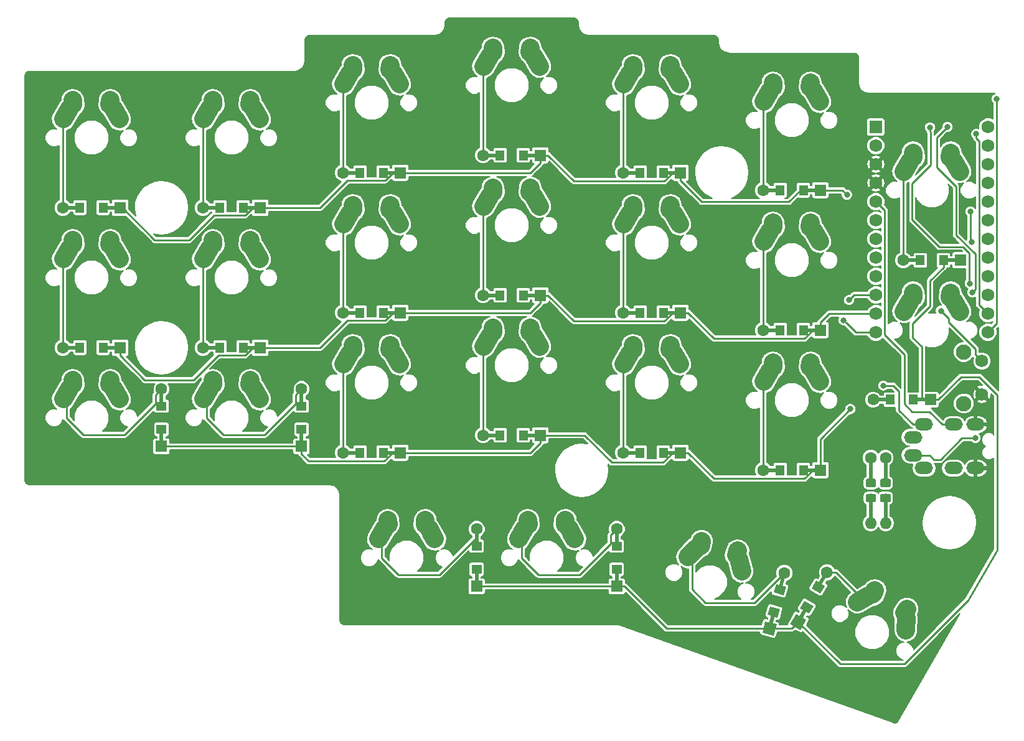
<source format=gtl>
G04 #@! TF.GenerationSoftware,KiCad,Pcbnew,(5.0.2)-1*
G04 #@! TF.CreationDate,2019-10-01T11:10:32-07:00*
G04 #@! TF.ProjectId,alexshatesu,616c6578-7368-4617-9465-73752e6b6963,rev?*
G04 #@! TF.SameCoordinates,Original*
G04 #@! TF.FileFunction,Copper,L1,Top*
G04 #@! TF.FilePolarity,Positive*
%FSLAX46Y46*%
G04 Gerber Fmt 4.6, Leading zero omitted, Abs format (unit mm)*
G04 Created by KiCad (PCBNEW (5.0.2)-1) date 2019-10-01 11:10:32 AM*
%MOMM*%
%LPD*%
G01*
G04 APERTURE LIST*
G04 #@! TA.AperFunction,ComponentPad*
%ADD10R,1.752600X1.752600*%
G04 #@! TD*
G04 #@! TA.AperFunction,ComponentPad*
%ADD11C,1.752600*%
G04 #@! TD*
G04 #@! TA.AperFunction,ComponentPad*
%ADD12O,2.500000X1.700000*%
G04 #@! TD*
G04 #@! TA.AperFunction,SMDPad,CuDef*
%ADD13R,1.200000X1.400000*%
G04 #@! TD*
G04 #@! TA.AperFunction,ComponentPad*
%ADD14R,1.600000X1.600000*%
G04 #@! TD*
G04 #@! TA.AperFunction,ComponentPad*
%ADD15C,1.600000*%
G04 #@! TD*
G04 #@! TA.AperFunction,Conductor*
%ADD16R,2.500000X0.500000*%
G04 #@! TD*
G04 #@! TA.AperFunction,Conductor*
%ADD17R,0.500000X2.500000*%
G04 #@! TD*
G04 #@! TA.AperFunction,SMDPad,CuDef*
%ADD18R,1.400000X1.200000*%
G04 #@! TD*
G04 #@! TA.AperFunction,Conductor*
%ADD19C,0.500000*%
G04 #@! TD*
G04 #@! TA.AperFunction,Conductor*
%ADD20C,0.100000*%
G04 #@! TD*
G04 #@! TA.AperFunction,SMDPad,CuDef*
%ADD21C,1.200000*%
G04 #@! TD*
G04 #@! TA.AperFunction,ComponentPad*
%ADD22C,2.500000*%
G04 #@! TD*
G04 #@! TA.AperFunction,Conductor*
%ADD23C,2.500000*%
G04 #@! TD*
G04 #@! TA.AperFunction,SMDPad,CuDef*
%ADD24C,1.150000*%
G04 #@! TD*
G04 #@! TA.AperFunction,ComponentPad*
%ADD25O,1.600000X1.600000*%
G04 #@! TD*
G04 #@! TA.AperFunction,Conductor*
%ADD26R,0.500000X3.000000*%
G04 #@! TD*
G04 #@! TA.AperFunction,ComponentPad*
%ADD27C,2.100000*%
G04 #@! TD*
G04 #@! TA.AperFunction,ComponentPad*
%ADD28C,1.750000*%
G04 #@! TD*
G04 #@! TA.AperFunction,ViaPad*
%ADD29C,0.800000*%
G04 #@! TD*
G04 #@! TA.AperFunction,Conductor*
%ADD30C,0.250000*%
G04 #@! TD*
G04 #@! TA.AperFunction,Conductor*
%ADD31C,0.150000*%
G04 #@! TD*
G04 APERTURE END LIST*
D10*
G04 #@! TO.P,U1,1*
G04 #@! TO.N,N/C*
X106680000Y1470000D03*
D11*
G04 #@! TO.P,U1,2*
X106680000Y-1070000D03*
G04 #@! TO.P,U1,3*
G04 #@! TO.N,GND*
X106680000Y-3610000D03*
G04 #@! TO.P,U1,4*
X106680000Y-6150000D03*
G04 #@! TO.P,U1,5*
G04 #@! TO.N,/SCL*
X106680000Y-8690000D03*
G04 #@! TO.P,U1,6*
G04 #@! TO.N,/SDA*
X106680000Y-11230000D03*
G04 #@! TO.P,U1,7*
G04 #@! TO.N,N/C*
X106680000Y-13770000D03*
G04 #@! TO.P,U1,8*
X106680000Y-16310000D03*
G04 #@! TO.P,U1,9*
G04 #@! TO.N,/row3*
X106680000Y-18850000D03*
G04 #@! TO.P,U1,10*
G04 #@! TO.N,/row2*
X106680000Y-21390000D03*
G04 #@! TO.P,U1,11*
G04 #@! TO.N,/row1*
X106680000Y-23930000D03*
G04 #@! TO.P,U1,12*
G04 #@! TO.N,/row0*
X106680000Y-26470000D03*
G04 #@! TO.P,U1,13*
G04 #@! TO.N,/col0*
X121920000Y-26470000D03*
G04 #@! TO.P,U1,14*
G04 #@! TO.N,/col1*
X121920000Y-23930000D03*
G04 #@! TO.P,U1,15*
G04 #@! TO.N,/col2*
X121920000Y-21390000D03*
G04 #@! TO.P,U1,16*
G04 #@! TO.N,/col3*
X121920000Y-18850000D03*
G04 #@! TO.P,U1,17*
G04 #@! TO.N,/col4*
X121920000Y-16310000D03*
G04 #@! TO.P,U1,18*
G04 #@! TO.N,/col5*
X121920000Y-13770000D03*
G04 #@! TO.P,U1,19*
G04 #@! TO.N,N/C*
X121920000Y-11230000D03*
G04 #@! TO.P,U1,20*
X121920000Y-8690000D03*
G04 #@! TO.P,U1,21*
G04 #@! TO.N,VCC*
X121920000Y-6150000D03*
G04 #@! TO.P,U1,22*
G04 #@! TO.N,Net-(SW1-Pad1)*
X121920000Y-3610000D03*
G04 #@! TO.P,U1,23*
G04 #@! TO.N,GND*
X121920000Y-1070000D03*
G04 #@! TO.P,U1,24*
G04 #@! TO.N,N/C*
X121920000Y1470000D03*
G04 #@! TD*
D12*
G04 #@! TO.P,J1,R1*
G04 #@! TO.N,/SDA*
X113240000Y-39012500D03*
G04 #@! TO.P,J1,T*
G04 #@! TO.N,VCC*
X111740000Y-43212500D03*
G04 #@! TO.P,J1,S*
G04 #@! TO.N,GND*
X120240000Y-39012500D03*
G04 #@! TO.P,J1,R2*
G04 #@! TO.N,/SCL*
X117240000Y-39012500D03*
G04 #@! TO.P,J1,S*
G04 #@! TO.N,GND*
X120240000Y-44962500D03*
G04 #@! TO.P,J1,R2*
G04 #@! TO.N,/SCL*
X117240000Y-44962500D03*
G04 #@! TO.P,J1,R1*
G04 #@! TO.N,/SDA*
X113240000Y-44962500D03*
G04 #@! TO.P,J1,T*
G04 #@! TO.N,VCC*
X111740000Y-40762500D03*
G04 #@! TD*
D13*
G04 #@! TO.P,D00,2*
G04 #@! TO.N,Net-(D00-Pad2)*
X-1575000Y-9525000D03*
G04 #@! TO.P,D00,1*
G04 #@! TO.N,/row0*
X1575000Y-9525000D03*
D14*
X3900000Y-9525000D03*
D15*
G04 #@! TO.P,D00,2*
G04 #@! TO.N,Net-(D00-Pad2)*
X-3900000Y-9525000D03*
D16*
G04 #@! TD*
G04 #@! TO.N,/row0*
G04 #@! TO.C,D00*
X2700000Y-9525000D03*
G04 #@! TO.N,Net-(D00-Pad2)*
G04 #@! TO.C,D00*
X-2700000Y-9525000D03*
G04 #@! TD*
G04 #@! TO.N,Net-(D01-Pad2)*
G04 #@! TO.C,D01*
X16350000Y-9525000D03*
G04 #@! TO.N,/row0*
X21750000Y-9525000D03*
D15*
G04 #@! TD*
G04 #@! TO.P,D01,2*
G04 #@! TO.N,Net-(D01-Pad2)*
X15150000Y-9525000D03*
D14*
G04 #@! TO.P,D01,1*
G04 #@! TO.N,/row0*
X22950000Y-9525000D03*
D13*
X20625000Y-9525000D03*
G04 #@! TO.P,D01,2*
G04 #@! TO.N,Net-(D01-Pad2)*
X17475000Y-9525000D03*
G04 #@! TD*
G04 #@! TO.P,D02,2*
G04 #@! TO.N,Net-(D02-Pad2)*
X36525000Y-4762500D03*
G04 #@! TO.P,D02,1*
G04 #@! TO.N,/row0*
X39675000Y-4762500D03*
D14*
X42000000Y-4762500D03*
D15*
G04 #@! TO.P,D02,2*
G04 #@! TO.N,Net-(D02-Pad2)*
X34200000Y-4762500D03*
D16*
G04 #@! TD*
G04 #@! TO.N,/row0*
G04 #@! TO.C,D02*
X40800000Y-4762500D03*
G04 #@! TO.N,Net-(D02-Pad2)*
G04 #@! TO.C,D02*
X35400000Y-4762500D03*
G04 #@! TD*
G04 #@! TO.N,Net-(D03-Pad2)*
G04 #@! TO.C,D03*
X54450000Y-2381250D03*
G04 #@! TO.N,/row0*
X59850000Y-2381250D03*
D15*
G04 #@! TD*
G04 #@! TO.P,D03,2*
G04 #@! TO.N,Net-(D03-Pad2)*
X53250000Y-2381250D03*
D14*
G04 #@! TO.P,D03,1*
G04 #@! TO.N,/row0*
X61050000Y-2381250D03*
D13*
X58725000Y-2381250D03*
G04 #@! TO.P,D03,2*
G04 #@! TO.N,Net-(D03-Pad2)*
X55575000Y-2381250D03*
G04 #@! TD*
G04 #@! TO.P,D04,2*
G04 #@! TO.N,Net-(D04-Pad2)*
X74625000Y-4762500D03*
G04 #@! TO.P,D04,1*
G04 #@! TO.N,/row0*
X77775000Y-4762500D03*
D14*
X80100000Y-4762500D03*
D15*
G04 #@! TO.P,D04,2*
G04 #@! TO.N,Net-(D04-Pad2)*
X72300000Y-4762500D03*
D16*
G04 #@! TD*
G04 #@! TO.N,/row0*
G04 #@! TO.C,D04*
X78900000Y-4762500D03*
G04 #@! TO.N,Net-(D04-Pad2)*
G04 #@! TO.C,D04*
X73500000Y-4762500D03*
G04 #@! TD*
G04 #@! TO.N,Net-(D05-Pad2)*
G04 #@! TO.C,D05*
X92550000Y-7143750D03*
G04 #@! TO.N,/row0*
X97950000Y-7143750D03*
D15*
G04 #@! TD*
G04 #@! TO.P,D05,2*
G04 #@! TO.N,Net-(D05-Pad2)*
X91350000Y-7143750D03*
D14*
G04 #@! TO.P,D05,1*
G04 #@! TO.N,/row0*
X99150000Y-7143750D03*
D13*
X96825000Y-7143750D03*
G04 #@! TO.P,D05,2*
G04 #@! TO.N,Net-(D05-Pad2)*
X93675000Y-7143750D03*
G04 #@! TD*
D16*
G04 #@! TO.N,Net-(D10-Pad2)*
G04 #@! TO.C,D10*
X-2700000Y-28575000D03*
G04 #@! TO.N,/row1*
X2700000Y-28575000D03*
D15*
G04 #@! TD*
G04 #@! TO.P,D10,2*
G04 #@! TO.N,Net-(D10-Pad2)*
X-3900000Y-28575000D03*
D14*
G04 #@! TO.P,D10,1*
G04 #@! TO.N,/row1*
X3900000Y-28575000D03*
D13*
X1575000Y-28575000D03*
G04 #@! TO.P,D10,2*
G04 #@! TO.N,Net-(D10-Pad2)*
X-1575000Y-28575000D03*
G04 #@! TD*
G04 #@! TO.P,D11,2*
G04 #@! TO.N,Net-(D11-Pad2)*
X17475000Y-28575000D03*
G04 #@! TO.P,D11,1*
G04 #@! TO.N,/row1*
X20625000Y-28575000D03*
D14*
X22950000Y-28575000D03*
D15*
G04 #@! TO.P,D11,2*
G04 #@! TO.N,Net-(D11-Pad2)*
X15150000Y-28575000D03*
D16*
G04 #@! TD*
G04 #@! TO.N,/row1*
G04 #@! TO.C,D11*
X21750000Y-28575000D03*
G04 #@! TO.N,Net-(D11-Pad2)*
G04 #@! TO.C,D11*
X16350000Y-28575000D03*
G04 #@! TD*
G04 #@! TO.N,Net-(D12-Pad2)*
G04 #@! TO.C,D12*
X35400000Y-23812500D03*
G04 #@! TO.N,/row1*
X40800000Y-23812500D03*
D15*
G04 #@! TD*
G04 #@! TO.P,D12,2*
G04 #@! TO.N,Net-(D12-Pad2)*
X34200000Y-23812500D03*
D14*
G04 #@! TO.P,D12,1*
G04 #@! TO.N,/row1*
X42000000Y-23812500D03*
D13*
X39675000Y-23812500D03*
G04 #@! TO.P,D12,2*
G04 #@! TO.N,Net-(D12-Pad2)*
X36525000Y-23812500D03*
G04 #@! TD*
G04 #@! TO.P,D13,2*
G04 #@! TO.N,Net-(D13-Pad2)*
X55575000Y-21431250D03*
G04 #@! TO.P,D13,1*
G04 #@! TO.N,/row1*
X58725000Y-21431250D03*
D14*
X61050000Y-21431250D03*
D15*
G04 #@! TO.P,D13,2*
G04 #@! TO.N,Net-(D13-Pad2)*
X53250000Y-21431250D03*
D16*
G04 #@! TD*
G04 #@! TO.N,/row1*
G04 #@! TO.C,D13*
X59850000Y-21431250D03*
G04 #@! TO.N,Net-(D13-Pad2)*
G04 #@! TO.C,D13*
X54450000Y-21431250D03*
G04 #@! TD*
G04 #@! TO.N,Net-(D14-Pad2)*
G04 #@! TO.C,D14*
X73500000Y-23812500D03*
G04 #@! TO.N,/row1*
X78900000Y-23812500D03*
D15*
G04 #@! TD*
G04 #@! TO.P,D14,2*
G04 #@! TO.N,Net-(D14-Pad2)*
X72300000Y-23812500D03*
D14*
G04 #@! TO.P,D14,1*
G04 #@! TO.N,/row1*
X80100000Y-23812500D03*
D13*
X77775000Y-23812500D03*
G04 #@! TO.P,D14,2*
G04 #@! TO.N,Net-(D14-Pad2)*
X74625000Y-23812500D03*
G04 #@! TD*
G04 #@! TO.P,D15,2*
G04 #@! TO.N,Net-(D15-Pad2)*
X93675000Y-26193750D03*
G04 #@! TO.P,D15,1*
G04 #@! TO.N,/row1*
X96825000Y-26193750D03*
D14*
X99150000Y-26193750D03*
D15*
G04 #@! TO.P,D15,2*
G04 #@! TO.N,Net-(D15-Pad2)*
X91350000Y-26193750D03*
D16*
G04 #@! TD*
G04 #@! TO.N,/row1*
G04 #@! TO.C,D15*
X97950000Y-26193750D03*
G04 #@! TO.N,Net-(D15-Pad2)*
G04 #@! TO.C,D15*
X92550000Y-26193750D03*
G04 #@! TD*
D17*
G04 #@! TO.N,Net-(D20-Pad2)*
G04 #@! TO.C,D20*
X9525000Y-35400000D03*
G04 #@! TO.N,/row2*
X9525000Y-40800000D03*
D15*
G04 #@! TD*
G04 #@! TO.P,D20,2*
G04 #@! TO.N,Net-(D20-Pad2)*
X9525000Y-34200000D03*
D14*
G04 #@! TO.P,D20,1*
G04 #@! TO.N,/row2*
X9525000Y-42000000D03*
D18*
X9525000Y-39675000D03*
G04 #@! TO.P,D20,2*
G04 #@! TO.N,Net-(D20-Pad2)*
X9525000Y-36525000D03*
G04 #@! TD*
G04 #@! TO.P,D21,2*
G04 #@! TO.N,Net-(D21-Pad2)*
X28575000Y-36525000D03*
G04 #@! TO.P,D21,1*
G04 #@! TO.N,/row2*
X28575000Y-39675000D03*
D14*
X28575000Y-42000000D03*
D15*
G04 #@! TO.P,D21,2*
G04 #@! TO.N,Net-(D21-Pad2)*
X28575000Y-34200000D03*
D17*
G04 #@! TD*
G04 #@! TO.N,/row2*
G04 #@! TO.C,D21*
X28575000Y-40800000D03*
G04 #@! TO.N,Net-(D21-Pad2)*
G04 #@! TO.C,D21*
X28575000Y-35400000D03*
G04 #@! TD*
D16*
G04 #@! TO.N,Net-(D22-Pad2)*
G04 #@! TO.C,D22*
X35400000Y-42862500D03*
G04 #@! TO.N,/row2*
X40800000Y-42862500D03*
D15*
G04 #@! TD*
G04 #@! TO.P,D22,2*
G04 #@! TO.N,Net-(D22-Pad2)*
X34200000Y-42862500D03*
D14*
G04 #@! TO.P,D22,1*
G04 #@! TO.N,/row2*
X42000000Y-42862500D03*
D13*
X39675000Y-42862500D03*
G04 #@! TO.P,D22,2*
G04 #@! TO.N,Net-(D22-Pad2)*
X36525000Y-42862500D03*
G04 #@! TD*
G04 #@! TO.P,D23,2*
G04 #@! TO.N,Net-(D23-Pad2)*
X55575000Y-40481250D03*
G04 #@! TO.P,D23,1*
G04 #@! TO.N,/row2*
X58725000Y-40481250D03*
D14*
X61050000Y-40481250D03*
D15*
G04 #@! TO.P,D23,2*
G04 #@! TO.N,Net-(D23-Pad2)*
X53250000Y-40481250D03*
D16*
G04 #@! TD*
G04 #@! TO.N,/row2*
G04 #@! TO.C,D23*
X59850000Y-40481250D03*
G04 #@! TO.N,Net-(D23-Pad2)*
G04 #@! TO.C,D23*
X54450000Y-40481250D03*
G04 #@! TD*
G04 #@! TO.N,Net-(D24-Pad2)*
G04 #@! TO.C,D24*
X73500000Y-42862500D03*
G04 #@! TO.N,/row2*
X78900000Y-42862500D03*
D15*
G04 #@! TD*
G04 #@! TO.P,D24,2*
G04 #@! TO.N,Net-(D24-Pad2)*
X72300000Y-42862500D03*
D14*
G04 #@! TO.P,D24,1*
G04 #@! TO.N,/row2*
X80100000Y-42862500D03*
D13*
X77775000Y-42862500D03*
G04 #@! TO.P,D24,2*
G04 #@! TO.N,Net-(D24-Pad2)*
X74625000Y-42862500D03*
G04 #@! TD*
G04 #@! TO.P,D25,2*
G04 #@! TO.N,Net-(D25-Pad2)*
X93675000Y-45243750D03*
G04 #@! TO.P,D25,1*
G04 #@! TO.N,/row2*
X96825000Y-45243750D03*
D14*
X99150000Y-45243750D03*
D15*
G04 #@! TO.P,D25,2*
G04 #@! TO.N,Net-(D25-Pad2)*
X91350000Y-45243750D03*
D16*
G04 #@! TD*
G04 #@! TO.N,/row2*
G04 #@! TO.C,D25*
X97950000Y-45243750D03*
G04 #@! TO.N,Net-(D25-Pad2)*
G04 #@! TO.C,D25*
X92550000Y-45243750D03*
G04 #@! TD*
D17*
G04 #@! TO.N,Net-(D30-Pad2)*
G04 #@! TO.C,D30*
X52387500Y-54450000D03*
G04 #@! TO.N,/row3*
X52387500Y-59850000D03*
D15*
G04 #@! TD*
G04 #@! TO.P,D30,2*
G04 #@! TO.N,Net-(D30-Pad2)*
X52387500Y-53250000D03*
D14*
G04 #@! TO.P,D30,1*
G04 #@! TO.N,/row3*
X52387500Y-61050000D03*
D18*
X52387500Y-58725000D03*
G04 #@! TO.P,D30,2*
G04 #@! TO.N,Net-(D30-Pad2)*
X52387500Y-55575000D03*
G04 #@! TD*
G04 #@! TO.P,D31,2*
G04 #@! TO.N,Net-(D31-Pad2)*
X71437500Y-55575000D03*
G04 #@! TO.P,D31,1*
G04 #@! TO.N,/row3*
X71437500Y-58725000D03*
D14*
X71437500Y-61050000D03*
D15*
G04 #@! TO.P,D31,2*
G04 #@! TO.N,Net-(D31-Pad2)*
X71437500Y-53250000D03*
D17*
G04 #@! TD*
G04 #@! TO.N,/row3*
G04 #@! TO.C,D31*
X71437500Y-59850000D03*
G04 #@! TO.N,Net-(D31-Pad2)*
G04 #@! TO.C,D31*
X71437500Y-54450000D03*
G04 #@! TD*
D19*
G04 #@! TO.N,Net-(D32-Pad2)*
G04 #@! TO.C,D32*
X93928811Y-60402000D03*
D20*
G36*
X93846769Y-61674112D02*
X93363806Y-61544703D01*
X94010853Y-59129888D01*
X94493816Y-59259297D01*
X93846769Y-61674112D01*
X93846769Y-61674112D01*
G37*
D19*
G04 #@! TO.N,/row3*
X92531189Y-65618000D03*
D20*
G36*
X92449147Y-66890112D02*
X91966184Y-66760703D01*
X92613231Y-64345888D01*
X93096194Y-64475297D01*
X92449147Y-66890112D01*
X92449147Y-66890112D01*
G37*
D15*
G04 #@! TD*
G04 #@! TO.P,D32,2*
G04 #@! TO.N,Net-(D32-Pad2)*
X94239394Y-59242889D03*
G04 #@! TO.P,D32,1*
G04 #@! TO.N,/row3*
X92220606Y-66777111D03*
D20*
G04 #@! TD*
G04 #@! TO.N,/row3*
G04 #@! TO.C,D32*
G36*
X92786291Y-67756907D02*
X91240810Y-67342796D01*
X91654921Y-65797315D01*
X93200402Y-66211426D01*
X92786291Y-67756907D01*
X92786291Y-67756907D01*
G37*
D21*
G04 #@! TO.P,D32,1*
G04 #@! TO.N,/row3*
X92822360Y-64531333D03*
D20*
G04 #@! TD*
G04 #@! TO.N,/row3*
G04 #@! TO.C,D32*
G36*
X93343217Y-65292062D02*
X91990920Y-64929715D01*
X92301503Y-63770604D01*
X93653800Y-64132951D01*
X93343217Y-65292062D01*
X93343217Y-65292062D01*
G37*
D21*
G04 #@! TO.P,D32,2*
G04 #@! TO.N,Net-(D32-Pad2)*
X93637640Y-61488667D03*
D20*
G04 #@! TD*
G04 #@! TO.N,Net-(D32-Pad2)*
G04 #@! TO.C,D32*
G36*
X94158497Y-62249396D02*
X92806200Y-61887049D01*
X93116783Y-60727938D01*
X94469080Y-61090285D01*
X94158497Y-62249396D01*
X94158497Y-62249396D01*
G37*
D21*
G04 #@! TO.P,D33,2*
G04 #@! TO.N,Net-(D33-Pad2)*
X98867500Y-61146010D03*
D20*
G04 #@! TD*
G04 #@! TO.N,Net-(D33-Pad2)*
G04 #@! TO.C,D33*
G36*
X99173718Y-62015625D02*
X97961282Y-61315625D01*
X98561282Y-60276395D01*
X99773718Y-60976395D01*
X99173718Y-62015625D01*
X99173718Y-62015625D01*
G37*
D21*
G04 #@! TO.P,D33,1*
G04 #@! TO.N,/row3*
X97292500Y-63873990D03*
D20*
G04 #@! TD*
G04 #@! TO.N,/row3*
G04 #@! TO.C,D33*
G36*
X97598718Y-64743605D02*
X96386282Y-64043605D01*
X96986282Y-63004375D01*
X98198718Y-63704375D01*
X97598718Y-64743605D01*
X97598718Y-64743605D01*
G37*
D15*
G04 #@! TO.P,D33,1*
G04 #@! TO.N,/row3*
X96130000Y-65887499D03*
D20*
G04 #@! TD*
G04 #@! TO.N,/row3*
G04 #@! TO.C,D33*
G36*
X96422820Y-66980319D02*
X95037180Y-66180319D01*
X95837180Y-64794679D01*
X97222820Y-65594679D01*
X96422820Y-66980319D01*
X96422820Y-66980319D01*
G37*
D15*
G04 #@! TO.P,D33,2*
G04 #@! TO.N,Net-(D33-Pad2)*
X100030000Y-59132501D03*
D19*
G04 #@! TD*
G04 #@! TO.N,/row3*
G04 #@! TO.C,D33*
X96730000Y-64848269D03*
D20*
G04 #@! TO.N,/row3*
G04 #@! TO.C,D33*
G36*
X96321506Y-66055801D02*
X95888494Y-65805801D01*
X97138494Y-63640737D01*
X97571506Y-63890737D01*
X96321506Y-66055801D01*
X96321506Y-66055801D01*
G37*
D19*
G04 #@! TO.N,Net-(D33-Pad2)*
X99430000Y-60171731D03*
D20*
G36*
X99021506Y-61379263D02*
X98588494Y-61129263D01*
X99838494Y-58964199D01*
X100271506Y-59214199D01*
X99021506Y-61379263D01*
X99021506Y-61379263D01*
G37*
G04 #@! TD*
D16*
G04 #@! TO.N,Net-(D34-Pad2)*
G04 #@! TO.C,D34*
X107520000Y-35650000D03*
G04 #@! TO.N,/row3*
X112920000Y-35650000D03*
D15*
G04 #@! TD*
G04 #@! TO.P,D34,2*
G04 #@! TO.N,Net-(D34-Pad2)*
X106320000Y-35650000D03*
D14*
G04 #@! TO.P,D34,1*
G04 #@! TO.N,/row3*
X114120000Y-35650000D03*
D13*
X111795000Y-35650000D03*
G04 #@! TO.P,D34,2*
G04 #@! TO.N,Net-(D34-Pad2)*
X108645000Y-35650000D03*
G04 #@! TD*
G04 #@! TO.P,D35,2*
G04 #@! TO.N,Net-(D35-Pad2)*
X112725000Y-16668750D03*
G04 #@! TO.P,D35,1*
G04 #@! TO.N,/row3*
X115875000Y-16668750D03*
D14*
X118200000Y-16668750D03*
D15*
G04 #@! TO.P,D35,2*
G04 #@! TO.N,Net-(D35-Pad2)*
X110400000Y-16668750D03*
D16*
G04 #@! TD*
G04 #@! TO.N,/row3*
G04 #@! TO.C,D35*
X117000000Y-16668750D03*
G04 #@! TO.N,Net-(D35-Pad2)*
G04 #@! TO.C,D35*
X111600000Y-16668750D03*
G04 #@! TD*
D22*
G04 #@! TO.P,K00,2*
G04 #@! TO.N,/col0*
X2520000Y4790000D03*
D23*
G04 #@! TD*
G04 #@! TO.N,/col0*
G04 #@! TO.C,K00*
X2539724Y5079328D02*
X2500276Y4500672D01*
D22*
G04 #@! TO.P,K00,1*
G04 #@! TO.N,Net-(D00-Pad2)*
X-3405000Y3270000D03*
D23*
G04 #@! TD*
G04 #@! TO.N,Net-(D00-Pad2)*
G04 #@! TO.C,K00*
X-2999547Y3999954D02*
X-3810453Y2540046D01*
D22*
G04 #@! TO.P,K00,2*
G04 #@! TO.N,/col0*
X3405000Y3270000D03*
D23*
G04 #@! TD*
G04 #@! TO.N,/col0*
G04 #@! TO.C,K00*
X2999547Y3999954D02*
X3810453Y2540046D01*
D22*
G04 #@! TO.P,K00,1*
G04 #@! TO.N,Net-(D00-Pad2)*
X-2520000Y4790000D03*
D23*
G04 #@! TD*
G04 #@! TO.N,Net-(D00-Pad2)*
G04 #@! TO.C,K00*
X-2539724Y5079328D02*
X-2500276Y4500672D01*
D22*
G04 #@! TO.P,K01,2*
G04 #@! TO.N,/col1*
X21570000Y4790000D03*
D23*
G04 #@! TD*
G04 #@! TO.N,/col1*
G04 #@! TO.C,K01*
X21589724Y5079328D02*
X21550276Y4500672D01*
D22*
G04 #@! TO.P,K01,1*
G04 #@! TO.N,Net-(D01-Pad2)*
X15645000Y3270000D03*
D23*
G04 #@! TD*
G04 #@! TO.N,Net-(D01-Pad2)*
G04 #@! TO.C,K01*
X16050453Y3999954D02*
X15239547Y2540046D01*
D22*
G04 #@! TO.P,K01,2*
G04 #@! TO.N,/col1*
X22455000Y3270000D03*
D23*
G04 #@! TD*
G04 #@! TO.N,/col1*
G04 #@! TO.C,K01*
X22049547Y3999954D02*
X22860453Y2540046D01*
D22*
G04 #@! TO.P,K01,1*
G04 #@! TO.N,Net-(D01-Pad2)*
X16530000Y4790000D03*
D23*
G04 #@! TD*
G04 #@! TO.N,Net-(D01-Pad2)*
G04 #@! TO.C,K01*
X16510276Y5079328D02*
X16549724Y4500672D01*
D22*
G04 #@! TO.P,K02,1*
G04 #@! TO.N,Net-(D02-Pad2)*
X35580000Y9552500D03*
D23*
G04 #@! TD*
G04 #@! TO.N,Net-(D02-Pad2)*
G04 #@! TO.C,K02*
X35560276Y9841828D02*
X35599724Y9263172D01*
D22*
G04 #@! TO.P,K02,2*
G04 #@! TO.N,/col2*
X41505000Y8032500D03*
D23*
G04 #@! TD*
G04 #@! TO.N,/col2*
G04 #@! TO.C,K02*
X41099547Y8762454D02*
X41910453Y7302546D01*
D22*
G04 #@! TO.P,K02,1*
G04 #@! TO.N,Net-(D02-Pad2)*
X34695000Y8032500D03*
D23*
G04 #@! TD*
G04 #@! TO.N,Net-(D02-Pad2)*
G04 #@! TO.C,K02*
X35100453Y8762454D02*
X34289547Y7302546D01*
D22*
G04 #@! TO.P,K02,2*
G04 #@! TO.N,/col2*
X40620000Y9552500D03*
D23*
G04 #@! TD*
G04 #@! TO.N,/col2*
G04 #@! TO.C,K02*
X40639724Y9841828D02*
X40600276Y9263172D01*
D22*
G04 #@! TO.P,K03,2*
G04 #@! TO.N,/col3*
X59670000Y11933750D03*
D23*
G04 #@! TD*
G04 #@! TO.N,/col3*
G04 #@! TO.C,K03*
X59689724Y12223078D02*
X59650276Y11644422D01*
D22*
G04 #@! TO.P,K03,1*
G04 #@! TO.N,Net-(D03-Pad2)*
X53745000Y10413750D03*
D23*
G04 #@! TD*
G04 #@! TO.N,Net-(D03-Pad2)*
G04 #@! TO.C,K03*
X54150453Y11143704D02*
X53339547Y9683796D01*
D22*
G04 #@! TO.P,K03,2*
G04 #@! TO.N,/col3*
X60555000Y10413750D03*
D23*
G04 #@! TD*
G04 #@! TO.N,/col3*
G04 #@! TO.C,K03*
X60149547Y11143704D02*
X60960453Y9683796D01*
D22*
G04 #@! TO.P,K03,1*
G04 #@! TO.N,Net-(D03-Pad2)*
X54630000Y11933750D03*
D23*
G04 #@! TD*
G04 #@! TO.N,Net-(D03-Pad2)*
G04 #@! TO.C,K03*
X54610276Y12223078D02*
X54649724Y11644422D01*
D22*
G04 #@! TO.P,K04,2*
G04 #@! TO.N,/col4*
X78720000Y9552500D03*
D23*
G04 #@! TD*
G04 #@! TO.N,/col4*
G04 #@! TO.C,K04*
X78739724Y9841828D02*
X78700276Y9263172D01*
D22*
G04 #@! TO.P,K04,1*
G04 #@! TO.N,Net-(D04-Pad2)*
X72795000Y8032500D03*
D23*
G04 #@! TD*
G04 #@! TO.N,Net-(D04-Pad2)*
G04 #@! TO.C,K04*
X73200453Y8762454D02*
X72389547Y7302546D01*
D22*
G04 #@! TO.P,K04,2*
G04 #@! TO.N,/col4*
X79605000Y8032500D03*
D23*
G04 #@! TD*
G04 #@! TO.N,/col4*
G04 #@! TO.C,K04*
X79199547Y8762454D02*
X80010453Y7302546D01*
D22*
G04 #@! TO.P,K04,1*
G04 #@! TO.N,Net-(D04-Pad2)*
X73680000Y9552500D03*
D23*
G04 #@! TD*
G04 #@! TO.N,Net-(D04-Pad2)*
G04 #@! TO.C,K04*
X73660276Y9841828D02*
X73699724Y9263172D01*
D22*
G04 #@! TO.P,K05,1*
G04 #@! TO.N,Net-(D05-Pad2)*
X92730000Y7171250D03*
D23*
G04 #@! TD*
G04 #@! TO.N,Net-(D05-Pad2)*
G04 #@! TO.C,K05*
X92710276Y7460578D02*
X92749724Y6881922D01*
D22*
G04 #@! TO.P,K05,2*
G04 #@! TO.N,/col5*
X98655000Y5651250D03*
D23*
G04 #@! TD*
G04 #@! TO.N,/col5*
G04 #@! TO.C,K05*
X98249547Y6381204D02*
X99060453Y4921296D01*
D22*
G04 #@! TO.P,K05,1*
G04 #@! TO.N,Net-(D05-Pad2)*
X91845000Y5651250D03*
D23*
G04 #@! TD*
G04 #@! TO.N,Net-(D05-Pad2)*
G04 #@! TO.C,K05*
X92250453Y6381204D02*
X91439547Y4921296D01*
D22*
G04 #@! TO.P,K05,2*
G04 #@! TO.N,/col5*
X97770000Y7171250D03*
D23*
G04 #@! TD*
G04 #@! TO.N,/col5*
G04 #@! TO.C,K05*
X97789724Y7460578D02*
X97750276Y6881922D01*
D22*
G04 #@! TO.P,K10,2*
G04 #@! TO.N,/col0*
X2520000Y-14260000D03*
D23*
G04 #@! TD*
G04 #@! TO.N,/col0*
G04 #@! TO.C,K10*
X2539724Y-13970672D02*
X2500276Y-14549328D01*
D22*
G04 #@! TO.P,K10,1*
G04 #@! TO.N,Net-(D10-Pad2)*
X-3405000Y-15780000D03*
D23*
G04 #@! TD*
G04 #@! TO.N,Net-(D10-Pad2)*
G04 #@! TO.C,K10*
X-2999547Y-15050046D02*
X-3810453Y-16509954D01*
D22*
G04 #@! TO.P,K10,2*
G04 #@! TO.N,/col0*
X3405000Y-15780000D03*
D23*
G04 #@! TD*
G04 #@! TO.N,/col0*
G04 #@! TO.C,K10*
X2999547Y-15050046D02*
X3810453Y-16509954D01*
D22*
G04 #@! TO.P,K10,1*
G04 #@! TO.N,Net-(D10-Pad2)*
X-2520000Y-14260000D03*
D23*
G04 #@! TD*
G04 #@! TO.N,Net-(D10-Pad2)*
G04 #@! TO.C,K10*
X-2539724Y-13970672D02*
X-2500276Y-14549328D01*
D22*
G04 #@! TO.P,K11,1*
G04 #@! TO.N,Net-(D11-Pad2)*
X16530000Y-14260000D03*
D23*
G04 #@! TD*
G04 #@! TO.N,Net-(D11-Pad2)*
G04 #@! TO.C,K11*
X16510276Y-13970672D02*
X16549724Y-14549328D01*
D22*
G04 #@! TO.P,K11,2*
G04 #@! TO.N,/col1*
X22455000Y-15780000D03*
D23*
G04 #@! TD*
G04 #@! TO.N,/col1*
G04 #@! TO.C,K11*
X22049547Y-15050046D02*
X22860453Y-16509954D01*
D22*
G04 #@! TO.P,K11,1*
G04 #@! TO.N,Net-(D11-Pad2)*
X15645000Y-15780000D03*
D23*
G04 #@! TD*
G04 #@! TO.N,Net-(D11-Pad2)*
G04 #@! TO.C,K11*
X16050453Y-15050046D02*
X15239547Y-16509954D01*
D22*
G04 #@! TO.P,K11,2*
G04 #@! TO.N,/col1*
X21570000Y-14260000D03*
D23*
G04 #@! TD*
G04 #@! TO.N,/col1*
G04 #@! TO.C,K11*
X21589724Y-13970672D02*
X21550276Y-14549328D01*
D22*
G04 #@! TO.P,K12,1*
G04 #@! TO.N,Net-(D12-Pad2)*
X35580000Y-9497500D03*
D23*
G04 #@! TD*
G04 #@! TO.N,Net-(D12-Pad2)*
G04 #@! TO.C,K12*
X35560276Y-9208172D02*
X35599724Y-9786828D01*
D22*
G04 #@! TO.P,K12,2*
G04 #@! TO.N,/col2*
X41505000Y-11017500D03*
D23*
G04 #@! TD*
G04 #@! TO.N,/col2*
G04 #@! TO.C,K12*
X41099547Y-10287546D02*
X41910453Y-11747454D01*
D22*
G04 #@! TO.P,K12,1*
G04 #@! TO.N,Net-(D12-Pad2)*
X34695000Y-11017500D03*
D23*
G04 #@! TD*
G04 #@! TO.N,Net-(D12-Pad2)*
G04 #@! TO.C,K12*
X35100453Y-10287546D02*
X34289547Y-11747454D01*
D22*
G04 #@! TO.P,K12,2*
G04 #@! TO.N,/col2*
X40620000Y-9497500D03*
D23*
G04 #@! TD*
G04 #@! TO.N,/col2*
G04 #@! TO.C,K12*
X40639724Y-9208172D02*
X40600276Y-9786828D01*
D22*
G04 #@! TO.P,K13,1*
G04 #@! TO.N,Net-(D13-Pad2)*
X54630000Y-7116250D03*
D23*
G04 #@! TD*
G04 #@! TO.N,Net-(D13-Pad2)*
G04 #@! TO.C,K13*
X54610276Y-6826922D02*
X54649724Y-7405578D01*
D22*
G04 #@! TO.P,K13,2*
G04 #@! TO.N,/col3*
X60555000Y-8636250D03*
D23*
G04 #@! TD*
G04 #@! TO.N,/col3*
G04 #@! TO.C,K13*
X60149547Y-7906296D02*
X60960453Y-9366204D01*
D22*
G04 #@! TO.P,K13,1*
G04 #@! TO.N,Net-(D13-Pad2)*
X53745000Y-8636250D03*
D23*
G04 #@! TD*
G04 #@! TO.N,Net-(D13-Pad2)*
G04 #@! TO.C,K13*
X54150453Y-7906296D02*
X53339547Y-9366204D01*
D22*
G04 #@! TO.P,K13,2*
G04 #@! TO.N,/col3*
X59670000Y-7116250D03*
D23*
G04 #@! TD*
G04 #@! TO.N,/col3*
G04 #@! TO.C,K13*
X59689724Y-6826922D02*
X59650276Y-7405578D01*
D22*
G04 #@! TO.P,K14,2*
G04 #@! TO.N,/col4*
X78720000Y-9497500D03*
D23*
G04 #@! TD*
G04 #@! TO.N,/col4*
G04 #@! TO.C,K14*
X78739724Y-9208172D02*
X78700276Y-9786828D01*
D22*
G04 #@! TO.P,K14,1*
G04 #@! TO.N,Net-(D14-Pad2)*
X72795000Y-11017500D03*
D23*
G04 #@! TD*
G04 #@! TO.N,Net-(D14-Pad2)*
G04 #@! TO.C,K14*
X73200453Y-10287546D02*
X72389547Y-11747454D01*
D22*
G04 #@! TO.P,K14,2*
G04 #@! TO.N,/col4*
X79605000Y-11017500D03*
D23*
G04 #@! TD*
G04 #@! TO.N,/col4*
G04 #@! TO.C,K14*
X79199547Y-10287546D02*
X80010453Y-11747454D01*
D22*
G04 #@! TO.P,K14,1*
G04 #@! TO.N,Net-(D14-Pad2)*
X73680000Y-9497500D03*
D23*
G04 #@! TD*
G04 #@! TO.N,Net-(D14-Pad2)*
G04 #@! TO.C,K14*
X73660276Y-9208172D02*
X73699724Y-9786828D01*
D22*
G04 #@! TO.P,K15,1*
G04 #@! TO.N,Net-(D15-Pad2)*
X92730000Y-11878750D03*
D23*
G04 #@! TD*
G04 #@! TO.N,Net-(D15-Pad2)*
G04 #@! TO.C,K15*
X92710276Y-11589422D02*
X92749724Y-12168078D01*
D22*
G04 #@! TO.P,K15,2*
G04 #@! TO.N,/col5*
X98655000Y-13398750D03*
D23*
G04 #@! TD*
G04 #@! TO.N,/col5*
G04 #@! TO.C,K15*
X98249547Y-12668796D02*
X99060453Y-14128704D01*
D22*
G04 #@! TO.P,K15,1*
G04 #@! TO.N,Net-(D15-Pad2)*
X91845000Y-13398750D03*
D23*
G04 #@! TD*
G04 #@! TO.N,Net-(D15-Pad2)*
G04 #@! TO.C,K15*
X92250453Y-12668796D02*
X91439547Y-14128704D01*
D22*
G04 #@! TO.P,K15,2*
G04 #@! TO.N,/col5*
X97770000Y-11878750D03*
D23*
G04 #@! TD*
G04 #@! TO.N,/col5*
G04 #@! TO.C,K15*
X97789724Y-11589422D02*
X97750276Y-12168078D01*
D22*
G04 #@! TO.P,K20,1*
G04 #@! TO.N,Net-(D20-Pad2)*
X-2520000Y-33310000D03*
D23*
G04 #@! TD*
G04 #@! TO.N,Net-(D20-Pad2)*
G04 #@! TO.C,K20*
X-2539724Y-33020672D02*
X-2500276Y-33599328D01*
D22*
G04 #@! TO.P,K20,2*
G04 #@! TO.N,/col0*
X3405000Y-34830000D03*
D23*
G04 #@! TD*
G04 #@! TO.N,/col0*
G04 #@! TO.C,K20*
X2999547Y-34100046D02*
X3810453Y-35559954D01*
D22*
G04 #@! TO.P,K20,1*
G04 #@! TO.N,Net-(D20-Pad2)*
X-3405000Y-34830000D03*
D23*
G04 #@! TD*
G04 #@! TO.N,Net-(D20-Pad2)*
G04 #@! TO.C,K20*
X-2999547Y-34100046D02*
X-3810453Y-35559954D01*
D22*
G04 #@! TO.P,K20,2*
G04 #@! TO.N,/col0*
X2520000Y-33310000D03*
D23*
G04 #@! TD*
G04 #@! TO.N,/col0*
G04 #@! TO.C,K20*
X2539724Y-33020672D02*
X2500276Y-33599328D01*
D22*
G04 #@! TO.P,K21,2*
G04 #@! TO.N,/col1*
X21570000Y-33310000D03*
D23*
G04 #@! TD*
G04 #@! TO.N,/col1*
G04 #@! TO.C,K21*
X21589724Y-33020672D02*
X21550276Y-33599328D01*
D22*
G04 #@! TO.P,K21,1*
G04 #@! TO.N,Net-(D21-Pad2)*
X15645000Y-34830000D03*
D23*
G04 #@! TD*
G04 #@! TO.N,Net-(D21-Pad2)*
G04 #@! TO.C,K21*
X16050453Y-34100046D02*
X15239547Y-35559954D01*
D22*
G04 #@! TO.P,K21,2*
G04 #@! TO.N,/col1*
X22455000Y-34830000D03*
D23*
G04 #@! TD*
G04 #@! TO.N,/col1*
G04 #@! TO.C,K21*
X22049547Y-34100046D02*
X22860453Y-35559954D01*
D22*
G04 #@! TO.P,K21,1*
G04 #@! TO.N,Net-(D21-Pad2)*
X16530000Y-33310000D03*
D23*
G04 #@! TD*
G04 #@! TO.N,Net-(D21-Pad2)*
G04 #@! TO.C,K21*
X16510276Y-33020672D02*
X16549724Y-33599328D01*
D22*
G04 #@! TO.P,K22,2*
G04 #@! TO.N,/col2*
X40620000Y-28547500D03*
D23*
G04 #@! TD*
G04 #@! TO.N,/col2*
G04 #@! TO.C,K22*
X40639724Y-28258172D02*
X40600276Y-28836828D01*
D22*
G04 #@! TO.P,K22,1*
G04 #@! TO.N,Net-(D22-Pad2)*
X34695000Y-30067500D03*
D23*
G04 #@! TD*
G04 #@! TO.N,Net-(D22-Pad2)*
G04 #@! TO.C,K22*
X35100453Y-29337546D02*
X34289547Y-30797454D01*
D22*
G04 #@! TO.P,K22,2*
G04 #@! TO.N,/col2*
X41505000Y-30067500D03*
D23*
G04 #@! TD*
G04 #@! TO.N,/col2*
G04 #@! TO.C,K22*
X41099547Y-29337546D02*
X41910453Y-30797454D01*
D22*
G04 #@! TO.P,K22,1*
G04 #@! TO.N,Net-(D22-Pad2)*
X35580000Y-28547500D03*
D23*
G04 #@! TD*
G04 #@! TO.N,Net-(D22-Pad2)*
G04 #@! TO.C,K22*
X35560276Y-28258172D02*
X35599724Y-28836828D01*
D22*
G04 #@! TO.P,K23,1*
G04 #@! TO.N,Net-(D23-Pad2)*
X54630000Y-26166250D03*
D23*
G04 #@! TD*
G04 #@! TO.N,Net-(D23-Pad2)*
G04 #@! TO.C,K23*
X54610276Y-25876922D02*
X54649724Y-26455578D01*
D22*
G04 #@! TO.P,K23,2*
G04 #@! TO.N,/col3*
X60555000Y-27686250D03*
D23*
G04 #@! TD*
G04 #@! TO.N,/col3*
G04 #@! TO.C,K23*
X60149547Y-26956296D02*
X60960453Y-28416204D01*
D22*
G04 #@! TO.P,K23,1*
G04 #@! TO.N,Net-(D23-Pad2)*
X53745000Y-27686250D03*
D23*
G04 #@! TD*
G04 #@! TO.N,Net-(D23-Pad2)*
G04 #@! TO.C,K23*
X54150453Y-26956296D02*
X53339547Y-28416204D01*
D22*
G04 #@! TO.P,K23,2*
G04 #@! TO.N,/col3*
X59670000Y-26166250D03*
D23*
G04 #@! TD*
G04 #@! TO.N,/col3*
G04 #@! TO.C,K23*
X59689724Y-25876922D02*
X59650276Y-26455578D01*
D22*
G04 #@! TO.P,K24,2*
G04 #@! TO.N,/col4*
X78720000Y-28547500D03*
D23*
G04 #@! TD*
G04 #@! TO.N,/col4*
G04 #@! TO.C,K24*
X78739724Y-28258172D02*
X78700276Y-28836828D01*
D22*
G04 #@! TO.P,K24,1*
G04 #@! TO.N,Net-(D24-Pad2)*
X72795000Y-30067500D03*
D23*
G04 #@! TD*
G04 #@! TO.N,Net-(D24-Pad2)*
G04 #@! TO.C,K24*
X73200453Y-29337546D02*
X72389547Y-30797454D01*
D22*
G04 #@! TO.P,K24,2*
G04 #@! TO.N,/col4*
X79605000Y-30067500D03*
D23*
G04 #@! TD*
G04 #@! TO.N,/col4*
G04 #@! TO.C,K24*
X79199547Y-29337546D02*
X80010453Y-30797454D01*
D22*
G04 #@! TO.P,K24,1*
G04 #@! TO.N,Net-(D24-Pad2)*
X73680000Y-28547500D03*
D23*
G04 #@! TD*
G04 #@! TO.N,Net-(D24-Pad2)*
G04 #@! TO.C,K24*
X73660276Y-28258172D02*
X73699724Y-28836828D01*
D22*
G04 #@! TO.P,K25,1*
G04 #@! TO.N,Net-(D25-Pad2)*
X92730000Y-30928750D03*
D23*
G04 #@! TD*
G04 #@! TO.N,Net-(D25-Pad2)*
G04 #@! TO.C,K25*
X92710276Y-30639422D02*
X92749724Y-31218078D01*
D22*
G04 #@! TO.P,K25,2*
G04 #@! TO.N,/col5*
X98655000Y-32448750D03*
D23*
G04 #@! TD*
G04 #@! TO.N,/col5*
G04 #@! TO.C,K25*
X98249547Y-31718796D02*
X99060453Y-33178704D01*
D22*
G04 #@! TO.P,K25,1*
G04 #@! TO.N,Net-(D25-Pad2)*
X91845000Y-32448750D03*
D23*
G04 #@! TD*
G04 #@! TO.N,Net-(D25-Pad2)*
G04 #@! TO.C,K25*
X92250453Y-31718796D02*
X91439547Y-33178704D01*
D22*
G04 #@! TO.P,K25,2*
G04 #@! TO.N,/col5*
X97770000Y-30928750D03*
D23*
G04 #@! TD*
G04 #@! TO.N,/col5*
G04 #@! TO.C,K25*
X97789724Y-30639422D02*
X97750276Y-31218078D01*
D22*
G04 #@! TO.P,K30,1*
G04 #@! TO.N,Net-(D30-Pad2)*
X40342500Y-52360000D03*
D23*
G04 #@! TD*
G04 #@! TO.N,Net-(D30-Pad2)*
G04 #@! TO.C,K30*
X40322776Y-52070672D02*
X40362224Y-52649328D01*
D22*
G04 #@! TO.P,K30,2*
G04 #@! TO.N,/col0*
X46267500Y-53880000D03*
D23*
G04 #@! TD*
G04 #@! TO.N,/col0*
G04 #@! TO.C,K30*
X45862047Y-53150046D02*
X46672953Y-54609954D01*
D22*
G04 #@! TO.P,K30,1*
G04 #@! TO.N,Net-(D30-Pad2)*
X39457500Y-53880000D03*
D23*
G04 #@! TD*
G04 #@! TO.N,Net-(D30-Pad2)*
G04 #@! TO.C,K30*
X39862953Y-53150046D02*
X39052047Y-54609954D01*
D22*
G04 #@! TO.P,K30,2*
G04 #@! TO.N,/col0*
X45382500Y-52360000D03*
D23*
G04 #@! TD*
G04 #@! TO.N,/col0*
G04 #@! TO.C,K30*
X45402224Y-52070672D02*
X45362776Y-52649328D01*
D22*
G04 #@! TO.P,K31,2*
G04 #@! TO.N,/col1*
X64432500Y-52360000D03*
D23*
G04 #@! TD*
G04 #@! TO.N,/col1*
G04 #@! TO.C,K31*
X64452224Y-52070672D02*
X64412776Y-52649328D01*
D22*
G04 #@! TO.P,K31,1*
G04 #@! TO.N,Net-(D31-Pad2)*
X58507500Y-53880000D03*
D23*
G04 #@! TD*
G04 #@! TO.N,Net-(D31-Pad2)*
G04 #@! TO.C,K31*
X58912953Y-53150046D02*
X58102047Y-54609954D01*
D22*
G04 #@! TO.P,K31,2*
G04 #@! TO.N,/col1*
X65317500Y-53880000D03*
D23*
G04 #@! TD*
G04 #@! TO.N,/col1*
G04 #@! TO.C,K31*
X64912047Y-53150046D02*
X65722953Y-54609954D01*
D22*
G04 #@! TO.P,K31,1*
G04 #@! TO.N,Net-(D31-Pad2)*
X59392500Y-52360000D03*
D23*
G04 #@! TD*
G04 #@! TO.N,Net-(D31-Pad2)*
G04 #@! TO.C,K31*
X59372776Y-52070672D02*
X59412224Y-52649328D01*
D22*
G04 #@! TO.P,K33,1*
G04 #@! TO.N,Net-(D33-Pad2)*
X106408416Y-61884106D03*
D23*
G04 #@! TD*
G04 #@! TO.N,Net-(D33-Pad2)*
G04 #@! TO.C,K33*
X106535998Y-61623678D02*
X106280834Y-62144534D01*
D22*
G04 #@! TO.P,K33,2*
G04 #@! TO.N,/col3*
X110779616Y-66162965D03*
D23*
G04 #@! TD*
G04 #@! TO.N,/col3*
G04 #@! TO.C,K33*
X110793460Y-65328080D02*
X110765772Y-66997850D01*
D22*
G04 #@! TO.P,K33,1*
G04 #@! TO.N,Net-(D33-Pad2)*
X104881984Y-62757965D03*
D23*
G04 #@! TD*
G04 #@! TO.N,Net-(D33-Pad2)*
G04 #@! TO.C,K33*
X105598094Y-62328533D02*
X104165874Y-63187397D01*
D22*
G04 #@! TO.P,K33,2*
G04 #@! TO.N,/col3*
X110773184Y-64404106D03*
D23*
G04 #@! TD*
G04 #@! TO.N,/col3*
G04 #@! TO.C,K33*
X110934930Y-64163402D02*
X110611438Y-64644810D01*
D22*
G04 #@! TO.P,K32,2*
G04 #@! TO.N,/col2*
X87807383Y-56491596D03*
D23*
G04 #@! TD*
G04 #@! TO.N,/col2*
G04 #@! TO.C,K32*
X87901319Y-56217231D02*
X87713447Y-56765961D01*
D22*
G04 #@! TO.P,K32,1*
G04 #@! TO.N,Net-(D32-Pad2)*
X81690868Y-56426301D03*
D23*
G04 #@! TD*
G04 #@! TO.N,Net-(D32-Pad2)*
G04 #@! TO.C,K32*
X82271432Y-55826159D02*
X81110304Y-57026443D01*
D22*
G04 #@! TO.P,K32,2*
G04 #@! TO.N,/col2*
X88268823Y-58188858D03*
D23*
G04 #@! TD*
G04 #@! TO.N,/col2*
G04 #@! TO.C,K32*
X88066111Y-57378838D02*
X88471535Y-58998878D01*
D22*
G04 #@! TO.P,K32,1*
G04 #@! TO.N,Net-(D32-Pad2)*
X82939117Y-55187148D03*
D23*
G04 #@! TD*
G04 #@! TO.N,Net-(D32-Pad2)*
G04 #@! TO.C,K32*
X82994948Y-54902573D02*
X82883286Y-55471723D01*
D22*
G04 #@! TO.P,K34,2*
G04 #@! TO.N,/col4*
X116820000Y-21403750D03*
D23*
G04 #@! TD*
G04 #@! TO.N,/col4*
G04 #@! TO.C,K34*
X116839724Y-21114422D02*
X116800276Y-21693078D01*
D22*
G04 #@! TO.P,K34,1*
G04 #@! TO.N,Net-(D34-Pad2)*
X110895000Y-22923750D03*
D23*
G04 #@! TD*
G04 #@! TO.N,Net-(D34-Pad2)*
G04 #@! TO.C,K34*
X111300453Y-22193796D02*
X110489547Y-23653704D01*
D22*
G04 #@! TO.P,K34,2*
G04 #@! TO.N,/col4*
X117705000Y-22923750D03*
D23*
G04 #@! TD*
G04 #@! TO.N,/col4*
G04 #@! TO.C,K34*
X117299547Y-22193796D02*
X118110453Y-23653704D01*
D22*
G04 #@! TO.P,K34,1*
G04 #@! TO.N,Net-(D34-Pad2)*
X111780000Y-21403750D03*
D23*
G04 #@! TD*
G04 #@! TO.N,Net-(D34-Pad2)*
G04 #@! TO.C,K34*
X111760276Y-21114422D02*
X111799724Y-21693078D01*
D22*
G04 #@! TO.P,K35,1*
G04 #@! TO.N,Net-(D35-Pad2)*
X111780000Y-2353750D03*
D23*
G04 #@! TD*
G04 #@! TO.N,Net-(D35-Pad2)*
G04 #@! TO.C,K35*
X111760276Y-2064422D02*
X111799724Y-2643078D01*
D22*
G04 #@! TO.P,K35,2*
G04 #@! TO.N,/col5*
X117705000Y-3873750D03*
D23*
G04 #@! TD*
G04 #@! TO.N,/col5*
G04 #@! TO.C,K35*
X117299547Y-3143796D02*
X118110453Y-4603704D01*
D22*
G04 #@! TO.P,K35,1*
G04 #@! TO.N,Net-(D35-Pad2)*
X110895000Y-3873750D03*
D23*
G04 #@! TD*
G04 #@! TO.N,Net-(D35-Pad2)*
G04 #@! TO.C,K35*
X111300453Y-3143796D02*
X110489547Y-4603704D01*
D22*
G04 #@! TO.P,K35,2*
G04 #@! TO.N,/col5*
X116820000Y-2353750D03*
D23*
G04 #@! TD*
G04 #@! TO.N,/col5*
G04 #@! TO.C,K35*
X116839724Y-2064422D02*
X116800276Y-2643078D01*
D20*
G04 #@! TO.N,VCC*
G04 #@! TO.C,R1*
G36*
X106474505Y-46401204D02*
X106498773Y-46404804D01*
X106522572Y-46410765D01*
X106545671Y-46419030D01*
X106567850Y-46429520D01*
X106588893Y-46442132D01*
X106608599Y-46456747D01*
X106626777Y-46473223D01*
X106643253Y-46491401D01*
X106657868Y-46511107D01*
X106670480Y-46532150D01*
X106680970Y-46554329D01*
X106689235Y-46577428D01*
X106695196Y-46601227D01*
X106698796Y-46625495D01*
X106700000Y-46649999D01*
X106700000Y-47300001D01*
X106698796Y-47324505D01*
X106695196Y-47348773D01*
X106689235Y-47372572D01*
X106680970Y-47395671D01*
X106670480Y-47417850D01*
X106657868Y-47438893D01*
X106643253Y-47458599D01*
X106626777Y-47476777D01*
X106608599Y-47493253D01*
X106588893Y-47507868D01*
X106567850Y-47520480D01*
X106545671Y-47530970D01*
X106522572Y-47539235D01*
X106498773Y-47545196D01*
X106474505Y-47548796D01*
X106450001Y-47550000D01*
X105549999Y-47550000D01*
X105525495Y-47548796D01*
X105501227Y-47545196D01*
X105477428Y-47539235D01*
X105454329Y-47530970D01*
X105432150Y-47520480D01*
X105411107Y-47507868D01*
X105391401Y-47493253D01*
X105373223Y-47476777D01*
X105356747Y-47458599D01*
X105342132Y-47438893D01*
X105329520Y-47417850D01*
X105319030Y-47395671D01*
X105310765Y-47372572D01*
X105304804Y-47348773D01*
X105301204Y-47324505D01*
X105300000Y-47300001D01*
X105300000Y-46649999D01*
X105301204Y-46625495D01*
X105304804Y-46601227D01*
X105310765Y-46577428D01*
X105319030Y-46554329D01*
X105329520Y-46532150D01*
X105342132Y-46511107D01*
X105356747Y-46491401D01*
X105373223Y-46473223D01*
X105391401Y-46456747D01*
X105411107Y-46442132D01*
X105432150Y-46429520D01*
X105454329Y-46419030D01*
X105477428Y-46410765D01*
X105501227Y-46404804D01*
X105525495Y-46401204D01*
X105549999Y-46400000D01*
X106450001Y-46400000D01*
X106474505Y-46401204D01*
X106474505Y-46401204D01*
G37*
D24*
G04 #@! TD*
G04 #@! TO.P,R1,1*
G04 #@! TO.N,VCC*
X106000000Y-46975000D03*
D20*
G04 #@! TO.N,/SCL*
G04 #@! TO.C,R1*
G36*
X106474505Y-48451204D02*
X106498773Y-48454804D01*
X106522572Y-48460765D01*
X106545671Y-48469030D01*
X106567850Y-48479520D01*
X106588893Y-48492132D01*
X106608599Y-48506747D01*
X106626777Y-48523223D01*
X106643253Y-48541401D01*
X106657868Y-48561107D01*
X106670480Y-48582150D01*
X106680970Y-48604329D01*
X106689235Y-48627428D01*
X106695196Y-48651227D01*
X106698796Y-48675495D01*
X106700000Y-48699999D01*
X106700000Y-49350001D01*
X106698796Y-49374505D01*
X106695196Y-49398773D01*
X106689235Y-49422572D01*
X106680970Y-49445671D01*
X106670480Y-49467850D01*
X106657868Y-49488893D01*
X106643253Y-49508599D01*
X106626777Y-49526777D01*
X106608599Y-49543253D01*
X106588893Y-49557868D01*
X106567850Y-49570480D01*
X106545671Y-49580970D01*
X106522572Y-49589235D01*
X106498773Y-49595196D01*
X106474505Y-49598796D01*
X106450001Y-49600000D01*
X105549999Y-49600000D01*
X105525495Y-49598796D01*
X105501227Y-49595196D01*
X105477428Y-49589235D01*
X105454329Y-49580970D01*
X105432150Y-49570480D01*
X105411107Y-49557868D01*
X105391401Y-49543253D01*
X105373223Y-49526777D01*
X105356747Y-49508599D01*
X105342132Y-49488893D01*
X105329520Y-49467850D01*
X105319030Y-49445671D01*
X105310765Y-49422572D01*
X105304804Y-49398773D01*
X105301204Y-49374505D01*
X105300000Y-49350001D01*
X105300000Y-48699999D01*
X105301204Y-48675495D01*
X105304804Y-48651227D01*
X105310765Y-48627428D01*
X105319030Y-48604329D01*
X105329520Y-48582150D01*
X105342132Y-48561107D01*
X105356747Y-48541401D01*
X105373223Y-48523223D01*
X105391401Y-48506747D01*
X105411107Y-48492132D01*
X105432150Y-48479520D01*
X105454329Y-48469030D01*
X105477428Y-48460765D01*
X105501227Y-48454804D01*
X105525495Y-48451204D01*
X105549999Y-48450000D01*
X106450001Y-48450000D01*
X106474505Y-48451204D01*
X106474505Y-48451204D01*
G37*
D24*
G04 #@! TD*
G04 #@! TO.P,R1,2*
G04 #@! TO.N,/SCL*
X106000000Y-49025000D03*
D15*
G04 #@! TO.P,R1,1*
G04 #@! TO.N,VCC*
X106000000Y-43555000D03*
D25*
G04 #@! TO.P,R1,2*
G04 #@! TO.N,/SCL*
X106000000Y-52445000D03*
D26*
G04 #@! TD*
G04 #@! TO.N,VCC*
G04 #@! TO.C,R1*
X106000000Y-45460000D03*
G04 #@! TO.N,/SCL*
G04 #@! TO.C,R1*
X106000000Y-50540000D03*
G04 #@! TD*
G04 #@! TO.N,/SDA*
G04 #@! TO.C,R2*
X108000000Y-50540000D03*
G04 #@! TO.N,VCC*
X108000000Y-45460000D03*
D25*
G04 #@! TD*
G04 #@! TO.P,R2,2*
G04 #@! TO.N,/SDA*
X108000000Y-52445000D03*
D15*
G04 #@! TO.P,R2,1*
G04 #@! TO.N,VCC*
X108000000Y-43555000D03*
D20*
G04 #@! TD*
G04 #@! TO.N,/SDA*
G04 #@! TO.C,R2*
G36*
X108474505Y-48451204D02*
X108498773Y-48454804D01*
X108522572Y-48460765D01*
X108545671Y-48469030D01*
X108567850Y-48479520D01*
X108588893Y-48492132D01*
X108608599Y-48506747D01*
X108626777Y-48523223D01*
X108643253Y-48541401D01*
X108657868Y-48561107D01*
X108670480Y-48582150D01*
X108680970Y-48604329D01*
X108689235Y-48627428D01*
X108695196Y-48651227D01*
X108698796Y-48675495D01*
X108700000Y-48699999D01*
X108700000Y-49350001D01*
X108698796Y-49374505D01*
X108695196Y-49398773D01*
X108689235Y-49422572D01*
X108680970Y-49445671D01*
X108670480Y-49467850D01*
X108657868Y-49488893D01*
X108643253Y-49508599D01*
X108626777Y-49526777D01*
X108608599Y-49543253D01*
X108588893Y-49557868D01*
X108567850Y-49570480D01*
X108545671Y-49580970D01*
X108522572Y-49589235D01*
X108498773Y-49595196D01*
X108474505Y-49598796D01*
X108450001Y-49600000D01*
X107549999Y-49600000D01*
X107525495Y-49598796D01*
X107501227Y-49595196D01*
X107477428Y-49589235D01*
X107454329Y-49580970D01*
X107432150Y-49570480D01*
X107411107Y-49557868D01*
X107391401Y-49543253D01*
X107373223Y-49526777D01*
X107356747Y-49508599D01*
X107342132Y-49488893D01*
X107329520Y-49467850D01*
X107319030Y-49445671D01*
X107310765Y-49422572D01*
X107304804Y-49398773D01*
X107301204Y-49374505D01*
X107300000Y-49350001D01*
X107300000Y-48699999D01*
X107301204Y-48675495D01*
X107304804Y-48651227D01*
X107310765Y-48627428D01*
X107319030Y-48604329D01*
X107329520Y-48582150D01*
X107342132Y-48561107D01*
X107356747Y-48541401D01*
X107373223Y-48523223D01*
X107391401Y-48506747D01*
X107411107Y-48492132D01*
X107432150Y-48479520D01*
X107454329Y-48469030D01*
X107477428Y-48460765D01*
X107501227Y-48454804D01*
X107525495Y-48451204D01*
X107549999Y-48450000D01*
X108450001Y-48450000D01*
X108474505Y-48451204D01*
X108474505Y-48451204D01*
G37*
D24*
G04 #@! TO.P,R2,2*
G04 #@! TO.N,/SDA*
X108000000Y-49025000D03*
D20*
G04 #@! TD*
G04 #@! TO.N,VCC*
G04 #@! TO.C,R2*
G36*
X108474505Y-46401204D02*
X108498773Y-46404804D01*
X108522572Y-46410765D01*
X108545671Y-46419030D01*
X108567850Y-46429520D01*
X108588893Y-46442132D01*
X108608599Y-46456747D01*
X108626777Y-46473223D01*
X108643253Y-46491401D01*
X108657868Y-46511107D01*
X108670480Y-46532150D01*
X108680970Y-46554329D01*
X108689235Y-46577428D01*
X108695196Y-46601227D01*
X108698796Y-46625495D01*
X108700000Y-46649999D01*
X108700000Y-47300001D01*
X108698796Y-47324505D01*
X108695196Y-47348773D01*
X108689235Y-47372572D01*
X108680970Y-47395671D01*
X108670480Y-47417850D01*
X108657868Y-47438893D01*
X108643253Y-47458599D01*
X108626777Y-47476777D01*
X108608599Y-47493253D01*
X108588893Y-47507868D01*
X108567850Y-47520480D01*
X108545671Y-47530970D01*
X108522572Y-47539235D01*
X108498773Y-47545196D01*
X108474505Y-47548796D01*
X108450001Y-47550000D01*
X107549999Y-47550000D01*
X107525495Y-47548796D01*
X107501227Y-47545196D01*
X107477428Y-47539235D01*
X107454329Y-47530970D01*
X107432150Y-47520480D01*
X107411107Y-47507868D01*
X107391401Y-47493253D01*
X107373223Y-47476777D01*
X107356747Y-47458599D01*
X107342132Y-47438893D01*
X107329520Y-47417850D01*
X107319030Y-47395671D01*
X107310765Y-47372572D01*
X107304804Y-47348773D01*
X107301204Y-47324505D01*
X107300000Y-47300001D01*
X107300000Y-46649999D01*
X107301204Y-46625495D01*
X107304804Y-46601227D01*
X107310765Y-46577428D01*
X107319030Y-46554329D01*
X107329520Y-46532150D01*
X107342132Y-46511107D01*
X107356747Y-46491401D01*
X107373223Y-46473223D01*
X107391401Y-46456747D01*
X107411107Y-46442132D01*
X107432150Y-46429520D01*
X107454329Y-46419030D01*
X107477428Y-46410765D01*
X107501227Y-46404804D01*
X107525495Y-46401204D01*
X107549999Y-46400000D01*
X108450001Y-46400000D01*
X108474505Y-46401204D01*
X108474505Y-46401204D01*
G37*
D24*
G04 #@! TO.P,R2,1*
G04 #@! TO.N,VCC*
X108000000Y-46975000D03*
G04 #@! TD*
D27*
G04 #@! TO.P,SW1,*
G04 #@! TO.N,*
X118630000Y-36160000D03*
D28*
G04 #@! TO.P,SW1,2*
G04 #@! TO.N,GND*
X121120000Y-34900000D03*
G04 #@! TO.P,SW1,1*
G04 #@! TO.N,Net-(SW1-Pad1)*
X121120000Y-30400000D03*
D27*
G04 #@! TO.P,SW1,*
G04 #@! TO.N,*
X118630000Y-29150000D03*
G04 #@! TD*
D29*
G04 #@! TO.N,/row0*
X102760000Y-7750000D03*
X102300000Y-24830000D03*
G04 #@! TO.N,/row2*
X103230000Y-36920000D03*
X103020000Y-22090000D03*
G04 #@! TO.N,/col0*
X123121301Y5268699D03*
G04 #@! TO.N,/col1*
X120340000Y510000D03*
G04 #@! TO.N,/col2*
X116400000Y1460000D03*
X119790000Y-21040000D03*
G04 #@! TO.N,/col3*
X114040000Y1420000D03*
X119480000Y-19830000D03*
G04 #@! TO.N,GND*
X48950000Y-14770000D03*
X27400000Y-5010000D03*
X10580000Y-21340000D03*
X-8120000Y-46170000D03*
X-6990000Y7060000D03*
X11830000Y7120000D03*
X29720000Y-30780000D03*
X72720000Y-47230000D03*
X75990000Y-52870000D03*
X40010000Y-64030000D03*
X53800000Y-49420000D03*
X69130000Y1240000D03*
X49690000Y2540000D03*
X67530000Y-19300000D03*
X63760000Y-36200000D03*
X96130000Y-50920000D03*
X108580000Y-76980000D03*
X110680000Y-46580000D03*
X107760000Y-39630000D03*
X86140000Y2200000D03*
X86510000Y-22520000D03*
X114120000Y3460000D03*
X121330000Y4780000D03*
X102750000Y10180000D03*
X31200000Y12710000D03*
X119410000Y-30730000D03*
X116460000Y-11890000D03*
X111887340Y-29527340D03*
X114890000Y-29210000D03*
X118560000Y-12220000D03*
X118790000Y-8750000D03*
X101330000Y-12620000D03*
X111930000Y3160000D03*
G04 #@! TO.N,VCC*
X120250000Y-40880000D03*
G04 #@! TO.N,/SDA*
X107692346Y-33722335D03*
G04 #@! TO.N,Net-(SW1-Pad1)*
X119570000Y-10030000D03*
X119700000Y-14180000D03*
X115540000Y-23550000D03*
G04 #@! TD*
D30*
G04 #@! TO.N,Net-(D00-Pad2)*
X-3900000Y2775000D02*
X-3405000Y3270000D01*
X-3900000Y-9525000D02*
X-3900000Y2775000D01*
G04 #@! TO.N,/row0*
X40950000Y-4762500D02*
X42000000Y-4762500D01*
X39924999Y-5787501D02*
X40950000Y-4762500D01*
X34840001Y-5787501D02*
X39924999Y-5787501D01*
X31102502Y-9525000D02*
X34840001Y-5787501D01*
X22950000Y-9525000D02*
X31102502Y-9525000D01*
X61050000Y-3431250D02*
X61050000Y-2381250D01*
X59718750Y-4762500D02*
X61050000Y-3431250D01*
X42000000Y-4762500D02*
X59718750Y-4762500D01*
X79050000Y-4762500D02*
X80100000Y-4762500D01*
X77924999Y-5887501D02*
X79050000Y-4762500D01*
X65606251Y-5887501D02*
X77924999Y-5887501D01*
X62100000Y-2381250D02*
X65606251Y-5887501D01*
X61050000Y-2381250D02*
X62100000Y-2381250D01*
X96450000Y-7143750D02*
X97950000Y-7143750D01*
X94872646Y-8721104D02*
X96450000Y-7143750D01*
X83008605Y-8721104D02*
X94872646Y-8721104D01*
X80100000Y-5812500D02*
X83008605Y-8721104D01*
X80100000Y-4762500D02*
X80100000Y-5812500D01*
X102153750Y-7143750D02*
X99150000Y-7143750D01*
X102760000Y-7750000D02*
X102153750Y-7143750D01*
X103940000Y-26470000D02*
X102699999Y-25229999D01*
X102699999Y-25229999D02*
X102300000Y-24830000D01*
X106680000Y-26470000D02*
X103940000Y-26470000D01*
X21900000Y-9525000D02*
X22950000Y-9525000D01*
X4200000Y-9525000D02*
X8581878Y-13906878D01*
X2700000Y-9525000D02*
X4200000Y-9525000D01*
X8581878Y-13906878D02*
X13313122Y-13906878D01*
X13313122Y-13906878D02*
X16669999Y-10550001D01*
X16669999Y-10550001D02*
X20874999Y-10550001D01*
X20874999Y-10550001D02*
X21900000Y-9525000D01*
G04 #@! TO.N,Net-(D01-Pad2)*
X15150000Y2775000D02*
X15645000Y3270000D01*
X15150000Y-9525000D02*
X15150000Y2775000D01*
G04 #@! TO.N,Net-(D02-Pad2)*
X34200000Y7537500D02*
X34695000Y8032500D01*
X34200000Y-4762500D02*
X34200000Y7537500D01*
G04 #@! TO.N,Net-(D03-Pad2)*
X53250000Y9918750D02*
X53745000Y10413750D01*
X53250000Y-2381250D02*
X53250000Y9918750D01*
G04 #@! TO.N,Net-(D04-Pad2)*
X72300000Y7537500D02*
X72795000Y8032500D01*
X72300000Y-4762500D02*
X72300000Y7537500D01*
G04 #@! TO.N,Net-(D05-Pad2)*
X91350000Y5156250D02*
X91845000Y5651250D01*
X91350000Y-7143750D02*
X91350000Y5156250D01*
G04 #@! TO.N,/row1*
X99150000Y-25143750D02*
X99150000Y-26193750D01*
X100363750Y-23930000D02*
X99150000Y-25143750D01*
X106680000Y-23930000D02*
X100363750Y-23930000D01*
X40950000Y-23812500D02*
X42000000Y-23812500D01*
X39924999Y-24837501D02*
X40950000Y-23812500D01*
X34840001Y-24837501D02*
X39924999Y-24837501D01*
X31102502Y-28575000D02*
X34840001Y-24837501D01*
X21750000Y-28575000D02*
X31102502Y-28575000D01*
X61050000Y-22481250D02*
X61050000Y-21431250D01*
X59718750Y-23812500D02*
X61050000Y-22481250D01*
X40800000Y-23812500D02*
X59718750Y-23812500D01*
X79050000Y-23812500D02*
X80100000Y-23812500D01*
X77924999Y-24937501D02*
X79050000Y-23812500D01*
X65606251Y-24937501D02*
X77924999Y-24937501D01*
X62100000Y-21431250D02*
X65606251Y-24937501D01*
X61050000Y-21431250D02*
X62100000Y-21431250D01*
X98100000Y-26193750D02*
X99150000Y-26193750D01*
X96974999Y-27318751D02*
X98100000Y-26193750D01*
X84656251Y-27318751D02*
X96974999Y-27318751D01*
X81150000Y-23812500D02*
X84656251Y-27318751D01*
X80100000Y-23812500D02*
X81150000Y-23812500D01*
X21900000Y-28575000D02*
X22950000Y-28575000D01*
X3900000Y-29625000D02*
X7231878Y-32956878D01*
X7231878Y-32956878D02*
X13883122Y-32956878D01*
X3900000Y-28575000D02*
X3900000Y-29625000D01*
X13883122Y-32956878D02*
X17239999Y-29600001D01*
X17239999Y-29600001D02*
X20874999Y-29600001D01*
X20874999Y-29600001D02*
X21900000Y-28575000D01*
G04 #@! TO.N,Net-(D10-Pad2)*
X-3900000Y-16275000D02*
X-3405000Y-15780000D01*
X-3900000Y-28575000D02*
X-3900000Y-16275000D01*
G04 #@! TO.N,Net-(D11-Pad2)*
X15150000Y-16275000D02*
X15645000Y-15780000D01*
X15150000Y-28575000D02*
X15150000Y-16275000D01*
G04 #@! TO.N,Net-(D12-Pad2)*
X34200000Y-11512500D02*
X34695000Y-11017500D01*
X34200000Y-23812500D02*
X34200000Y-11512500D01*
G04 #@! TO.N,Net-(D13-Pad2)*
X53250000Y-9131250D02*
X53745000Y-8636250D01*
X53250000Y-21431250D02*
X53250000Y-9131250D01*
G04 #@! TO.N,Net-(D14-Pad2)*
X72300000Y-11512500D02*
X72795000Y-11017500D01*
X72300000Y-23812500D02*
X72300000Y-11512500D01*
G04 #@! TO.N,Net-(D15-Pad2)*
X91350000Y-13893750D02*
X91845000Y-13398750D01*
X91350000Y-26193750D02*
X91350000Y-13893750D01*
G04 #@! TO.N,/row2*
X99150000Y-41000000D02*
X99150000Y-45243750D01*
X103230000Y-36920000D02*
X99150000Y-41000000D01*
X103720000Y-21390000D02*
X103419999Y-21690001D01*
X103419999Y-21690001D02*
X103020000Y-22090000D01*
X106680000Y-21390000D02*
X103720000Y-21390000D01*
X10575000Y-42000000D02*
X28575000Y-42000000D01*
X9525000Y-42000000D02*
X10575000Y-42000000D01*
X40950000Y-42862500D02*
X42000000Y-42862500D01*
X39824999Y-43987501D02*
X40950000Y-42862500D01*
X29512501Y-43987501D02*
X39824999Y-43987501D01*
X28575000Y-43050000D02*
X29512501Y-43987501D01*
X28575000Y-42000000D02*
X28575000Y-43050000D01*
X61050000Y-41531250D02*
X61050000Y-40481250D01*
X59718750Y-42862500D02*
X61050000Y-41531250D01*
X42000000Y-42862500D02*
X59718750Y-42862500D01*
X67045492Y-40481250D02*
X70754242Y-44190000D01*
X59850000Y-40481250D02*
X67045492Y-40481250D01*
X79050000Y-42862500D02*
X80100000Y-42862500D01*
X77722500Y-44190000D02*
X79050000Y-42862500D01*
X70754242Y-44190000D02*
X77722500Y-44190000D01*
X98100000Y-45243750D02*
X99150000Y-45243750D01*
X96974999Y-46368751D02*
X98100000Y-45243750D01*
X84656251Y-46368751D02*
X96974999Y-46368751D01*
X81150000Y-42862500D02*
X84656251Y-46368751D01*
X80100000Y-42862500D02*
X81150000Y-42862500D01*
G04 #@! TO.N,Net-(D20-Pad2)*
X-3405000Y-36839178D02*
X-3405000Y-34830000D01*
X-3405000Y-38126974D02*
X-3405000Y-36839178D01*
X-1113073Y-40418901D02*
X-3405000Y-38126974D01*
X4501433Y-40418901D02*
X-1113073Y-40418901D01*
X8725001Y-36195333D02*
X4501433Y-40418901D01*
X8725001Y-34999999D02*
X8725001Y-36195333D01*
X9525000Y-34200000D02*
X8725001Y-34999999D01*
G04 #@! TO.N,Net-(D21-Pad2)*
X15645000Y-36839178D02*
X15645000Y-34830000D01*
X15645000Y-38126974D02*
X15645000Y-36839178D01*
X17936927Y-40418901D02*
X15645000Y-38126974D01*
X23551433Y-40418901D02*
X17936927Y-40418901D01*
X27775001Y-36195333D02*
X23551433Y-40418901D01*
X27775001Y-34999999D02*
X27775001Y-36195333D01*
X28575000Y-34200000D02*
X27775001Y-34999999D01*
G04 #@! TO.N,Net-(D22-Pad2)*
X34200000Y-30562500D02*
X34695000Y-30067500D01*
X34200000Y-42862500D02*
X34200000Y-30562500D01*
G04 #@! TO.N,Net-(D23-Pad2)*
X53250000Y-28181250D02*
X53745000Y-27686250D01*
X53250000Y-40481250D02*
X53250000Y-28181250D01*
G04 #@! TO.N,Net-(D24-Pad2)*
X72300000Y-29927500D02*
X73680000Y-28547500D01*
X72300000Y-42862500D02*
X72300000Y-29927500D01*
G04 #@! TO.N,Net-(D25-Pad2)*
X91350000Y-32943750D02*
X91845000Y-32448750D01*
X91350000Y-45243750D02*
X91350000Y-32943750D01*
G04 #@! TO.N,/row3*
X52387500Y-61050000D02*
X71437500Y-61050000D01*
X91292386Y-66777111D02*
X92220606Y-66777111D01*
X78214611Y-66777111D02*
X91292386Y-66777111D01*
X72487500Y-61050000D02*
X78214611Y-66777111D01*
X71437500Y-61050000D02*
X72487500Y-61050000D01*
X95240388Y-66777111D02*
X96130000Y-65887499D01*
X92220606Y-66777111D02*
X95240388Y-66777111D01*
X110577911Y-71590000D02*
X119229028Y-62938883D01*
X96130000Y-65887499D02*
X101832501Y-71590000D01*
X101832501Y-71590000D02*
X110577911Y-71590000D01*
X112920000Y-35150000D02*
X112940000Y-35130000D01*
X112920000Y-35650000D02*
X112920000Y-35150000D01*
X112940000Y-35130000D02*
X112940000Y-28450000D01*
X112940000Y-28450000D02*
X111690000Y-27200000D01*
X111690000Y-27200000D02*
X111690000Y-25280000D01*
X111690000Y-25280000D02*
X114060000Y-22910000D01*
X115875000Y-17618750D02*
X115875000Y-16668750D01*
X114060000Y-19433750D02*
X115875000Y-17618750D01*
X114060000Y-22910000D02*
X114060000Y-19433750D01*
X115170000Y-35650000D02*
X118260000Y-32560000D01*
X114120000Y-35650000D02*
X115170000Y-35650000D01*
X118260000Y-32560000D02*
X120770000Y-32560000D01*
X120770000Y-32560000D02*
X123200000Y-34990000D01*
X123200000Y-34990000D02*
X123200000Y-56061385D01*
X119229028Y-62938883D02*
X123200000Y-56061385D01*
X123200000Y-56061385D02*
X123130000Y-56182622D01*
G04 #@! TO.N,Net-(D30-Pad2)*
X39457500Y-55889178D02*
X39457500Y-53880000D01*
X39457500Y-57176974D02*
X39457500Y-55889178D01*
X41749427Y-59468901D02*
X39457500Y-57176974D01*
X47299969Y-59468901D02*
X41749427Y-59468901D01*
X52387500Y-54381370D02*
X47299969Y-59468901D01*
X52387500Y-53250000D02*
X52387500Y-54381370D01*
G04 #@! TO.N,Net-(D31-Pad2)*
X58507500Y-55889178D02*
X58507500Y-53880000D01*
X58507500Y-57176974D02*
X58507500Y-55889178D01*
X60799427Y-59468901D02*
X58507500Y-57176974D01*
X66413933Y-59468901D02*
X60799427Y-59468901D01*
X70637501Y-55245333D02*
X66413933Y-59468901D01*
X70637501Y-54049999D02*
X70637501Y-55245333D01*
X71437500Y-53250000D02*
X70637501Y-54049999D01*
G04 #@! TO.N,Net-(D32-Pad2)*
X81690868Y-58230275D02*
X81690868Y-56426301D01*
X81690868Y-61455492D02*
X81690868Y-58230275D01*
X83515376Y-63280000D02*
X81690868Y-61455492D01*
X90202283Y-63280000D02*
X83515376Y-63280000D01*
X94239394Y-59242889D02*
X90202283Y-63280000D01*
G04 #@! TO.N,Net-(D33-Pad2)*
X101256520Y-59132501D02*
X104881984Y-62757965D01*
X100030000Y-59132501D02*
X101256520Y-59132501D01*
G04 #@! TO.N,Net-(D34-Pad2)*
X110400000Y-23418750D02*
X110895000Y-22923750D01*
G04 #@! TO.N,Net-(D35-Pad2)*
X110400000Y-3733750D02*
X111780000Y-2353750D01*
X110400000Y-16668750D02*
X110400000Y-3733750D01*
G04 #@! TO.N,/col0*
X123121301Y-25268699D02*
X123121301Y5268699D01*
X121920000Y-26470000D02*
X123121301Y-25268699D01*
G04 #@! TO.N,/col1*
X121043701Y-23053701D02*
X121920000Y-23930000D01*
X120718699Y-22728699D02*
X121043701Y-23053701D01*
X120718699Y-434384D02*
X120718699Y-22728699D01*
X120340000Y-55685D02*
X120718699Y-434384D01*
X120340000Y510000D02*
X120340000Y-55685D01*
G04 #@! TO.N,/col2*
X120189999Y-15837336D02*
X120189999Y-19466995D01*
X116400000Y1460000D02*
X114960000Y20000D01*
X120189999Y-19466995D02*
X120205002Y-19481998D01*
X120205002Y-20624998D02*
X120189999Y-20640001D01*
X120189999Y-20640001D02*
X119790000Y-21040000D01*
X120205002Y-19481998D02*
X120205002Y-20624998D01*
X117570000Y-13217337D02*
X120189999Y-15837336D01*
X117570000Y-6640000D02*
X117570000Y-13217337D01*
X114960000Y20000D02*
X114960000Y-4030000D01*
X114960000Y-4030000D02*
X117570000Y-6640000D01*
G04 #@! TO.N,/col3*
X114040000Y854315D02*
X114130000Y764315D01*
X114040000Y1420000D02*
X114040000Y854315D01*
X114130000Y764315D02*
X114130000Y-3720000D01*
X114130000Y-3720000D02*
X111630000Y-6220000D01*
X111630000Y-6220000D02*
X111630000Y-11090000D01*
X111630000Y-11090000D02*
X111630000Y-11160000D01*
X111630000Y-11160000D02*
X115300000Y-14830000D01*
X118546252Y-14830000D02*
X119410000Y-15693748D01*
X115300000Y-14830000D02*
X118546252Y-14830000D01*
X119410000Y-15693748D02*
X119410000Y-19760000D01*
X119410000Y-19760000D02*
X119480000Y-19830000D01*
G04 #@! TO.N,VCC*
X118391502Y-40880000D02*
X120250000Y-40880000D01*
X115484001Y-43787501D02*
X118391502Y-40880000D01*
X114595999Y-43787501D02*
X115484001Y-43787501D01*
X111740000Y-43212500D02*
X114020998Y-43212500D01*
X114020998Y-43212500D02*
X114595999Y-43787501D01*
G04 #@! TO.N,/SCL*
X117240000Y-39012500D02*
X115740000Y-39012500D01*
X110570000Y-36193590D02*
X110570000Y-29500000D01*
X107556299Y-9566299D02*
X106680000Y-8690000D01*
X107881301Y-26811301D02*
X107881301Y-9891301D01*
X111636410Y-37260000D02*
X110570000Y-36193590D01*
X107881301Y-9891301D02*
X107556299Y-9566299D01*
X115740000Y-39012500D02*
X113987500Y-37260000D01*
X110570000Y-29500000D02*
X107881301Y-26811301D01*
X113987500Y-37260000D02*
X111636410Y-37260000D01*
G04 #@! TO.N,/SDA*
X109032335Y-33722335D02*
X108258031Y-33722335D01*
X108258031Y-33722335D02*
X107692346Y-33722335D01*
X111740000Y-39012500D02*
X109850000Y-37122500D01*
X109850000Y-34540000D02*
X109032335Y-33722335D01*
X109850000Y-37122500D02*
X109850000Y-34540000D01*
X113240000Y-39012500D02*
X111740000Y-39012500D01*
G04 #@! TO.N,Net-(SW1-Pad1)*
X119570000Y-10030000D02*
X119570000Y-14050000D01*
X119570000Y-14050000D02*
X119700000Y-14180000D01*
X120245001Y-29525001D02*
X121120000Y-30400000D01*
X120245001Y-28729999D02*
X120245001Y-29525001D01*
X116618901Y-25103899D02*
X120245001Y-28729999D01*
X116618901Y-24628901D02*
X116618901Y-25103899D01*
X115540000Y-23550000D02*
X116618901Y-24628901D01*
G04 #@! TD*
D31*
G04 #@! TO.N,GND*
G36*
X65872697Y16221440D02*
X66040001Y16109651D01*
X66151790Y15942348D01*
X66200350Y15698218D01*
X66200350Y15317721D01*
X66209477Y15271839D01*
X66209477Y15271833D01*
X66285597Y14889150D01*
X66285597Y14889149D01*
X66356522Y14717921D01*
X66573294Y14393500D01*
X66573295Y14393497D01*
X66704347Y14262445D01*
X67028771Y14045672D01*
X67199999Y13974747D01*
X67200000Y13974747D01*
X67582682Y13898627D01*
X67582687Y13898627D01*
X67628571Y13889500D01*
X84678505Y13889500D01*
X84922634Y13840940D01*
X85089938Y13729151D01*
X85201727Y13561848D01*
X85250284Y13317731D01*
X85250264Y12983267D01*
X85250263Y12983263D01*
X85250263Y12983200D01*
X85250264Y12983196D01*
X85250261Y12936514D01*
X85259390Y12890605D01*
X85259390Y12890533D01*
X85335510Y12507850D01*
X85335510Y12507849D01*
X85406435Y12336621D01*
X85623207Y12012200D01*
X85623208Y12012197D01*
X85754260Y11881145D01*
X86078684Y11664372D01*
X86249912Y11593447D01*
X86249913Y11593447D01*
X86632595Y11517327D01*
X86632600Y11517327D01*
X86678484Y11508200D01*
X103728418Y11508200D01*
X103972547Y11459640D01*
X104139851Y11347851D01*
X104251640Y11180548D01*
X104300200Y10936418D01*
X104300201Y7436421D01*
X104309327Y7390542D01*
X104309327Y7390533D01*
X104385447Y7007850D01*
X104385447Y7007849D01*
X104456372Y6836621D01*
X104673144Y6512200D01*
X104673145Y6512197D01*
X104804197Y6381145D01*
X105128621Y6164372D01*
X105299849Y6093447D01*
X105299850Y6093447D01*
X105682532Y6017327D01*
X105682537Y6017327D01*
X105728421Y6008200D01*
X122778418Y6008200D01*
X122848019Y5994356D01*
X122682299Y5925712D01*
X122464288Y5707701D01*
X122346301Y5422856D01*
X122346301Y5114542D01*
X122464288Y4829697D01*
X122621302Y4672683D01*
X122621302Y2533908D01*
X122168899Y2721300D01*
X121671101Y2721300D01*
X121211196Y2530801D01*
X120859199Y2178804D01*
X120668700Y1718899D01*
X120668700Y1221101D01*
X120672900Y1210962D01*
X120494157Y1285000D01*
X120185843Y1285000D01*
X119900998Y1167013D01*
X119682987Y949002D01*
X119565000Y664157D01*
X119565000Y355843D01*
X119682987Y70998D01*
X119835304Y-81319D01*
X119842446Y-117222D01*
X119869012Y-250775D01*
X119979521Y-416165D01*
X120021268Y-444059D01*
X120218699Y-641491D01*
X120218699Y-6248764D01*
X120074417Y-6104482D01*
X119623847Y-5917850D01*
X119136153Y-5917850D01*
X119013236Y-5968764D01*
X119408004Y-5633976D01*
X119703502Y-5058999D01*
X119756473Y-4414708D01*
X119608735Y-3954559D01*
X118642402Y-2214830D01*
X118471610Y-2013439D01*
X118410019Y-1535958D01*
X118088252Y-975259D01*
X117576408Y-580375D01*
X116952411Y-411424D01*
X116311260Y-494127D01*
X115750561Y-815894D01*
X115460000Y-1192516D01*
X115460000Y-187106D01*
X116332106Y685000D01*
X116554157Y685000D01*
X116839002Y802987D01*
X117057013Y1020998D01*
X117175000Y1305843D01*
X117175000Y1614157D01*
X117057013Y1899002D01*
X116839002Y2117013D01*
X116554157Y2235000D01*
X116245843Y2235000D01*
X115960998Y2117013D01*
X115742987Y1899002D01*
X115625000Y1614157D01*
X115625000Y1392106D01*
X114641271Y408377D01*
X114630000Y400846D01*
X114630000Y715075D01*
X114639795Y764316D01*
X114630000Y813558D01*
X114613338Y897323D01*
X114697013Y980998D01*
X114815000Y1265843D01*
X114815000Y1574157D01*
X114697013Y1859002D01*
X114479002Y2077013D01*
X114194157Y2195000D01*
X113885843Y2195000D01*
X113600998Y2077013D01*
X113382987Y1859002D01*
X113265000Y1574157D01*
X113265000Y1265843D01*
X113382987Y980998D01*
X113535304Y828681D01*
X113559889Y705090D01*
X113569012Y659225D01*
X113630000Y567949D01*
X113630001Y-3512892D01*
X112110007Y-5032887D01*
X112670630Y-4023574D01*
X113048252Y-3732241D01*
X113370019Y-3171542D01*
X113431846Y-2692229D01*
X113370627Y-1794226D01*
X113244323Y-1327738D01*
X112849439Y-815894D01*
X112288740Y-494127D01*
X111647589Y-411424D01*
X111023592Y-580375D01*
X110511748Y-975259D01*
X110189981Y-1535958D01*
X110128390Y-2013439D01*
X109957598Y-2214830D01*
X108991265Y-3954560D01*
X108843527Y-4414709D01*
X108896498Y-5058999D01*
X109191996Y-5633976D01*
X109586764Y-5968764D01*
X109463847Y-5917850D01*
X108976153Y-5917850D01*
X108525583Y-6104482D01*
X108180732Y-6449333D01*
X107994100Y-6899903D01*
X107994100Y-7387597D01*
X108180732Y-7838167D01*
X108525583Y-8183018D01*
X108976153Y-8369650D01*
X109463847Y-8369650D01*
X109900001Y-8188989D01*
X109900000Y-15604046D01*
X109734416Y-15672633D01*
X109403883Y-16003166D01*
X109225000Y-16435028D01*
X109225000Y-16902472D01*
X109403883Y-17334334D01*
X109734416Y-17664867D01*
X110166278Y-17843750D01*
X110633722Y-17843750D01*
X111065584Y-17664867D01*
X111396117Y-17334334D01*
X111409885Y-17301096D01*
X111742654Y-17301096D01*
X111742654Y-17368750D01*
X111771758Y-17515067D01*
X111854641Y-17639109D01*
X111978683Y-17721992D01*
X112125000Y-17751096D01*
X113325000Y-17751096D01*
X113471317Y-17721992D01*
X113595359Y-17639109D01*
X113678242Y-17515067D01*
X113707346Y-17368750D01*
X113707346Y-15968750D01*
X113678242Y-15822433D01*
X113595359Y-15698391D01*
X113471317Y-15615508D01*
X113325000Y-15586404D01*
X112125000Y-15586404D01*
X111978683Y-15615508D01*
X111854641Y-15698391D01*
X111771758Y-15822433D01*
X111742654Y-15968750D01*
X111742654Y-16036404D01*
X111409885Y-16036404D01*
X111396117Y-16003166D01*
X111065584Y-15672633D01*
X110900000Y-15604046D01*
X110900000Y-6200440D01*
X110944842Y-6196753D01*
X111145324Y-6093719D01*
X111142835Y-6106235D01*
X111120205Y-6220000D01*
X111130000Y-6269241D01*
X111130001Y-11040753D01*
X111130000Y-11040758D01*
X111130000Y-11110759D01*
X111120205Y-11160000D01*
X111130000Y-11209241D01*
X111130000Y-11209243D01*
X111159011Y-11355090D01*
X111269520Y-11520480D01*
X111311270Y-11548376D01*
X114911625Y-15148732D01*
X114939520Y-15190480D01*
X115058838Y-15270205D01*
X115104910Y-15300989D01*
X115300000Y-15339795D01*
X115349243Y-15330000D01*
X118339146Y-15330000D01*
X118495550Y-15486404D01*
X117400000Y-15486404D01*
X117253683Y-15515508D01*
X117129641Y-15598391D01*
X117046758Y-15722433D01*
X117017654Y-15868750D01*
X117017654Y-16036404D01*
X116857346Y-16036404D01*
X116857346Y-15968750D01*
X116828242Y-15822433D01*
X116745359Y-15698391D01*
X116621317Y-15615508D01*
X116475000Y-15586404D01*
X115275000Y-15586404D01*
X115128683Y-15615508D01*
X115004641Y-15698391D01*
X114921758Y-15822433D01*
X114892654Y-15968750D01*
X114892654Y-17368750D01*
X114921758Y-17515067D01*
X115004641Y-17639109D01*
X115090299Y-17696344D01*
X113741268Y-19045376D01*
X113699521Y-19073270D01*
X113671627Y-19115017D01*
X113589012Y-19238660D01*
X113550205Y-19433750D01*
X113560001Y-19482996D01*
X113560000Y-22702893D01*
X112022544Y-24240350D01*
X112670630Y-23073574D01*
X113048252Y-22782241D01*
X113370019Y-22221542D01*
X113431846Y-21742229D01*
X113370627Y-20844226D01*
X113244323Y-20377738D01*
X112849439Y-19865894D01*
X112288740Y-19544127D01*
X111647589Y-19461424D01*
X111023592Y-19630375D01*
X110511748Y-20025259D01*
X110189981Y-20585958D01*
X110128390Y-21063439D01*
X109957598Y-21264830D01*
X108991265Y-23004560D01*
X108843527Y-23464709D01*
X108896498Y-24108999D01*
X109191996Y-24683976D01*
X109586764Y-25018764D01*
X109463847Y-24967850D01*
X108976153Y-24967850D01*
X108525583Y-25154482D01*
X108381301Y-25298764D01*
X108381301Y-9940541D01*
X108391096Y-9891300D01*
X108379350Y-9832251D01*
X108352290Y-9696211D01*
X108241781Y-9530821D01*
X108200033Y-9502926D01*
X107844810Y-9147703D01*
X107931300Y-8938899D01*
X107931300Y-8441101D01*
X107740801Y-7981196D01*
X107388804Y-7629199D01*
X106928899Y-7438700D01*
X106431101Y-7438700D01*
X105971196Y-7629199D01*
X105619199Y-7981196D01*
X105428700Y-8441101D01*
X105428700Y-8938899D01*
X105619199Y-9398804D01*
X105971196Y-9750801D01*
X106431101Y-9941300D01*
X106928899Y-9941300D01*
X107137703Y-9854810D01*
X107381302Y-10098409D01*
X107381302Y-10166092D01*
X106928899Y-9978700D01*
X106431101Y-9978700D01*
X105971196Y-10169199D01*
X105619199Y-10521196D01*
X105428700Y-10981101D01*
X105428700Y-11478899D01*
X105619199Y-11938804D01*
X105971196Y-12290801D01*
X106431101Y-12481300D01*
X106928899Y-12481300D01*
X107381302Y-12293908D01*
X107381302Y-12706091D01*
X106928899Y-12518700D01*
X106431101Y-12518700D01*
X105971196Y-12709199D01*
X105619199Y-13061196D01*
X105428700Y-13521101D01*
X105428700Y-14018899D01*
X105619199Y-14478804D01*
X105971196Y-14830801D01*
X106431101Y-15021300D01*
X106928899Y-15021300D01*
X107381302Y-14833909D01*
X107381302Y-15246091D01*
X106928899Y-15058700D01*
X106431101Y-15058700D01*
X105971196Y-15249199D01*
X105619199Y-15601196D01*
X105428700Y-16061101D01*
X105428700Y-16558899D01*
X105619199Y-17018804D01*
X105971196Y-17370801D01*
X106431101Y-17561300D01*
X106928899Y-17561300D01*
X107381302Y-17373909D01*
X107381302Y-17786091D01*
X106928899Y-17598700D01*
X106431101Y-17598700D01*
X105971196Y-17789199D01*
X105619199Y-18141196D01*
X105428700Y-18601101D01*
X105428700Y-19098899D01*
X105619199Y-19558804D01*
X105971196Y-19910801D01*
X106431101Y-20101300D01*
X106928899Y-20101300D01*
X107381301Y-19913909D01*
X107381301Y-20326091D01*
X106928899Y-20138700D01*
X106431101Y-20138700D01*
X105971196Y-20329199D01*
X105619199Y-20681196D01*
X105532710Y-20890000D01*
X103769240Y-20890000D01*
X103719999Y-20880205D01*
X103670758Y-20890000D01*
X103670757Y-20890000D01*
X103524910Y-20919011D01*
X103359520Y-21029520D01*
X103331623Y-21071271D01*
X103101268Y-21301626D01*
X103101265Y-21301628D01*
X103087893Y-21315000D01*
X102865843Y-21315000D01*
X102580998Y-21432987D01*
X102362987Y-21650998D01*
X102245000Y-21935843D01*
X102245000Y-22244157D01*
X102362987Y-22529002D01*
X102580998Y-22747013D01*
X102865843Y-22865000D01*
X103174157Y-22865000D01*
X103459002Y-22747013D01*
X103677013Y-22529002D01*
X103795000Y-22244157D01*
X103795000Y-22022107D01*
X103808372Y-22008735D01*
X103808374Y-22008732D01*
X103927106Y-21890000D01*
X105532710Y-21890000D01*
X105619199Y-22098804D01*
X105971196Y-22450801D01*
X106431101Y-22641300D01*
X106928899Y-22641300D01*
X107381301Y-22453909D01*
X107381301Y-22866091D01*
X106928899Y-22678700D01*
X106431101Y-22678700D01*
X105971196Y-22869199D01*
X105619199Y-23221196D01*
X105532710Y-23430000D01*
X100412993Y-23430000D01*
X100363750Y-23420205D01*
X100314507Y-23430000D01*
X100168660Y-23459011D01*
X100003270Y-23569520D01*
X99975375Y-23611268D01*
X98831270Y-24755374D01*
X98789520Y-24783270D01*
X98679011Y-24948661D01*
X98666531Y-25011404D01*
X98350000Y-25011404D01*
X98203683Y-25040508D01*
X98079641Y-25123391D01*
X97996758Y-25247433D01*
X97967654Y-25393750D01*
X97967654Y-25561404D01*
X97807346Y-25561404D01*
X97807346Y-25493750D01*
X97778242Y-25347433D01*
X97695359Y-25223391D01*
X97571317Y-25140508D01*
X97425000Y-25111404D01*
X96225000Y-25111404D01*
X96078683Y-25140508D01*
X95954641Y-25223391D01*
X95871758Y-25347433D01*
X95842654Y-25493750D01*
X95842654Y-26818751D01*
X94657346Y-26818751D01*
X94657346Y-25493750D01*
X94628242Y-25347433D01*
X94545359Y-25223391D01*
X94421317Y-25140508D01*
X94275000Y-25111404D01*
X93075000Y-25111404D01*
X92928683Y-25140508D01*
X92804641Y-25223391D01*
X92721758Y-25347433D01*
X92692654Y-25493750D01*
X92692654Y-25561404D01*
X92359885Y-25561404D01*
X92346117Y-25528166D01*
X92015584Y-25197633D01*
X91850000Y-25129046D01*
X91850000Y-16197547D01*
X92881100Y-16197547D01*
X92881100Y-17139953D01*
X93241744Y-18010624D01*
X93908126Y-18677006D01*
X94778797Y-19037650D01*
X95721203Y-19037650D01*
X96591874Y-18677006D01*
X97258256Y-18010624D01*
X97618900Y-17139953D01*
X97618900Y-16197547D01*
X97258256Y-15326876D01*
X96591874Y-14660494D01*
X95721203Y-14299850D01*
X94778797Y-14299850D01*
X93908126Y-14660494D01*
X93241744Y-15326876D01*
X92881100Y-16197547D01*
X91850000Y-16197547D01*
X91850000Y-15725440D01*
X91894842Y-15721753D01*
X92469819Y-15426255D01*
X92782402Y-15057670D01*
X93620630Y-13548574D01*
X93998252Y-13257241D01*
X94320019Y-12696542D01*
X94381846Y-12217229D01*
X96118154Y-12217229D01*
X96179981Y-12696542D01*
X96501748Y-13257241D01*
X96879371Y-13548574D01*
X97717598Y-15057670D01*
X98030181Y-15426255D01*
X98605157Y-15721753D01*
X99249448Y-15774724D01*
X99604258Y-15660807D01*
X99290732Y-15974333D01*
X99104100Y-16424903D01*
X99104100Y-16912597D01*
X99290732Y-17363167D01*
X99635583Y-17708018D01*
X100086153Y-17894650D01*
X100573847Y-17894650D01*
X101024417Y-17708018D01*
X101369268Y-17363167D01*
X101555900Y-16912597D01*
X101555900Y-16424903D01*
X101369268Y-15974333D01*
X101024417Y-15629482D01*
X100573847Y-15442850D01*
X100086153Y-15442850D01*
X99963236Y-15493764D01*
X100358004Y-15158976D01*
X100653502Y-14583999D01*
X100706473Y-13939708D01*
X100558735Y-13479559D01*
X99592402Y-11739830D01*
X99421610Y-11538439D01*
X99360019Y-11060958D01*
X99038252Y-10500259D01*
X98526408Y-10105375D01*
X97902411Y-9936424D01*
X97261260Y-10019127D01*
X96700561Y-10340894D01*
X96305677Y-10852738D01*
X96179373Y-11319226D01*
X96118154Y-12217229D01*
X94381846Y-12217229D01*
X94320627Y-11319226D01*
X94194323Y-10852738D01*
X93799439Y-10340894D01*
X93238740Y-10019127D01*
X92597589Y-9936424D01*
X91973592Y-10105375D01*
X91461748Y-10500259D01*
X91139981Y-11060958D01*
X91078390Y-11538439D01*
X90907598Y-11739830D01*
X89941265Y-13479560D01*
X89793527Y-13939709D01*
X89846498Y-14583999D01*
X90141996Y-15158976D01*
X90536764Y-15493764D01*
X90413847Y-15442850D01*
X89926153Y-15442850D01*
X89475583Y-15629482D01*
X89130732Y-15974333D01*
X88944100Y-16424903D01*
X88944100Y-16912597D01*
X89130732Y-17363167D01*
X89475583Y-17708018D01*
X89926153Y-17894650D01*
X90413847Y-17894650D01*
X90850001Y-17713989D01*
X90850000Y-25129046D01*
X90684416Y-25197633D01*
X90353883Y-25528166D01*
X90175000Y-25960028D01*
X90175000Y-26427472D01*
X90337073Y-26818751D01*
X84863358Y-26818751D01*
X81538377Y-23493771D01*
X81510480Y-23452020D01*
X81345090Y-23341511D01*
X81282346Y-23329030D01*
X81282346Y-23012500D01*
X81253242Y-22866183D01*
X81170359Y-22742141D01*
X81046317Y-22659258D01*
X80900000Y-22630154D01*
X79300000Y-22630154D01*
X79153683Y-22659258D01*
X79029641Y-22742141D01*
X78946758Y-22866183D01*
X78917654Y-23012500D01*
X78917654Y-23180154D01*
X78757346Y-23180154D01*
X78757346Y-23112500D01*
X78728242Y-22966183D01*
X78645359Y-22842141D01*
X78521317Y-22759258D01*
X78375000Y-22730154D01*
X77175000Y-22730154D01*
X77028683Y-22759258D01*
X76904641Y-22842141D01*
X76821758Y-22966183D01*
X76792654Y-23112500D01*
X76792654Y-24437501D01*
X75607346Y-24437501D01*
X75607346Y-23112500D01*
X75578242Y-22966183D01*
X75495359Y-22842141D01*
X75371317Y-22759258D01*
X75225000Y-22730154D01*
X74025000Y-22730154D01*
X73878683Y-22759258D01*
X73754641Y-22842141D01*
X73671758Y-22966183D01*
X73642654Y-23112500D01*
X73642654Y-23180154D01*
X73309885Y-23180154D01*
X73296117Y-23146916D01*
X72965584Y-22816383D01*
X72800000Y-22747796D01*
X72800000Y-13816297D01*
X73831100Y-13816297D01*
X73831100Y-14758703D01*
X74191744Y-15629374D01*
X74858126Y-16295756D01*
X75728797Y-16656400D01*
X76671203Y-16656400D01*
X77541874Y-16295756D01*
X78208256Y-15629374D01*
X78568900Y-14758703D01*
X78568900Y-13816297D01*
X78208256Y-12945626D01*
X77541874Y-12279244D01*
X76671203Y-11918600D01*
X75728797Y-11918600D01*
X74858126Y-12279244D01*
X74191744Y-12945626D01*
X73831100Y-13816297D01*
X72800000Y-13816297D01*
X72800000Y-13344190D01*
X72844842Y-13340503D01*
X73419819Y-13045005D01*
X73732402Y-12676420D01*
X74570630Y-11167324D01*
X74948252Y-10875991D01*
X75270019Y-10315292D01*
X75331846Y-9835979D01*
X77068154Y-9835979D01*
X77129981Y-10315292D01*
X77451748Y-10875991D01*
X77829371Y-11167324D01*
X78667598Y-12676420D01*
X78980181Y-13045005D01*
X79555157Y-13340503D01*
X80199448Y-13393474D01*
X80554258Y-13279557D01*
X80240732Y-13593083D01*
X80054100Y-14043653D01*
X80054100Y-14531347D01*
X80240732Y-14981917D01*
X80585583Y-15326768D01*
X81036153Y-15513400D01*
X81523847Y-15513400D01*
X81974417Y-15326768D01*
X82319268Y-14981917D01*
X82505900Y-14531347D01*
X82505900Y-14043653D01*
X82319268Y-13593083D01*
X81974417Y-13248232D01*
X81523847Y-13061600D01*
X81036153Y-13061600D01*
X80913236Y-13112514D01*
X81308004Y-12777726D01*
X81603502Y-12202749D01*
X81656473Y-11558458D01*
X81508735Y-11098309D01*
X80542402Y-9358580D01*
X80371610Y-9157189D01*
X80310019Y-8679708D01*
X79988252Y-8119009D01*
X79476408Y-7724125D01*
X78852411Y-7555174D01*
X78211260Y-7637877D01*
X77650561Y-7959644D01*
X77255677Y-8471488D01*
X77129373Y-8937976D01*
X77068154Y-9835979D01*
X75331846Y-9835979D01*
X75270627Y-8937976D01*
X75144323Y-8471488D01*
X74749439Y-7959644D01*
X74188740Y-7637877D01*
X73547589Y-7555174D01*
X72923592Y-7724125D01*
X72411748Y-8119009D01*
X72089981Y-8679708D01*
X72028390Y-9157189D01*
X71857598Y-9358580D01*
X70891265Y-11098310D01*
X70743527Y-11558459D01*
X70796498Y-12202749D01*
X71091996Y-12777726D01*
X71486764Y-13112514D01*
X71363847Y-13061600D01*
X70876153Y-13061600D01*
X70425583Y-13248232D01*
X70080732Y-13593083D01*
X69894100Y-14043653D01*
X69894100Y-14531347D01*
X70080732Y-14981917D01*
X70425583Y-15326768D01*
X70876153Y-15513400D01*
X71363847Y-15513400D01*
X71800001Y-15332739D01*
X71800000Y-22747796D01*
X71634416Y-22816383D01*
X71303883Y-23146916D01*
X71125000Y-23578778D01*
X71125000Y-24046222D01*
X71287073Y-24437501D01*
X65813358Y-24437501D01*
X62488377Y-21112521D01*
X62460480Y-21070770D01*
X62295090Y-20960261D01*
X62232346Y-20947780D01*
X62232346Y-20631250D01*
X62203242Y-20484933D01*
X62120359Y-20360891D01*
X61996317Y-20278008D01*
X61850000Y-20248904D01*
X60250000Y-20248904D01*
X60103683Y-20278008D01*
X59979641Y-20360891D01*
X59896758Y-20484933D01*
X59867654Y-20631250D01*
X59867654Y-20798904D01*
X59707346Y-20798904D01*
X59707346Y-20731250D01*
X59678242Y-20584933D01*
X59595359Y-20460891D01*
X59471317Y-20378008D01*
X59325000Y-20348904D01*
X58125000Y-20348904D01*
X57978683Y-20378008D01*
X57854641Y-20460891D01*
X57771758Y-20584933D01*
X57742654Y-20731250D01*
X57742654Y-22131250D01*
X57771758Y-22277567D01*
X57854641Y-22401609D01*
X57978683Y-22484492D01*
X58125000Y-22513596D01*
X59325000Y-22513596D01*
X59471317Y-22484492D01*
X59595359Y-22401609D01*
X59678242Y-22277567D01*
X59707346Y-22131250D01*
X59707346Y-22063596D01*
X59867654Y-22063596D01*
X59867654Y-22231250D01*
X59896758Y-22377567D01*
X59979641Y-22501609D01*
X60103683Y-22584492D01*
X60217093Y-22607050D01*
X59511644Y-23312500D01*
X43182346Y-23312500D01*
X43182346Y-23012500D01*
X43153242Y-22866183D01*
X43070359Y-22742141D01*
X42946317Y-22659258D01*
X42800000Y-22630154D01*
X41200000Y-22630154D01*
X41053683Y-22659258D01*
X40929641Y-22742141D01*
X40846758Y-22866183D01*
X40817654Y-23012500D01*
X40817654Y-23180154D01*
X40657346Y-23180154D01*
X40657346Y-23112500D01*
X40628242Y-22966183D01*
X40545359Y-22842141D01*
X40421317Y-22759258D01*
X40275000Y-22730154D01*
X39075000Y-22730154D01*
X38928683Y-22759258D01*
X38804641Y-22842141D01*
X38721758Y-22966183D01*
X38692654Y-23112500D01*
X38692654Y-24337501D01*
X37507346Y-24337501D01*
X37507346Y-23112500D01*
X37478242Y-22966183D01*
X37395359Y-22842141D01*
X37271317Y-22759258D01*
X37125000Y-22730154D01*
X35925000Y-22730154D01*
X35778683Y-22759258D01*
X35654641Y-22842141D01*
X35571758Y-22966183D01*
X35542654Y-23112500D01*
X35542654Y-23180154D01*
X35209885Y-23180154D01*
X35196117Y-23146916D01*
X34865584Y-22816383D01*
X34700000Y-22747796D01*
X34700000Y-13816297D01*
X35731100Y-13816297D01*
X35731100Y-14758703D01*
X36091744Y-15629374D01*
X36758126Y-16295756D01*
X37628797Y-16656400D01*
X38571203Y-16656400D01*
X39441874Y-16295756D01*
X40108256Y-15629374D01*
X40468900Y-14758703D01*
X40468900Y-13816297D01*
X40108256Y-12945626D01*
X39441874Y-12279244D01*
X38571203Y-11918600D01*
X37628797Y-11918600D01*
X36758126Y-12279244D01*
X36091744Y-12945626D01*
X35731100Y-13816297D01*
X34700000Y-13816297D01*
X34700000Y-13344190D01*
X34744842Y-13340503D01*
X35319819Y-13045005D01*
X35632402Y-12676420D01*
X36470630Y-11167324D01*
X36848252Y-10875991D01*
X37170019Y-10315292D01*
X37231846Y-9835979D01*
X38968154Y-9835979D01*
X39029981Y-10315292D01*
X39351748Y-10875991D01*
X39729371Y-11167324D01*
X40567598Y-12676420D01*
X40880181Y-13045005D01*
X41455157Y-13340503D01*
X42099448Y-13393474D01*
X42454258Y-13279557D01*
X42140732Y-13593083D01*
X41954100Y-14043653D01*
X41954100Y-14531347D01*
X42140732Y-14981917D01*
X42485583Y-15326768D01*
X42936153Y-15513400D01*
X43423847Y-15513400D01*
X43874417Y-15326768D01*
X44219268Y-14981917D01*
X44405900Y-14531347D01*
X44405900Y-14043653D01*
X44219268Y-13593083D01*
X43874417Y-13248232D01*
X43423847Y-13061600D01*
X42936153Y-13061600D01*
X42813236Y-13112514D01*
X43208004Y-12777726D01*
X43503502Y-12202749D01*
X43556473Y-11558458D01*
X43408735Y-11098309D01*
X42442402Y-9358580D01*
X42271610Y-9157189D01*
X42210019Y-8679708D01*
X41888252Y-8119009D01*
X41376408Y-7724125D01*
X40752411Y-7555174D01*
X40111260Y-7637877D01*
X39550561Y-7959644D01*
X39155677Y-8471488D01*
X39029373Y-8937976D01*
X38968154Y-9835979D01*
X37231846Y-9835979D01*
X37170627Y-8937976D01*
X37044323Y-8471488D01*
X36649439Y-7959644D01*
X36088740Y-7637877D01*
X35447589Y-7555174D01*
X34823592Y-7724125D01*
X34311748Y-8119009D01*
X33989981Y-8679708D01*
X33928390Y-9157189D01*
X33757598Y-9358580D01*
X32791265Y-11098310D01*
X32643527Y-11558459D01*
X32696498Y-12202749D01*
X32991996Y-12777726D01*
X33386764Y-13112514D01*
X33263847Y-13061600D01*
X32776153Y-13061600D01*
X32325583Y-13248232D01*
X31980732Y-13593083D01*
X31794100Y-14043653D01*
X31794100Y-14531347D01*
X31980732Y-14981917D01*
X32325583Y-15326768D01*
X32776153Y-15513400D01*
X33263847Y-15513400D01*
X33700001Y-15332739D01*
X33700000Y-22747796D01*
X33534416Y-22816383D01*
X33203883Y-23146916D01*
X33025000Y-23578778D01*
X33025000Y-24046222D01*
X33203883Y-24478084D01*
X33534416Y-24808617D01*
X33966278Y-24987500D01*
X33982895Y-24987500D01*
X30895396Y-28075000D01*
X24132346Y-28075000D01*
X24132346Y-27775000D01*
X24103242Y-27628683D01*
X24020359Y-27504641D01*
X23896317Y-27421758D01*
X23750000Y-27392654D01*
X22150000Y-27392654D01*
X22003683Y-27421758D01*
X21879641Y-27504641D01*
X21796758Y-27628683D01*
X21767654Y-27775000D01*
X21767654Y-27942654D01*
X21607346Y-27942654D01*
X21607346Y-27875000D01*
X21578242Y-27728683D01*
X21495359Y-27604641D01*
X21371317Y-27521758D01*
X21225000Y-27492654D01*
X20025000Y-27492654D01*
X19878683Y-27521758D01*
X19754641Y-27604641D01*
X19671758Y-27728683D01*
X19642654Y-27875000D01*
X19642654Y-29100001D01*
X18457346Y-29100001D01*
X18457346Y-27875000D01*
X18428242Y-27728683D01*
X18345359Y-27604641D01*
X18221317Y-27521758D01*
X18075000Y-27492654D01*
X16875000Y-27492654D01*
X16728683Y-27521758D01*
X16604641Y-27604641D01*
X16521758Y-27728683D01*
X16492654Y-27875000D01*
X16492654Y-27942654D01*
X16159885Y-27942654D01*
X16146117Y-27909416D01*
X15815584Y-27578883D01*
X15650000Y-27510296D01*
X15650000Y-18578797D01*
X16681100Y-18578797D01*
X16681100Y-19521203D01*
X17041744Y-20391874D01*
X17708126Y-21058256D01*
X18578797Y-21418900D01*
X19521203Y-21418900D01*
X20391874Y-21058256D01*
X21058256Y-20391874D01*
X21418900Y-19521203D01*
X21418900Y-18578797D01*
X21058256Y-17708126D01*
X20391874Y-17041744D01*
X19521203Y-16681100D01*
X18578797Y-16681100D01*
X17708126Y-17041744D01*
X17041744Y-17708126D01*
X16681100Y-18578797D01*
X15650000Y-18578797D01*
X15650000Y-18106690D01*
X15694842Y-18103003D01*
X16269819Y-17807505D01*
X16582402Y-17438920D01*
X17420630Y-15929824D01*
X17798252Y-15638491D01*
X18120019Y-15077792D01*
X18181846Y-14598479D01*
X19918154Y-14598479D01*
X19979981Y-15077792D01*
X20301748Y-15638491D01*
X20679371Y-15929824D01*
X21517598Y-17438920D01*
X21830181Y-17807505D01*
X22405157Y-18103003D01*
X23049448Y-18155974D01*
X23404258Y-18042057D01*
X23090732Y-18355583D01*
X22904100Y-18806153D01*
X22904100Y-19293847D01*
X23090732Y-19744417D01*
X23435583Y-20089268D01*
X23886153Y-20275900D01*
X24373847Y-20275900D01*
X24824417Y-20089268D01*
X25169268Y-19744417D01*
X25355900Y-19293847D01*
X25355900Y-18806153D01*
X25169268Y-18355583D01*
X24824417Y-18010732D01*
X24373847Y-17824100D01*
X23886153Y-17824100D01*
X23763236Y-17875014D01*
X24158004Y-17540226D01*
X24453502Y-16965249D01*
X24506473Y-16320958D01*
X24358735Y-15860809D01*
X23392402Y-14121080D01*
X23221610Y-13919689D01*
X23160019Y-13442208D01*
X22838252Y-12881509D01*
X22326408Y-12486625D01*
X21702411Y-12317674D01*
X21061260Y-12400377D01*
X20500561Y-12722144D01*
X20105677Y-13233988D01*
X19979373Y-13700476D01*
X19918154Y-14598479D01*
X18181846Y-14598479D01*
X18120627Y-13700476D01*
X17994323Y-13233988D01*
X17599439Y-12722144D01*
X17038740Y-12400377D01*
X16397589Y-12317674D01*
X15773592Y-12486625D01*
X15261748Y-12881509D01*
X14939981Y-13442208D01*
X14878390Y-13919689D01*
X14707598Y-14121080D01*
X13741265Y-15860810D01*
X13593527Y-16320959D01*
X13646498Y-16965249D01*
X13941996Y-17540226D01*
X14336764Y-17875014D01*
X14213847Y-17824100D01*
X13726153Y-17824100D01*
X13275583Y-18010732D01*
X12930732Y-18355583D01*
X12744100Y-18806153D01*
X12744100Y-19293847D01*
X12930732Y-19744417D01*
X13275583Y-20089268D01*
X13726153Y-20275900D01*
X14213847Y-20275900D01*
X14650001Y-20095239D01*
X14650000Y-27510296D01*
X14484416Y-27578883D01*
X14153883Y-27909416D01*
X13975000Y-28341278D01*
X13975000Y-28808722D01*
X14153883Y-29240584D01*
X14484416Y-29571117D01*
X14916278Y-29750000D01*
X15383722Y-29750000D01*
X15815584Y-29571117D01*
X16146117Y-29240584D01*
X16159885Y-29207346D01*
X16492654Y-29207346D01*
X16492654Y-29275000D01*
X16521758Y-29421317D01*
X16597789Y-29535104D01*
X13676016Y-32456878D01*
X7438985Y-32456878D01*
X4732907Y-29750801D01*
X4846317Y-29728242D01*
X4970359Y-29645359D01*
X5053242Y-29521317D01*
X5082346Y-29375000D01*
X5082346Y-28626939D01*
X5805363Y-28626939D01*
X5909305Y-29449729D01*
X6192952Y-30229043D01*
X6642207Y-30926149D01*
X7234739Y-31506400D01*
X7941101Y-31940957D01*
X8726185Y-32208221D01*
X9550970Y-32294909D01*
X10374465Y-32196714D01*
X11155741Y-31918514D01*
X11855966Y-31474137D01*
X12440340Y-30885670D01*
X12879817Y-30182359D01*
X13152556Y-29399160D01*
X13245000Y-28575000D01*
X13243550Y-28471132D01*
X13128129Y-27649874D01*
X12833629Y-26874596D01*
X12374685Y-26183830D01*
X11774109Y-25611909D01*
X11061748Y-25187257D01*
X10273010Y-24930980D01*
X9447094Y-24855816D01*
X8625051Y-24965500D01*
X7847736Y-25254581D01*
X7153783Y-25708691D01*
X6577683Y-26305260D01*
X6148068Y-27014638D01*
X5886291Y-27801569D01*
X5805363Y-28626939D01*
X5082346Y-28626939D01*
X5082346Y-27775000D01*
X5053242Y-27628683D01*
X4970359Y-27504641D01*
X4846317Y-27421758D01*
X4700000Y-27392654D01*
X3100000Y-27392654D01*
X2953683Y-27421758D01*
X2829641Y-27504641D01*
X2746758Y-27628683D01*
X2717654Y-27775000D01*
X2717654Y-27942654D01*
X2557346Y-27942654D01*
X2557346Y-27875000D01*
X2528242Y-27728683D01*
X2445359Y-27604641D01*
X2321317Y-27521758D01*
X2175000Y-27492654D01*
X975000Y-27492654D01*
X828683Y-27521758D01*
X704641Y-27604641D01*
X621758Y-27728683D01*
X592654Y-27875000D01*
X592654Y-29275000D01*
X621758Y-29421317D01*
X704641Y-29545359D01*
X828683Y-29628242D01*
X975000Y-29657346D01*
X2175000Y-29657346D01*
X2321317Y-29628242D01*
X2445359Y-29545359D01*
X2528242Y-29421317D01*
X2557346Y-29275000D01*
X2557346Y-29207346D01*
X2717654Y-29207346D01*
X2717654Y-29375000D01*
X2746758Y-29521317D01*
X2829641Y-29645359D01*
X2953683Y-29728242D01*
X3100000Y-29757346D01*
X3416531Y-29757346D01*
X3429012Y-29820090D01*
X3539521Y-29985480D01*
X3581268Y-30013375D01*
X6843503Y-33275610D01*
X6871398Y-33317358D01*
X7036788Y-33427867D01*
X7182635Y-33456878D01*
X7182636Y-33456878D01*
X7231877Y-33466673D01*
X7281119Y-33456878D01*
X8606421Y-33456878D01*
X8528883Y-33534416D01*
X8350000Y-33966278D01*
X8350000Y-34433722D01*
X8418587Y-34599307D01*
X8406271Y-34611623D01*
X8364521Y-34639519D01*
X8254012Y-34804910D01*
X8228153Y-34934911D01*
X8215206Y-34999999D01*
X8225001Y-35049241D01*
X8225002Y-35988225D01*
X6305900Y-37907327D01*
X6305900Y-37856153D01*
X6119268Y-37405583D01*
X5774417Y-37060732D01*
X5323847Y-36874100D01*
X4836153Y-36874100D01*
X4713236Y-36925014D01*
X5108004Y-36590226D01*
X5403502Y-36015249D01*
X5456473Y-35370958D01*
X5308735Y-34910809D01*
X4342402Y-33171080D01*
X4171610Y-32969689D01*
X4110019Y-32492208D01*
X3788252Y-31931509D01*
X3276408Y-31536625D01*
X2652411Y-31367674D01*
X2011260Y-31450377D01*
X1450561Y-31772144D01*
X1055677Y-32283988D01*
X929373Y-32750476D01*
X868154Y-33648479D01*
X929981Y-34127792D01*
X1251748Y-34688491D01*
X1629371Y-34979824D01*
X2467598Y-36488920D01*
X2780181Y-36857505D01*
X3355157Y-37153003D01*
X3999448Y-37205974D01*
X4354258Y-37092057D01*
X4040732Y-37405583D01*
X3854100Y-37856153D01*
X3854100Y-38343847D01*
X4040732Y-38794417D01*
X4385583Y-39139268D01*
X4836153Y-39325900D01*
X4887328Y-39325900D01*
X4294327Y-39918901D01*
X1531229Y-39918901D01*
X2008256Y-39441874D01*
X2368900Y-38571203D01*
X2368900Y-37628797D01*
X2008256Y-36758126D01*
X1341874Y-36091744D01*
X471203Y-35731100D01*
X-471203Y-35731100D01*
X-1341874Y-36091744D01*
X-2008256Y-36758126D01*
X-2368900Y-37628797D01*
X-2368900Y-38455968D01*
X-2905000Y-37919868D01*
X-2905000Y-36921653D01*
X-2780181Y-36857505D01*
X-2467598Y-36488920D01*
X-1629370Y-34979824D01*
X-1251748Y-34688491D01*
X-929981Y-34127792D01*
X-868154Y-33648479D01*
X-929373Y-32750476D01*
X-1055677Y-32283988D01*
X-1450561Y-31772144D01*
X-2011260Y-31450377D01*
X-2652411Y-31367674D01*
X-3276408Y-31536625D01*
X-3788252Y-31931509D01*
X-4110019Y-32492208D01*
X-4171610Y-32969689D01*
X-4342402Y-33171080D01*
X-5308735Y-34910810D01*
X-5456473Y-35370959D01*
X-5403502Y-36015249D01*
X-5108004Y-36590226D01*
X-4713236Y-36925014D01*
X-4836153Y-36874100D01*
X-5323847Y-36874100D01*
X-5774417Y-37060732D01*
X-6119268Y-37405583D01*
X-6305900Y-37856153D01*
X-6305900Y-38343847D01*
X-6119268Y-38794417D01*
X-5774417Y-39139268D01*
X-5323847Y-39325900D01*
X-4836153Y-39325900D01*
X-4385583Y-39139268D01*
X-4040732Y-38794417D01*
X-3856906Y-38350622D01*
X-3765480Y-38487454D01*
X-3723730Y-38515351D01*
X-1501448Y-40737633D01*
X-1473553Y-40779381D01*
X-1308163Y-40889890D01*
X-1162316Y-40918901D01*
X-1162315Y-40918901D01*
X-1113074Y-40928696D01*
X-1063833Y-40918901D01*
X4452192Y-40918901D01*
X4501433Y-40928696D01*
X4550674Y-40918901D01*
X4550676Y-40918901D01*
X4696523Y-40889890D01*
X4861913Y-40779381D01*
X4889810Y-40737630D01*
X8452573Y-37174868D01*
X8471758Y-37271317D01*
X8554641Y-37395359D01*
X8678683Y-37478242D01*
X8825000Y-37507346D01*
X10225000Y-37507346D01*
X10371317Y-37478242D01*
X10495359Y-37395359D01*
X10578242Y-37271317D01*
X10607346Y-37125000D01*
X10607346Y-35925000D01*
X10578242Y-35778683D01*
X10495359Y-35654641D01*
X10371317Y-35571758D01*
X10225000Y-35542654D01*
X10157346Y-35542654D01*
X10157346Y-35209885D01*
X10190584Y-35196117D01*
X10521117Y-34865584D01*
X10700000Y-34433722D01*
X10700000Y-33966278D01*
X10521117Y-33534416D01*
X10443579Y-33456878D01*
X13833881Y-33456878D01*
X13883122Y-33466673D01*
X13932363Y-33456878D01*
X13932365Y-33456878D01*
X14078212Y-33427867D01*
X14243602Y-33317358D01*
X14271499Y-33275607D01*
X14922962Y-32624144D01*
X14878390Y-32969689D01*
X14707598Y-33171080D01*
X13741265Y-34910810D01*
X13593527Y-35370959D01*
X13646498Y-36015249D01*
X13941996Y-36590226D01*
X14336764Y-36925014D01*
X14213847Y-36874100D01*
X13726153Y-36874100D01*
X13275583Y-37060732D01*
X12930732Y-37405583D01*
X12744100Y-37856153D01*
X12744100Y-38343847D01*
X12930732Y-38794417D01*
X13275583Y-39139268D01*
X13726153Y-39325900D01*
X14213847Y-39325900D01*
X14664417Y-39139268D01*
X15009268Y-38794417D01*
X15193094Y-38350622D01*
X15284520Y-38487454D01*
X15326270Y-38515351D01*
X17548552Y-40737633D01*
X17576447Y-40779381D01*
X17741837Y-40889890D01*
X17887684Y-40918901D01*
X17887685Y-40918901D01*
X17936926Y-40928696D01*
X17986167Y-40918901D01*
X23502192Y-40918901D01*
X23551433Y-40928696D01*
X23600674Y-40918901D01*
X23600676Y-40918901D01*
X23746523Y-40889890D01*
X23911913Y-40779381D01*
X23939810Y-40737630D01*
X27502573Y-37174868D01*
X27521758Y-37271317D01*
X27604641Y-37395359D01*
X27728683Y-37478242D01*
X27875000Y-37507346D01*
X29275000Y-37507346D01*
X29421317Y-37478242D01*
X29545359Y-37395359D01*
X29628242Y-37271317D01*
X29657346Y-37125000D01*
X29657346Y-35925000D01*
X29628242Y-35778683D01*
X29545359Y-35654641D01*
X29421317Y-35571758D01*
X29275000Y-35542654D01*
X29207346Y-35542654D01*
X29207346Y-35209885D01*
X29240584Y-35196117D01*
X29571117Y-34865584D01*
X29750000Y-34433722D01*
X29750000Y-33966278D01*
X29571117Y-33534416D01*
X29240584Y-33203883D01*
X28808722Y-33025000D01*
X28341278Y-33025000D01*
X27909416Y-33203883D01*
X27578883Y-33534416D01*
X27400000Y-33966278D01*
X27400000Y-34433722D01*
X27468587Y-34599307D01*
X27456271Y-34611623D01*
X27414521Y-34639519D01*
X27304012Y-34804910D01*
X27278153Y-34934911D01*
X27265206Y-34999999D01*
X27275001Y-35049241D01*
X27275002Y-35988225D01*
X25355900Y-37907327D01*
X25355900Y-37856153D01*
X25169268Y-37405583D01*
X24824417Y-37060732D01*
X24373847Y-36874100D01*
X23886153Y-36874100D01*
X23763236Y-36925014D01*
X24158004Y-36590226D01*
X24453502Y-36015249D01*
X24506473Y-35370958D01*
X24358735Y-34910809D01*
X23392402Y-33171080D01*
X23221610Y-32969689D01*
X23160019Y-32492208D01*
X22838252Y-31931509D01*
X22326408Y-31536625D01*
X21702411Y-31367674D01*
X21061260Y-31450377D01*
X20500561Y-31772144D01*
X20105677Y-32283988D01*
X19979373Y-32750476D01*
X19918154Y-33648479D01*
X19979981Y-34127792D01*
X20301748Y-34688491D01*
X20679371Y-34979824D01*
X21517598Y-36488920D01*
X21830181Y-36857505D01*
X22405157Y-37153003D01*
X23049448Y-37205974D01*
X23404258Y-37092057D01*
X23090732Y-37405583D01*
X22904100Y-37856153D01*
X22904100Y-38343847D01*
X23090732Y-38794417D01*
X23435583Y-39139268D01*
X23886153Y-39325900D01*
X23937328Y-39325900D01*
X23344327Y-39918901D01*
X20581229Y-39918901D01*
X21058256Y-39441874D01*
X21418900Y-38571203D01*
X21418900Y-37628797D01*
X21058256Y-36758126D01*
X20391874Y-36091744D01*
X19521203Y-35731100D01*
X18578797Y-35731100D01*
X17708126Y-36091744D01*
X17041744Y-36758126D01*
X16681100Y-37628797D01*
X16681100Y-38455968D01*
X16145000Y-37919868D01*
X16145000Y-36921653D01*
X16269819Y-36857505D01*
X16582402Y-36488920D01*
X17420630Y-34979824D01*
X17798252Y-34688491D01*
X18120019Y-34127792D01*
X18181846Y-33648479D01*
X18120627Y-32750476D01*
X17994323Y-32283988D01*
X17599439Y-31772144D01*
X17038740Y-31450377D01*
X16397589Y-31367674D01*
X16098435Y-31448672D01*
X17447106Y-30100001D01*
X20825758Y-30100001D01*
X20874999Y-30109796D01*
X20924240Y-30100001D01*
X20924242Y-30100001D01*
X21070089Y-30070990D01*
X21235479Y-29960481D01*
X21263375Y-29918731D01*
X21774200Y-29407907D01*
X21796758Y-29521317D01*
X21879641Y-29645359D01*
X22003683Y-29728242D01*
X22150000Y-29757346D01*
X23750000Y-29757346D01*
X23896317Y-29728242D01*
X24020359Y-29645359D01*
X24103242Y-29521317D01*
X24132346Y-29375000D01*
X24132346Y-29075000D01*
X31053261Y-29075000D01*
X31102502Y-29084795D01*
X31151743Y-29075000D01*
X31151745Y-29075000D01*
X31297592Y-29045989D01*
X31462982Y-28935480D01*
X31490879Y-28893729D01*
X35047108Y-25337501D01*
X39875758Y-25337501D01*
X39924999Y-25347296D01*
X39974240Y-25337501D01*
X39974242Y-25337501D01*
X40120089Y-25308490D01*
X40285479Y-25197981D01*
X40313375Y-25156231D01*
X40824200Y-24645407D01*
X40846758Y-24758817D01*
X40929641Y-24882859D01*
X41053683Y-24965742D01*
X41200000Y-24994846D01*
X42800000Y-24994846D01*
X42946317Y-24965742D01*
X43070359Y-24882859D01*
X43153242Y-24758817D01*
X43182346Y-24612500D01*
X43182346Y-24312500D01*
X54170446Y-24312500D01*
X53873592Y-24392875D01*
X53361748Y-24787759D01*
X53039981Y-25348458D01*
X52978390Y-25825939D01*
X52807598Y-26027330D01*
X51841265Y-27767060D01*
X51693527Y-28227209D01*
X51746498Y-28871499D01*
X52041996Y-29446476D01*
X52436764Y-29781264D01*
X52313847Y-29730350D01*
X51826153Y-29730350D01*
X51375583Y-29916982D01*
X51030732Y-30261833D01*
X50844100Y-30712403D01*
X50844100Y-31200097D01*
X51030732Y-31650667D01*
X51375583Y-31995518D01*
X51826153Y-32182150D01*
X52313847Y-32182150D01*
X52750001Y-32001489D01*
X52750000Y-39416546D01*
X52584416Y-39485133D01*
X52253883Y-39815666D01*
X52075000Y-40247528D01*
X52075000Y-40714972D01*
X52253883Y-41146834D01*
X52584416Y-41477367D01*
X53016278Y-41656250D01*
X53483722Y-41656250D01*
X53915584Y-41477367D01*
X54246117Y-41146834D01*
X54259885Y-41113596D01*
X54592654Y-41113596D01*
X54592654Y-41181250D01*
X54621758Y-41327567D01*
X54704641Y-41451609D01*
X54828683Y-41534492D01*
X54975000Y-41563596D01*
X56175000Y-41563596D01*
X56321317Y-41534492D01*
X56445359Y-41451609D01*
X56528242Y-41327567D01*
X56557346Y-41181250D01*
X56557346Y-39781250D01*
X56528242Y-39634933D01*
X56445359Y-39510891D01*
X56321317Y-39428008D01*
X56175000Y-39398904D01*
X54975000Y-39398904D01*
X54828683Y-39428008D01*
X54704641Y-39510891D01*
X54621758Y-39634933D01*
X54592654Y-39781250D01*
X54592654Y-39848904D01*
X54259885Y-39848904D01*
X54246117Y-39815666D01*
X53915584Y-39485133D01*
X53750000Y-39416546D01*
X53750000Y-30485047D01*
X54781100Y-30485047D01*
X54781100Y-31427453D01*
X55141744Y-32298124D01*
X55808126Y-32964506D01*
X56678797Y-33325150D01*
X57621203Y-33325150D01*
X58491874Y-32964506D01*
X59158256Y-32298124D01*
X59518900Y-31427453D01*
X59518900Y-30485047D01*
X59158256Y-29614376D01*
X58491874Y-28947994D01*
X57621203Y-28587350D01*
X56678797Y-28587350D01*
X55808126Y-28947994D01*
X55141744Y-29614376D01*
X54781100Y-30485047D01*
X53750000Y-30485047D01*
X53750000Y-30012940D01*
X53794842Y-30009253D01*
X54369819Y-29713755D01*
X54682402Y-29345170D01*
X55520630Y-27836074D01*
X55898252Y-27544741D01*
X56220019Y-26984042D01*
X56281846Y-26504729D01*
X56220627Y-25606726D01*
X56094323Y-25140238D01*
X55699439Y-24628394D01*
X55148974Y-24312500D01*
X59151026Y-24312500D01*
X58600561Y-24628394D01*
X58205677Y-25140238D01*
X58079373Y-25606726D01*
X58018154Y-26504729D01*
X58079981Y-26984042D01*
X58401748Y-27544741D01*
X58779371Y-27836074D01*
X59617598Y-29345170D01*
X59930181Y-29713755D01*
X60505157Y-30009253D01*
X61149448Y-30062224D01*
X61504258Y-29948307D01*
X61190732Y-30261833D01*
X61004100Y-30712403D01*
X61004100Y-31200097D01*
X61190732Y-31650667D01*
X61535583Y-31995518D01*
X61986153Y-32182150D01*
X62473847Y-32182150D01*
X62924417Y-31995518D01*
X63269268Y-31650667D01*
X63455900Y-31200097D01*
X63455900Y-30712403D01*
X63269268Y-30261833D01*
X62924417Y-29916982D01*
X62473847Y-29730350D01*
X61986153Y-29730350D01*
X61863236Y-29781264D01*
X62258004Y-29446476D01*
X62553502Y-28871499D01*
X62606473Y-28227208D01*
X62458735Y-27767059D01*
X61492402Y-26027330D01*
X61321610Y-25825939D01*
X61260019Y-25348458D01*
X60938252Y-24787759D01*
X60426408Y-24392875D01*
X59945147Y-24262571D01*
X60079230Y-24172980D01*
X60107126Y-24131230D01*
X61368733Y-22869624D01*
X61410480Y-22841730D01*
X61520989Y-22676340D01*
X61533470Y-22613596D01*
X61850000Y-22613596D01*
X61996317Y-22584492D01*
X62120359Y-22501609D01*
X62203242Y-22377567D01*
X62225801Y-22264157D01*
X65217876Y-25256233D01*
X65245771Y-25297981D01*
X65389101Y-25393750D01*
X65411161Y-25408490D01*
X65606251Y-25447296D01*
X65655494Y-25437501D01*
X77875758Y-25437501D01*
X77924999Y-25447296D01*
X77974240Y-25437501D01*
X77974242Y-25437501D01*
X78120089Y-25408490D01*
X78285479Y-25297981D01*
X78313375Y-25256231D01*
X78924200Y-24645407D01*
X78946758Y-24758817D01*
X79029641Y-24882859D01*
X79153683Y-24965742D01*
X79300000Y-24994846D01*
X80900000Y-24994846D01*
X81046317Y-24965742D01*
X81170359Y-24882859D01*
X81253242Y-24758817D01*
X81275801Y-24645407D01*
X84267876Y-27637483D01*
X84295771Y-27679231D01*
X84427216Y-27767059D01*
X84461161Y-27789740D01*
X84656251Y-27828546D01*
X84705494Y-27818751D01*
X96925758Y-27818751D01*
X96974999Y-27828546D01*
X97024240Y-27818751D01*
X97024242Y-27818751D01*
X97170089Y-27789740D01*
X97335479Y-27679231D01*
X97363375Y-27637481D01*
X97974200Y-27026657D01*
X97996758Y-27140067D01*
X98079641Y-27264109D01*
X98203683Y-27346992D01*
X98350000Y-27376096D01*
X99950000Y-27376096D01*
X100096317Y-27346992D01*
X100220359Y-27264109D01*
X100303242Y-27140067D01*
X100332346Y-26993750D01*
X100332346Y-25393750D01*
X100303242Y-25247433D01*
X100220359Y-25123391D01*
X100096317Y-25040508D01*
X99982907Y-25017950D01*
X100570857Y-24430000D01*
X101626832Y-24430000D01*
X101525000Y-24675843D01*
X101525000Y-24984157D01*
X101642987Y-25269002D01*
X101860998Y-25487013D01*
X102145843Y-25605000D01*
X102367893Y-25605000D01*
X102381265Y-25618372D01*
X102381268Y-25618374D01*
X103551625Y-26788732D01*
X103579520Y-26830480D01*
X103744910Y-26940989D01*
X103890757Y-26970000D01*
X103890758Y-26970000D01*
X103939999Y-26979795D01*
X103989240Y-26970000D01*
X105532710Y-26970000D01*
X105619199Y-27178804D01*
X105971196Y-27530801D01*
X106431101Y-27721300D01*
X106928899Y-27721300D01*
X107388804Y-27530801D01*
X107641249Y-27278356D01*
X110070001Y-29707108D01*
X110070000Y-34052894D01*
X109420711Y-33403605D01*
X109392815Y-33361855D01*
X109227425Y-33251346D01*
X109081578Y-33222335D01*
X109081576Y-33222335D01*
X109032335Y-33212540D01*
X108983094Y-33222335D01*
X108288361Y-33222335D01*
X108131348Y-33065322D01*
X107846503Y-32947335D01*
X107538189Y-32947335D01*
X107253344Y-33065322D01*
X107035333Y-33283333D01*
X106917346Y-33568178D01*
X106917346Y-33876492D01*
X107035333Y-34161337D01*
X107253344Y-34379348D01*
X107538189Y-34497335D01*
X107846503Y-34497335D01*
X108131348Y-34379348D01*
X108288361Y-34222335D01*
X108825229Y-34222335D01*
X109170547Y-34567654D01*
X108045000Y-34567654D01*
X107898683Y-34596758D01*
X107774641Y-34679641D01*
X107691758Y-34803683D01*
X107662654Y-34950000D01*
X107662654Y-35017654D01*
X107329885Y-35017654D01*
X107316117Y-34984416D01*
X106985584Y-34653883D01*
X106553722Y-34475000D01*
X106086278Y-34475000D01*
X105654416Y-34653883D01*
X105323883Y-34984416D01*
X105145000Y-35416278D01*
X105145000Y-35883722D01*
X105323883Y-36315584D01*
X105654416Y-36646117D01*
X106086278Y-36825000D01*
X106553722Y-36825000D01*
X106985584Y-36646117D01*
X107316117Y-36315584D01*
X107329885Y-36282346D01*
X107662654Y-36282346D01*
X107662654Y-36350000D01*
X107691758Y-36496317D01*
X107774641Y-36620359D01*
X107898683Y-36703242D01*
X108045000Y-36732346D01*
X109245000Y-36732346D01*
X109350000Y-36711460D01*
X109350000Y-37073259D01*
X109340205Y-37122500D01*
X109350000Y-37171741D01*
X109350000Y-37171742D01*
X109379011Y-37317589D01*
X109489520Y-37482980D01*
X109531270Y-37510876D01*
X111351625Y-39331232D01*
X111379520Y-39372980D01*
X111544909Y-39483488D01*
X111544910Y-39483489D01*
X111702333Y-39514802D01*
X111717499Y-39537500D01*
X111219348Y-39537500D01*
X110862029Y-39608575D01*
X110456824Y-39879324D01*
X110186075Y-40284529D01*
X110091001Y-40762500D01*
X110186075Y-41240471D01*
X110456824Y-41645676D01*
X110862029Y-41916425D01*
X111219348Y-41987500D01*
X110862029Y-42058575D01*
X110456824Y-42329324D01*
X110186075Y-42734529D01*
X110091001Y-43212500D01*
X110186075Y-43690471D01*
X110456824Y-44095676D01*
X110862029Y-44366425D01*
X111219348Y-44437500D01*
X111717499Y-44437500D01*
X111686075Y-44484529D01*
X111591001Y-44962500D01*
X111686075Y-45440471D01*
X111956824Y-45845676D01*
X112362029Y-46116425D01*
X112719348Y-46187500D01*
X113760652Y-46187500D01*
X114117971Y-46116425D01*
X114523176Y-45845676D01*
X114793925Y-45440471D01*
X114888999Y-44962500D01*
X115591001Y-44962500D01*
X115686075Y-45440471D01*
X115956824Y-45845676D01*
X116362029Y-46116425D01*
X116719348Y-46187500D01*
X117760652Y-46187500D01*
X118117971Y-46116425D01*
X118523176Y-45845676D01*
X118752790Y-45502033D01*
X118847222Y-45702133D01*
X119205838Y-46025752D01*
X119661000Y-46187500D01*
X120061000Y-46187500D01*
X120061000Y-45141500D01*
X120419000Y-45141500D01*
X120419000Y-46187500D01*
X120819000Y-46187500D01*
X121274162Y-46025752D01*
X121632778Y-45702133D01*
X121808929Y-45328871D01*
X121756998Y-45141500D01*
X120419000Y-45141500D01*
X120061000Y-45141500D01*
X120041000Y-45141500D01*
X120041000Y-44783500D01*
X120061000Y-44783500D01*
X120061000Y-43737500D01*
X120419000Y-43737500D01*
X120419000Y-44783500D01*
X121756998Y-44783500D01*
X121808929Y-44596129D01*
X121632778Y-44222867D01*
X121274162Y-43899248D01*
X120819000Y-43737500D01*
X120419000Y-43737500D01*
X120061000Y-43737500D01*
X119661000Y-43737500D01*
X119205838Y-43899248D01*
X118847222Y-44222867D01*
X118752790Y-44422967D01*
X118523176Y-44079324D01*
X118117971Y-43808575D01*
X117760652Y-43737500D01*
X116719348Y-43737500D01*
X116362029Y-43808575D01*
X115956824Y-44079324D01*
X115686075Y-44484529D01*
X115591001Y-44962500D01*
X114888999Y-44962500D01*
X114793925Y-44484529D01*
X114662275Y-44287501D01*
X115434760Y-44287501D01*
X115484001Y-44297296D01*
X115533242Y-44287501D01*
X115533244Y-44287501D01*
X115679091Y-44258490D01*
X115844481Y-44147981D01*
X115872378Y-44106230D01*
X118598609Y-41380000D01*
X119653985Y-41380000D01*
X119810998Y-41537013D01*
X120095843Y-41655000D01*
X120404157Y-41655000D01*
X120689002Y-41537013D01*
X120907013Y-41319002D01*
X121025000Y-41034157D01*
X121025000Y-40725843D01*
X120907013Y-40440998D01*
X120703515Y-40237500D01*
X120819000Y-40237500D01*
X121274162Y-40075752D01*
X121632778Y-39752133D01*
X121808929Y-39378871D01*
X121756998Y-39191500D01*
X120419000Y-39191500D01*
X120419000Y-39211500D01*
X120061000Y-39211500D01*
X120061000Y-39191500D01*
X120041000Y-39191500D01*
X120041000Y-38833500D01*
X120061000Y-38833500D01*
X120061000Y-37787500D01*
X120419000Y-37787500D01*
X120419000Y-38833500D01*
X121756998Y-38833500D01*
X121808929Y-38646129D01*
X121632778Y-38272867D01*
X121274162Y-37949248D01*
X120819000Y-37787500D01*
X120419000Y-37787500D01*
X120061000Y-37787500D01*
X119661000Y-37787500D01*
X119205838Y-37949248D01*
X118847222Y-38272867D01*
X118752790Y-38472967D01*
X118523176Y-38129324D01*
X118117971Y-37858575D01*
X117760652Y-37787500D01*
X116719348Y-37787500D01*
X116362029Y-37858575D01*
X115956824Y-38129324D01*
X115799453Y-38364846D01*
X114375876Y-36941270D01*
X114347980Y-36899520D01*
X114247446Y-36832346D01*
X114920000Y-36832346D01*
X115066317Y-36803242D01*
X115190359Y-36720359D01*
X115273242Y-36596317D01*
X115302346Y-36450000D01*
X115302346Y-36133470D01*
X115365090Y-36120989D01*
X115530480Y-36010480D01*
X115558377Y-35968729D01*
X115650556Y-35876550D01*
X117205000Y-35876550D01*
X117205000Y-36443450D01*
X117421944Y-36967197D01*
X117822803Y-37368056D01*
X118346550Y-37585000D01*
X118913450Y-37585000D01*
X119437197Y-37368056D01*
X119838056Y-36967197D01*
X120055000Y-36443450D01*
X120055000Y-35876550D01*
X120044762Y-35851831D01*
X120421313Y-35851831D01*
X120523113Y-36026077D01*
X120999480Y-36168778D01*
X121494195Y-36118319D01*
X121716887Y-36026077D01*
X121818687Y-35851831D01*
X121120000Y-35153144D01*
X120421313Y-35851831D01*
X120044762Y-35851831D01*
X119838056Y-35352803D01*
X119437197Y-34951944D01*
X119020834Y-34779480D01*
X119851222Y-34779480D01*
X119901681Y-35274195D01*
X119993923Y-35496887D01*
X120168169Y-35598687D01*
X120866856Y-34900000D01*
X120168169Y-34201313D01*
X119993923Y-34303113D01*
X119851222Y-34779480D01*
X119020834Y-34779480D01*
X118913450Y-34735000D01*
X118346550Y-34735000D01*
X117822803Y-34951944D01*
X117421944Y-35352803D01*
X117205000Y-35876550D01*
X115650556Y-35876550D01*
X118467107Y-33060000D01*
X120562894Y-33060000D01*
X121143964Y-33641070D01*
X120745805Y-33681681D01*
X120523113Y-33773923D01*
X120421313Y-33948169D01*
X121120000Y-34646856D01*
X121134143Y-34632714D01*
X121387287Y-34885858D01*
X121373144Y-34900000D01*
X122071831Y-35598687D01*
X122246077Y-35496887D01*
X122388778Y-35020520D01*
X122373486Y-34870593D01*
X122700000Y-35197107D01*
X122700000Y-40393642D01*
X122592293Y-40285935D01*
X122233939Y-40137500D01*
X121846061Y-40137500D01*
X121487707Y-40285935D01*
X121213435Y-40560207D01*
X121065000Y-40918561D01*
X121065000Y-41306439D01*
X121213435Y-41664793D01*
X121487707Y-41939065D01*
X121604640Y-41987500D01*
X121487707Y-42035935D01*
X121213435Y-42310207D01*
X121065000Y-42668561D01*
X121065000Y-43056439D01*
X121213435Y-43414793D01*
X121487707Y-43689065D01*
X121846061Y-43837500D01*
X122233939Y-43837500D01*
X122592293Y-43689065D01*
X122700000Y-43581358D01*
X122700001Y-55927401D01*
X118828936Y-62631868D01*
X111821109Y-69639696D01*
X111821109Y-69588521D01*
X111634477Y-69137951D01*
X111289626Y-68793100D01*
X110888857Y-68627096D01*
X111374349Y-68538867D01*
X111917745Y-68188671D01*
X112285765Y-67657184D01*
X112387895Y-67184814D01*
X112420890Y-65194999D01*
X112373675Y-64935194D01*
X112559078Y-64490886D01*
X112560769Y-63844423D01*
X112314942Y-63246522D01*
X111859020Y-62788208D01*
X111262414Y-62539254D01*
X110615951Y-62537563D01*
X110018051Y-62783390D01*
X109675424Y-63124228D01*
X109173403Y-63871316D01*
X108987291Y-64317326D01*
X108985599Y-64963788D01*
X109166963Y-65404901D01*
X109138342Y-67130931D01*
X109224755Y-67606427D01*
X109574951Y-68149823D01*
X110106438Y-68517843D01*
X110516345Y-68606468D01*
X110351362Y-68606468D01*
X109900792Y-68793100D01*
X109555941Y-69137951D01*
X109369309Y-69588521D01*
X109369309Y-70076215D01*
X109555941Y-70526785D01*
X109900792Y-70871636D01*
X110351362Y-71058268D01*
X110402537Y-71058268D01*
X110370805Y-71090000D01*
X102039608Y-71090000D01*
X97770773Y-66821165D01*
X103826900Y-66821165D01*
X103826900Y-67763571D01*
X104187544Y-68634242D01*
X104853926Y-69300624D01*
X105724597Y-69661268D01*
X106667003Y-69661268D01*
X107537674Y-69300624D01*
X108204056Y-68634242D01*
X108564700Y-67763571D01*
X108564700Y-66821165D01*
X108204056Y-65950494D01*
X107537674Y-65284112D01*
X106667003Y-64923468D01*
X105724597Y-64923468D01*
X104853926Y-65284112D01*
X104187544Y-65950494D01*
X103826900Y-66821165D01*
X97770773Y-66821165D01*
X97254356Y-66304749D01*
X97553941Y-65785852D01*
X97601895Y-65644585D01*
X97592138Y-65495721D01*
X97526156Y-65361922D01*
X97413993Y-65263558D01*
X97268800Y-65179731D01*
X97348955Y-65040899D01*
X97407545Y-65074726D01*
X97548812Y-65122680D01*
X97697676Y-65112923D01*
X97831475Y-65046941D01*
X97929839Y-64934778D01*
X98529839Y-63895548D01*
X98577793Y-63754281D01*
X98568036Y-63605417D01*
X98502053Y-63471617D01*
X98389891Y-63373254D01*
X97177455Y-62673254D01*
X97036188Y-62625300D01*
X96887324Y-62635057D01*
X96753525Y-62701039D01*
X96655161Y-62813202D01*
X96055161Y-63852432D01*
X96007207Y-63993699D01*
X96016964Y-64142563D01*
X96082947Y-64276363D01*
X96195109Y-64374726D01*
X96253700Y-64408554D01*
X96173546Y-64547385D01*
X96028353Y-64463558D01*
X95887086Y-64415604D01*
X95738222Y-64425361D01*
X95604423Y-64491343D01*
X95506059Y-64603506D01*
X94706059Y-65989146D01*
X94658105Y-66130413D01*
X94667720Y-66277111D01*
X93571901Y-66277111D01*
X93579477Y-66161520D01*
X93531523Y-66020253D01*
X93433160Y-65908091D01*
X93299361Y-65842108D01*
X93137419Y-65798716D01*
X93178910Y-65643870D01*
X93244259Y-65661380D01*
X93393123Y-65671137D01*
X93534390Y-65623183D01*
X93646552Y-65524820D01*
X93712535Y-65391020D01*
X94023118Y-64231909D01*
X94032875Y-64083045D01*
X93984921Y-63941778D01*
X93886558Y-63829616D01*
X93752758Y-63763633D01*
X92400461Y-63401286D01*
X92251597Y-63391529D01*
X92110330Y-63439483D01*
X91998168Y-63537846D01*
X91932185Y-63671646D01*
X91621602Y-64830757D01*
X91611845Y-64979621D01*
X91659799Y-65120888D01*
X91758162Y-65233050D01*
X91891962Y-65299033D01*
X91957311Y-65316543D01*
X91915821Y-65471389D01*
X91753880Y-65427997D01*
X91605015Y-65418240D01*
X91463748Y-65466194D01*
X91351586Y-65564557D01*
X91285603Y-65698356D01*
X91130526Y-66277111D01*
X78421718Y-66277111D01*
X72875877Y-60731271D01*
X72847980Y-60689520D01*
X72682590Y-60579011D01*
X72619846Y-60566530D01*
X72619846Y-60250000D01*
X72590742Y-60103683D01*
X72507859Y-59979641D01*
X72383817Y-59896758D01*
X72237500Y-59867654D01*
X72069846Y-59867654D01*
X72069846Y-59707346D01*
X72137500Y-59707346D01*
X72283817Y-59678242D01*
X72407859Y-59595359D01*
X72490742Y-59471317D01*
X72519846Y-59325000D01*
X72519846Y-58907509D01*
X78000704Y-58907509D01*
X78000704Y-59395203D01*
X78187336Y-59845773D01*
X78532187Y-60190624D01*
X78982757Y-60377256D01*
X79470451Y-60377256D01*
X79921021Y-60190624D01*
X80265872Y-59845773D01*
X80452504Y-59395203D01*
X80452504Y-58907509D01*
X80265872Y-58456939D01*
X80149213Y-58340280D01*
X80501726Y-58567460D01*
X81137773Y-58683049D01*
X81190869Y-58671569D01*
X81190868Y-61406251D01*
X81181073Y-61455492D01*
X81190868Y-61504733D01*
X81190868Y-61504734D01*
X81219879Y-61650581D01*
X81330388Y-61815972D01*
X81372138Y-61843868D01*
X83127001Y-63598732D01*
X83154896Y-63640480D01*
X83201281Y-63671473D01*
X83320285Y-63750989D01*
X83515376Y-63789795D01*
X83564619Y-63780000D01*
X90153042Y-63780000D01*
X90202283Y-63789795D01*
X90251524Y-63780000D01*
X90251526Y-63780000D01*
X90397373Y-63750989D01*
X90562763Y-63640480D01*
X90590660Y-63598729D01*
X92449906Y-61739483D01*
X92436882Y-61788091D01*
X92427125Y-61936955D01*
X92475079Y-62078222D01*
X92573442Y-62190384D01*
X92707242Y-62256367D01*
X94059539Y-62618714D01*
X94208403Y-62628471D01*
X94349670Y-62580517D01*
X94461832Y-62482154D01*
X94527815Y-62348354D01*
X94817906Y-61265719D01*
X97582207Y-61265719D01*
X97591964Y-61414583D01*
X97657947Y-61548383D01*
X97770109Y-61646746D01*
X98982545Y-62346746D01*
X99123812Y-62394700D01*
X99272676Y-62384943D01*
X99406475Y-62318961D01*
X99504839Y-62206798D01*
X100104839Y-61167568D01*
X100152793Y-61026301D01*
X100143036Y-60877437D01*
X100077053Y-60743637D01*
X99964891Y-60645274D01*
X99906300Y-60611446D01*
X100081783Y-60307501D01*
X100263722Y-60307501D01*
X100695584Y-60128618D01*
X101026117Y-59798085D01*
X101081439Y-59664526D01*
X103255469Y-61838557D01*
X103192897Y-61876080D01*
X102834877Y-62200712D01*
X102558605Y-62785170D01*
X102527025Y-63430862D01*
X102704645Y-63926937D01*
X102490808Y-63713100D01*
X102040238Y-63526468D01*
X101552544Y-63526468D01*
X101101974Y-63713100D01*
X100757123Y-64057951D01*
X100570491Y-64508521D01*
X100570491Y-64996215D01*
X100757123Y-65446785D01*
X101101974Y-65791636D01*
X101552544Y-65978268D01*
X102040238Y-65978268D01*
X102490808Y-65791636D01*
X102835659Y-65446785D01*
X103022291Y-64996215D01*
X103022291Y-64508521D01*
X102897871Y-64208143D01*
X103179189Y-64518394D01*
X103763647Y-64794666D01*
X104409339Y-64826246D01*
X104864337Y-64663333D01*
X106344810Y-63775533D01*
X106817513Y-63712040D01*
X107376520Y-63387342D01*
X107669719Y-63003158D01*
X108065703Y-62194852D01*
X108189563Y-61727710D01*
X108103504Y-61086999D01*
X107778806Y-60527992D01*
X107264903Y-60135794D01*
X106640030Y-59970113D01*
X105999319Y-60056172D01*
X105440312Y-60380869D01*
X105148235Y-60763584D01*
X104899630Y-60852597D01*
X104139533Y-61308407D01*
X101644897Y-58813772D01*
X101617000Y-58772021D01*
X101451610Y-58661512D01*
X101305763Y-58632501D01*
X101305761Y-58632501D01*
X101256520Y-58622706D01*
X101207279Y-58632501D01*
X101094704Y-58632501D01*
X101026117Y-58466917D01*
X100695584Y-58136384D01*
X100263722Y-57957501D01*
X99796278Y-57957501D01*
X99364416Y-58136384D01*
X99033883Y-58466917D01*
X98855000Y-58898779D01*
X98855000Y-59366223D01*
X98984453Y-59678750D01*
X98811045Y-59979101D01*
X98752455Y-59945274D01*
X98611188Y-59897320D01*
X98462324Y-59907077D01*
X98328525Y-59973059D01*
X98230161Y-60085222D01*
X97630161Y-61124452D01*
X97582207Y-61265719D01*
X94817906Y-61265719D01*
X94838398Y-61189243D01*
X94848155Y-61040379D01*
X94800201Y-60899112D01*
X94701838Y-60786950D01*
X94568038Y-60720967D01*
X94502689Y-60703457D01*
X94592451Y-60368459D01*
X94904978Y-60239006D01*
X95235511Y-59908473D01*
X95414394Y-59476611D01*
X95414394Y-59009167D01*
X95235511Y-58577305D01*
X94904978Y-58246772D01*
X94473116Y-58067889D01*
X94005672Y-58067889D01*
X93573810Y-58246772D01*
X93243277Y-58577305D01*
X93064394Y-59009167D01*
X93064394Y-59476611D01*
X93132981Y-59642195D01*
X89995177Y-62780000D01*
X89775053Y-62780000D01*
X90079678Y-62475375D01*
X90266310Y-62024805D01*
X90266310Y-61537111D01*
X90079678Y-61086541D01*
X89734827Y-60741690D01*
X89284257Y-60555058D01*
X88981840Y-60555058D01*
X89458220Y-60329874D01*
X89892463Y-59850970D01*
X90110384Y-59242342D01*
X90086775Y-58759635D01*
X89603643Y-56829082D01*
X89490795Y-56590350D01*
X89554884Y-56113198D01*
X89389201Y-55488325D01*
X88997002Y-54974421D01*
X88437995Y-54649724D01*
X87797284Y-54563666D01*
X87172412Y-54729349D01*
X86658508Y-55121548D01*
X86415772Y-55539451D01*
X86124217Y-56391013D01*
X86059882Y-56869994D01*
X86225565Y-57494868D01*
X86514920Y-57874013D01*
X86934003Y-59548634D01*
X87140538Y-59985562D01*
X87619443Y-60419806D01*
X88228070Y-60637726D01*
X88646377Y-60617267D01*
X88345993Y-60741690D01*
X88001142Y-61086541D01*
X87814510Y-61537111D01*
X87814510Y-62024805D01*
X88001142Y-62475375D01*
X88305767Y-62780000D01*
X84737629Y-62780000D01*
X85475381Y-62474413D01*
X86141763Y-61808031D01*
X86502407Y-60937360D01*
X86502407Y-59994954D01*
X86141763Y-59124283D01*
X85475381Y-58457901D01*
X84604710Y-58097257D01*
X83662304Y-58097257D01*
X82791633Y-58457901D01*
X82190868Y-59058666D01*
X82190868Y-58246605D01*
X83367218Y-57030588D01*
X83807379Y-56846914D01*
X84263300Y-56388599D01*
X84447075Y-55941620D01*
X84620360Y-55058369D01*
X84619095Y-54575086D01*
X84370139Y-53978480D01*
X83911824Y-53522559D01*
X83313922Y-53276733D01*
X82667461Y-53278426D01*
X82070855Y-53527382D01*
X81614934Y-53985697D01*
X81431862Y-54430967D01*
X81214768Y-54581290D01*
X79831086Y-56011633D01*
X79569287Y-56417865D01*
X79453698Y-57053912D01*
X79590311Y-57685777D01*
X79871219Y-58091459D01*
X79470451Y-57925456D01*
X78982757Y-57925456D01*
X78532187Y-58112088D01*
X78187336Y-58456939D01*
X78000704Y-58907509D01*
X72519846Y-58907509D01*
X72519846Y-58125000D01*
X72490742Y-57978683D01*
X72407859Y-57854641D01*
X72283817Y-57771758D01*
X72137500Y-57742654D01*
X70737500Y-57742654D01*
X70591183Y-57771758D01*
X70467141Y-57854641D01*
X70384258Y-57978683D01*
X70355154Y-58125000D01*
X70355154Y-59325000D01*
X70384258Y-59471317D01*
X70467141Y-59595359D01*
X70591183Y-59678242D01*
X70737500Y-59707346D01*
X70805154Y-59707346D01*
X70805154Y-59867654D01*
X70637500Y-59867654D01*
X70491183Y-59896758D01*
X70367141Y-59979641D01*
X70284258Y-60103683D01*
X70255154Y-60250000D01*
X70255154Y-60550000D01*
X53569846Y-60550000D01*
X53569846Y-60250000D01*
X53540742Y-60103683D01*
X53457859Y-59979641D01*
X53333817Y-59896758D01*
X53187500Y-59867654D01*
X53019846Y-59867654D01*
X53019846Y-59707346D01*
X53087500Y-59707346D01*
X53233817Y-59678242D01*
X53357859Y-59595359D01*
X53440742Y-59471317D01*
X53469846Y-59325000D01*
X53469846Y-58125000D01*
X53440742Y-57978683D01*
X53357859Y-57854641D01*
X53233817Y-57771758D01*
X53087500Y-57742654D01*
X51687500Y-57742654D01*
X51541183Y-57771758D01*
X51417141Y-57854641D01*
X51334258Y-57978683D01*
X51305154Y-58125000D01*
X51305154Y-59325000D01*
X51334258Y-59471317D01*
X51417141Y-59595359D01*
X51541183Y-59678242D01*
X51687500Y-59707346D01*
X51755154Y-59707346D01*
X51755154Y-59867654D01*
X51587500Y-59867654D01*
X51441183Y-59896758D01*
X51317141Y-59979641D01*
X51234258Y-60103683D01*
X51205154Y-60250000D01*
X51205154Y-61850000D01*
X51234258Y-61996317D01*
X51317141Y-62120359D01*
X51441183Y-62203242D01*
X51587500Y-62232346D01*
X53187500Y-62232346D01*
X53333817Y-62203242D01*
X53457859Y-62120359D01*
X53540742Y-61996317D01*
X53569846Y-61850000D01*
X53569846Y-61550000D01*
X70255154Y-61550000D01*
X70255154Y-61850000D01*
X70284258Y-61996317D01*
X70367141Y-62120359D01*
X70491183Y-62203242D01*
X70637500Y-62232346D01*
X72237500Y-62232346D01*
X72383817Y-62203242D01*
X72507859Y-62120359D01*
X72590742Y-61996317D01*
X72613301Y-61882907D01*
X77826236Y-67095843D01*
X77854131Y-67137591D01*
X78019521Y-67248100D01*
X78165368Y-67277111D01*
X78165369Y-67277111D01*
X78214610Y-67286906D01*
X78263852Y-67277111D01*
X90869311Y-67277111D01*
X90861735Y-67392702D01*
X90909689Y-67533969D01*
X91008052Y-67646131D01*
X91141851Y-67712114D01*
X92687332Y-68126225D01*
X92836197Y-68135982D01*
X92977464Y-68088028D01*
X93089626Y-67989665D01*
X93155609Y-67855866D01*
X93310686Y-67277111D01*
X95191147Y-67277111D01*
X95240388Y-67286906D01*
X95289629Y-67277111D01*
X95289631Y-67277111D01*
X95435478Y-67248100D01*
X95600868Y-67137591D01*
X95628764Y-67095841D01*
X95712750Y-67011855D01*
X96231647Y-67311440D01*
X96372914Y-67359394D01*
X96521778Y-67349637D01*
X96655577Y-67283655D01*
X96731956Y-67196561D01*
X101444126Y-71908732D01*
X101472021Y-71950480D01*
X101637411Y-72060989D01*
X101783258Y-72090000D01*
X101783259Y-72090000D01*
X101832500Y-72099795D01*
X101881741Y-72090000D01*
X110528670Y-72090000D01*
X110577911Y-72099795D01*
X110627152Y-72090000D01*
X110627154Y-72090000D01*
X110773001Y-72060989D01*
X110938391Y-71950480D01*
X110966288Y-71908729D01*
X118126369Y-64748649D01*
X109711182Y-79323276D01*
X109547055Y-79510418D01*
X109366587Y-79599409D01*
X109143655Y-79614014D01*
X109033237Y-79587389D01*
X71715347Y-66289378D01*
X71675030Y-66283451D01*
X71351074Y-66227456D01*
X71311080Y-66219500D01*
X34383932Y-66219500D01*
X34139802Y-66170940D01*
X33972499Y-66059151D01*
X33860710Y-65891847D01*
X33812150Y-65647718D01*
X33812150Y-56906153D01*
X36556600Y-56906153D01*
X36556600Y-57393847D01*
X36743232Y-57844417D01*
X37088083Y-58189268D01*
X37538653Y-58375900D01*
X38026347Y-58375900D01*
X38476917Y-58189268D01*
X38821768Y-57844417D01*
X39005594Y-57400622D01*
X39097020Y-57537454D01*
X39138770Y-57565351D01*
X41361052Y-59787633D01*
X41388947Y-59829381D01*
X41554337Y-59939890D01*
X41700184Y-59968901D01*
X41700185Y-59968901D01*
X41749426Y-59978696D01*
X41798667Y-59968901D01*
X47250728Y-59968901D01*
X47299969Y-59978696D01*
X47349210Y-59968901D01*
X47349212Y-59968901D01*
X47495059Y-59939890D01*
X47660449Y-59829381D01*
X47688346Y-59787630D01*
X50569823Y-56906153D01*
X55606600Y-56906153D01*
X55606600Y-57393847D01*
X55793232Y-57844417D01*
X56138083Y-58189268D01*
X56588653Y-58375900D01*
X57076347Y-58375900D01*
X57526917Y-58189268D01*
X57871768Y-57844417D01*
X58055594Y-57400622D01*
X58147020Y-57537454D01*
X58188770Y-57565351D01*
X60411052Y-59787633D01*
X60438947Y-59829381D01*
X60604337Y-59939890D01*
X60750184Y-59968901D01*
X60750185Y-59968901D01*
X60799426Y-59978696D01*
X60848667Y-59968901D01*
X66364692Y-59968901D01*
X66413933Y-59978696D01*
X66463174Y-59968901D01*
X66463176Y-59968901D01*
X66609023Y-59939890D01*
X66774413Y-59829381D01*
X66802310Y-59787630D01*
X70365073Y-56224868D01*
X70384258Y-56321317D01*
X70467141Y-56445359D01*
X70591183Y-56528242D01*
X70737500Y-56557346D01*
X72137500Y-56557346D01*
X72283817Y-56528242D01*
X72407859Y-56445359D01*
X72490742Y-56321317D01*
X72519846Y-56175000D01*
X72519846Y-54975000D01*
X72490742Y-54828683D01*
X72407859Y-54704641D01*
X72283817Y-54621758D01*
X72137500Y-54592654D01*
X72069846Y-54592654D01*
X72069846Y-54259885D01*
X72103084Y-54246117D01*
X72433617Y-53915584D01*
X72612500Y-53483722D01*
X72612500Y-53016278D01*
X72433617Y-52584416D01*
X72294201Y-52445000D01*
X104801981Y-52445000D01*
X104893175Y-52903462D01*
X105152873Y-53292127D01*
X105541538Y-53551825D01*
X105884276Y-53620000D01*
X106115724Y-53620000D01*
X106458462Y-53551825D01*
X106847127Y-53292127D01*
X107000000Y-53063337D01*
X107152873Y-53292127D01*
X107541538Y-53551825D01*
X107884276Y-53620000D01*
X108115724Y-53620000D01*
X108458462Y-53551825D01*
X108847127Y-53292127D01*
X109106825Y-52903462D01*
X109198019Y-52445000D01*
X109196913Y-52439439D01*
X112961613Y-52439439D01*
X113065555Y-53262229D01*
X113349202Y-54041543D01*
X113798457Y-54738649D01*
X114390989Y-55318900D01*
X115097351Y-55753457D01*
X115882435Y-56020721D01*
X116707220Y-56107409D01*
X117530715Y-56009214D01*
X118311991Y-55731014D01*
X119012216Y-55286637D01*
X119596590Y-54698170D01*
X120036067Y-53994859D01*
X120308806Y-53211660D01*
X120401250Y-52387500D01*
X120399800Y-52283632D01*
X120284379Y-51462374D01*
X119989879Y-50687096D01*
X119530935Y-49996330D01*
X118930359Y-49424409D01*
X118217998Y-48999757D01*
X117429260Y-48743480D01*
X116603344Y-48668316D01*
X115781301Y-48778000D01*
X115003986Y-49067081D01*
X114310033Y-49521191D01*
X113733933Y-50117760D01*
X113304318Y-50827138D01*
X113042541Y-51614069D01*
X112961613Y-52439439D01*
X109196913Y-52439439D01*
X109106825Y-51986538D01*
X108847127Y-51597873D01*
X108632346Y-51454361D01*
X108632346Y-49946076D01*
X108691989Y-49934212D01*
X108897136Y-49797136D01*
X109034212Y-49591989D01*
X109082346Y-49350001D01*
X109082346Y-48699999D01*
X109034212Y-48458011D01*
X108897136Y-48252864D01*
X108691989Y-48115788D01*
X108450001Y-48067654D01*
X107549999Y-48067654D01*
X107308011Y-48115788D01*
X107102864Y-48252864D01*
X107000000Y-48406810D01*
X106897136Y-48252864D01*
X106691989Y-48115788D01*
X106450001Y-48067654D01*
X105549999Y-48067654D01*
X105308011Y-48115788D01*
X105102864Y-48252864D01*
X104965788Y-48458011D01*
X104917654Y-48699999D01*
X104917654Y-49350001D01*
X104965788Y-49591989D01*
X105102864Y-49797136D01*
X105308011Y-49934212D01*
X105367654Y-49946076D01*
X105367654Y-51454361D01*
X105152873Y-51597873D01*
X104893175Y-51986538D01*
X104801981Y-52445000D01*
X72294201Y-52445000D01*
X72103084Y-52253883D01*
X71671222Y-52075000D01*
X71203778Y-52075000D01*
X70771916Y-52253883D01*
X70441383Y-52584416D01*
X70262500Y-53016278D01*
X70262500Y-53483722D01*
X70331087Y-53649307D01*
X70318771Y-53661623D01*
X70277021Y-53689519D01*
X70166512Y-53854910D01*
X70145447Y-53960810D01*
X70127706Y-54049999D01*
X70137501Y-54099241D01*
X70137502Y-55038225D01*
X68218400Y-56957327D01*
X68218400Y-56906153D01*
X68031768Y-56455583D01*
X67686917Y-56110732D01*
X67236347Y-55924100D01*
X66748653Y-55924100D01*
X66625736Y-55975014D01*
X67020504Y-55640226D01*
X67316002Y-55065249D01*
X67368973Y-54420958D01*
X67221235Y-53960809D01*
X66254902Y-52221080D01*
X66084110Y-52019689D01*
X66022519Y-51542208D01*
X65700752Y-50981509D01*
X65188908Y-50586625D01*
X64564911Y-50417674D01*
X63923760Y-50500377D01*
X63363061Y-50822144D01*
X62968177Y-51333988D01*
X62841873Y-51800476D01*
X62780654Y-52698479D01*
X62842481Y-53177792D01*
X63164248Y-53738491D01*
X63541871Y-54029824D01*
X64380098Y-55538920D01*
X64692681Y-55907505D01*
X65267657Y-56203003D01*
X65911948Y-56255974D01*
X66266758Y-56142057D01*
X65953232Y-56455583D01*
X65766600Y-56906153D01*
X65766600Y-57393847D01*
X65953232Y-57844417D01*
X66298083Y-58189268D01*
X66748653Y-58375900D01*
X66799828Y-58375900D01*
X66206827Y-58968901D01*
X63443729Y-58968901D01*
X63920756Y-58491874D01*
X64281400Y-57621203D01*
X64281400Y-56678797D01*
X63920756Y-55808126D01*
X63254374Y-55141744D01*
X62383703Y-54781100D01*
X61441297Y-54781100D01*
X60570626Y-55141744D01*
X59904244Y-55808126D01*
X59543600Y-56678797D01*
X59543600Y-57505968D01*
X59007500Y-56969868D01*
X59007500Y-55971653D01*
X59132319Y-55907505D01*
X59444902Y-55538920D01*
X60283130Y-54029824D01*
X60660752Y-53738491D01*
X60982519Y-53177792D01*
X61044346Y-52698479D01*
X60983127Y-51800476D01*
X60856823Y-51333988D01*
X60461939Y-50822144D01*
X59901240Y-50500377D01*
X59260089Y-50417674D01*
X58636092Y-50586625D01*
X58124248Y-50981509D01*
X57802481Y-51542208D01*
X57740890Y-52019689D01*
X57570098Y-52221080D01*
X56603765Y-53960810D01*
X56456027Y-54420959D01*
X56508998Y-55065249D01*
X56804496Y-55640226D01*
X57199264Y-55975014D01*
X57076347Y-55924100D01*
X56588653Y-55924100D01*
X56138083Y-56110732D01*
X55793232Y-56455583D01*
X55606600Y-56906153D01*
X50569823Y-56906153D01*
X51305154Y-56170823D01*
X51305154Y-56175000D01*
X51334258Y-56321317D01*
X51417141Y-56445359D01*
X51541183Y-56528242D01*
X51687500Y-56557346D01*
X53087500Y-56557346D01*
X53233817Y-56528242D01*
X53357859Y-56445359D01*
X53440742Y-56321317D01*
X53469846Y-56175000D01*
X53469846Y-54975000D01*
X53440742Y-54828683D01*
X53357859Y-54704641D01*
X53233817Y-54621758D01*
X53087500Y-54592654D01*
X53019846Y-54592654D01*
X53019846Y-54259885D01*
X53053084Y-54246117D01*
X53383617Y-53915584D01*
X53562500Y-53483722D01*
X53562500Y-53016278D01*
X53383617Y-52584416D01*
X53053084Y-52253883D01*
X52621222Y-52075000D01*
X52153778Y-52075000D01*
X51721916Y-52253883D01*
X51391383Y-52584416D01*
X51212500Y-53016278D01*
X51212500Y-53483722D01*
X51391383Y-53915584D01*
X51721916Y-54246117D01*
X51755154Y-54259885D01*
X51755154Y-54306609D01*
X49164654Y-56897109D01*
X48981768Y-56455583D01*
X48636917Y-56110732D01*
X48186347Y-55924100D01*
X47698653Y-55924100D01*
X47575736Y-55975014D01*
X47970504Y-55640226D01*
X48266002Y-55065249D01*
X48318973Y-54420958D01*
X48171235Y-53960809D01*
X47204902Y-52221080D01*
X47034110Y-52019689D01*
X46972519Y-51542208D01*
X46650752Y-50981509D01*
X46138908Y-50586625D01*
X45514911Y-50417674D01*
X44873760Y-50500377D01*
X44313061Y-50822144D01*
X43918177Y-51333988D01*
X43791873Y-51800476D01*
X43730654Y-52698479D01*
X43792481Y-53177792D01*
X44114248Y-53738491D01*
X44491871Y-54029824D01*
X45330098Y-55538920D01*
X45642681Y-55907505D01*
X46217657Y-56203003D01*
X46861948Y-56255974D01*
X47216758Y-56142057D01*
X46903232Y-56455583D01*
X46716600Y-56906153D01*
X46716600Y-57393847D01*
X46903232Y-57844417D01*
X47248083Y-58189268D01*
X47689610Y-58372154D01*
X47092863Y-58968901D01*
X44393729Y-58968901D01*
X44870756Y-58491874D01*
X45231400Y-57621203D01*
X45231400Y-56678797D01*
X44870756Y-55808126D01*
X44204374Y-55141744D01*
X43333703Y-54781100D01*
X42391297Y-54781100D01*
X41520626Y-55141744D01*
X40854244Y-55808126D01*
X40493600Y-56678797D01*
X40493600Y-57505968D01*
X39957500Y-56969868D01*
X39957500Y-55971653D01*
X40082319Y-55907505D01*
X40394902Y-55538920D01*
X41233130Y-54029824D01*
X41610752Y-53738491D01*
X41932519Y-53177792D01*
X41994346Y-52698479D01*
X41933127Y-51800476D01*
X41806823Y-51333988D01*
X41411939Y-50822144D01*
X40851240Y-50500377D01*
X40210089Y-50417674D01*
X39586092Y-50586625D01*
X39074248Y-50981509D01*
X38752481Y-51542208D01*
X38690890Y-52019689D01*
X38520098Y-52221080D01*
X37553765Y-53960810D01*
X37406027Y-54420959D01*
X37458998Y-55065249D01*
X37754496Y-55640226D01*
X38149264Y-55975014D01*
X38026347Y-55924100D01*
X37538653Y-55924100D01*
X37088083Y-56110732D01*
X36743232Y-56455583D01*
X36556600Y-56906153D01*
X33812150Y-56906153D01*
X33812150Y-48597721D01*
X33803023Y-48551837D01*
X33803023Y-48551832D01*
X33726903Y-48169150D01*
X33726903Y-48169148D01*
X33655978Y-47997921D01*
X33439205Y-47673497D01*
X33308153Y-47542445D01*
X33308150Y-47542444D01*
X32983729Y-47325672D01*
X32812501Y-47254747D01*
X32812500Y-47254747D01*
X32429817Y-47178627D01*
X32429813Y-47178627D01*
X32383929Y-47169500D01*
X-8477818Y-47169500D01*
X-8721948Y-47120940D01*
X-8889251Y-47009151D01*
X-9001040Y-46841847D01*
X-9049600Y-46597718D01*
X-9049600Y-41200000D01*
X8342654Y-41200000D01*
X8342654Y-42800000D01*
X8371758Y-42946317D01*
X8454641Y-43070359D01*
X8578683Y-43153242D01*
X8725000Y-43182346D01*
X10325000Y-43182346D01*
X10471317Y-43153242D01*
X10595359Y-43070359D01*
X10678242Y-42946317D01*
X10707346Y-42800000D01*
X10707346Y-42500000D01*
X27392654Y-42500000D01*
X27392654Y-42800000D01*
X27421758Y-42946317D01*
X27504641Y-43070359D01*
X27628683Y-43153242D01*
X27775000Y-43182346D01*
X28091531Y-43182346D01*
X28104012Y-43245090D01*
X28214521Y-43410480D01*
X28256268Y-43438374D01*
X29124126Y-44306233D01*
X29152021Y-44347981D01*
X29226032Y-44397433D01*
X29317411Y-44458490D01*
X29512501Y-44497296D01*
X29561744Y-44487501D01*
X39775758Y-44487501D01*
X39824999Y-44497296D01*
X39874240Y-44487501D01*
X39874242Y-44487501D01*
X40020089Y-44458490D01*
X40185479Y-44347981D01*
X40213375Y-44306231D01*
X40824200Y-43695407D01*
X40846758Y-43808817D01*
X40929641Y-43932859D01*
X41053683Y-44015742D01*
X41200000Y-44044846D01*
X42800000Y-44044846D01*
X42946317Y-44015742D01*
X43070359Y-43932859D01*
X43153242Y-43808817D01*
X43182346Y-43662500D01*
X43182346Y-43362500D01*
X59669509Y-43362500D01*
X59718750Y-43372295D01*
X59767991Y-43362500D01*
X59767993Y-43362500D01*
X59913840Y-43333489D01*
X60079230Y-43222980D01*
X60107126Y-43181230D01*
X61368733Y-41919624D01*
X61410480Y-41891730D01*
X61520989Y-41726340D01*
X61533470Y-41663596D01*
X61850000Y-41663596D01*
X61996317Y-41634492D01*
X62120359Y-41551609D01*
X62203242Y-41427567D01*
X62232346Y-41281250D01*
X62232346Y-40981250D01*
X66838386Y-40981250D01*
X67473161Y-41616025D01*
X67423010Y-41599730D01*
X66597094Y-41524566D01*
X65775051Y-41634250D01*
X64997736Y-41923331D01*
X64303783Y-42377441D01*
X63727683Y-42974010D01*
X63298068Y-43683388D01*
X63036291Y-44470319D01*
X62955363Y-45295689D01*
X63059305Y-46118479D01*
X63342952Y-46897793D01*
X63792207Y-47594899D01*
X64384739Y-48175150D01*
X65091101Y-48609707D01*
X65876185Y-48876971D01*
X66700970Y-48963659D01*
X67524465Y-48865464D01*
X68305741Y-48587264D01*
X69005966Y-48142887D01*
X69590340Y-47554420D01*
X70029817Y-46851109D01*
X70302556Y-46067910D01*
X70395000Y-45243750D01*
X70393550Y-45139882D01*
X70294869Y-44437734D01*
X70365867Y-44508732D01*
X70393762Y-44550480D01*
X70528500Y-44640508D01*
X70559152Y-44660989D01*
X70754242Y-44699796D01*
X70803488Y-44690000D01*
X77673259Y-44690000D01*
X77722500Y-44699795D01*
X77771741Y-44690000D01*
X77771743Y-44690000D01*
X77917590Y-44660989D01*
X78082980Y-44550480D01*
X78110877Y-44508729D01*
X78924199Y-43695407D01*
X78946758Y-43808817D01*
X79029641Y-43932859D01*
X79153683Y-44015742D01*
X79300000Y-44044846D01*
X80900000Y-44044846D01*
X81046317Y-44015742D01*
X81170359Y-43932859D01*
X81253242Y-43808817D01*
X81275801Y-43695407D01*
X84267876Y-46687483D01*
X84295771Y-46729231D01*
X84461161Y-46839740D01*
X84518317Y-46851109D01*
X84656251Y-46878546D01*
X84705494Y-46868751D01*
X96925758Y-46868751D01*
X96974999Y-46878546D01*
X97024240Y-46868751D01*
X97024242Y-46868751D01*
X97170089Y-46839740D01*
X97335479Y-46729231D01*
X97363375Y-46687481D01*
X97974200Y-46076657D01*
X97996758Y-46190067D01*
X98079641Y-46314109D01*
X98203683Y-46396992D01*
X98350000Y-46426096D01*
X99950000Y-46426096D01*
X100096317Y-46396992D01*
X100220359Y-46314109D01*
X100303242Y-46190067D01*
X100332346Y-46043750D01*
X100332346Y-44443750D01*
X100303242Y-44297433D01*
X100220359Y-44173391D01*
X100096317Y-44090508D01*
X99950000Y-44061404D01*
X99650000Y-44061404D01*
X99650000Y-43321278D01*
X104825000Y-43321278D01*
X104825000Y-43788722D01*
X105003883Y-44220584D01*
X105334416Y-44551117D01*
X105367654Y-44564885D01*
X105367654Y-46053924D01*
X105308011Y-46065788D01*
X105102864Y-46202864D01*
X104965788Y-46408011D01*
X104917654Y-46649999D01*
X104917654Y-47300001D01*
X104965788Y-47541989D01*
X105102864Y-47747136D01*
X105308011Y-47884212D01*
X105549999Y-47932346D01*
X106450001Y-47932346D01*
X106691989Y-47884212D01*
X106897136Y-47747136D01*
X107000000Y-47593190D01*
X107102864Y-47747136D01*
X107308011Y-47884212D01*
X107549999Y-47932346D01*
X108450001Y-47932346D01*
X108691989Y-47884212D01*
X108897136Y-47747136D01*
X109034212Y-47541989D01*
X109082346Y-47300001D01*
X109082346Y-46649999D01*
X109034212Y-46408011D01*
X108897136Y-46202864D01*
X108691989Y-46065788D01*
X108632346Y-46053924D01*
X108632346Y-44564885D01*
X108665584Y-44551117D01*
X108996117Y-44220584D01*
X109175000Y-43788722D01*
X109175000Y-43321278D01*
X108996117Y-42889416D01*
X108665584Y-42558883D01*
X108233722Y-42380000D01*
X107766278Y-42380000D01*
X107334416Y-42558883D01*
X107003883Y-42889416D01*
X107000000Y-42898790D01*
X106996117Y-42889416D01*
X106665584Y-42558883D01*
X106233722Y-42380000D01*
X105766278Y-42380000D01*
X105334416Y-42558883D01*
X105003883Y-42889416D01*
X104825000Y-43321278D01*
X99650000Y-43321278D01*
X99650000Y-41207106D01*
X103162107Y-37695000D01*
X103384157Y-37695000D01*
X103669002Y-37577013D01*
X103887013Y-37359002D01*
X104005000Y-37074157D01*
X104005000Y-36765843D01*
X103887013Y-36480998D01*
X103669002Y-36262987D01*
X103384157Y-36145000D01*
X103075843Y-36145000D01*
X102790998Y-36262987D01*
X102572987Y-36480998D01*
X102455000Y-36765843D01*
X102455000Y-36987893D01*
X98831271Y-40611623D01*
X98789520Y-40639520D01*
X98679011Y-40804911D01*
X98650000Y-40950757D01*
X98640205Y-41000000D01*
X98650000Y-41049241D01*
X98650001Y-44061404D01*
X98350000Y-44061404D01*
X98203683Y-44090508D01*
X98079641Y-44173391D01*
X97996758Y-44297433D01*
X97967654Y-44443750D01*
X97967654Y-44611404D01*
X97807346Y-44611404D01*
X97807346Y-44543750D01*
X97778242Y-44397433D01*
X97695359Y-44273391D01*
X97571317Y-44190508D01*
X97425000Y-44161404D01*
X96225000Y-44161404D01*
X96078683Y-44190508D01*
X95954641Y-44273391D01*
X95871758Y-44397433D01*
X95842654Y-44543750D01*
X95842654Y-45868751D01*
X94657346Y-45868751D01*
X94657346Y-44543750D01*
X94628242Y-44397433D01*
X94545359Y-44273391D01*
X94421317Y-44190508D01*
X94275000Y-44161404D01*
X93075000Y-44161404D01*
X92928683Y-44190508D01*
X92804641Y-44273391D01*
X92721758Y-44397433D01*
X92692654Y-44543750D01*
X92692654Y-44611404D01*
X92359885Y-44611404D01*
X92346117Y-44578166D01*
X92015584Y-44247633D01*
X91850000Y-44179046D01*
X91850000Y-35247547D01*
X92881100Y-35247547D01*
X92881100Y-36189953D01*
X93241744Y-37060624D01*
X93908126Y-37727006D01*
X94778797Y-38087650D01*
X95721203Y-38087650D01*
X96591874Y-37727006D01*
X97258256Y-37060624D01*
X97618900Y-36189953D01*
X97618900Y-35247547D01*
X97258256Y-34376876D01*
X96591874Y-33710494D01*
X95721203Y-33349850D01*
X94778797Y-33349850D01*
X93908126Y-33710494D01*
X93241744Y-34376876D01*
X92881100Y-35247547D01*
X91850000Y-35247547D01*
X91850000Y-34775440D01*
X91894842Y-34771753D01*
X92469819Y-34476255D01*
X92782402Y-34107670D01*
X93620630Y-32598574D01*
X93998252Y-32307241D01*
X94320019Y-31746542D01*
X94381846Y-31267229D01*
X96118154Y-31267229D01*
X96179981Y-31746542D01*
X96501748Y-32307241D01*
X96879371Y-32598574D01*
X97717598Y-34107670D01*
X98030181Y-34476255D01*
X98605157Y-34771753D01*
X99249448Y-34824724D01*
X99604258Y-34710807D01*
X99290732Y-35024333D01*
X99104100Y-35474903D01*
X99104100Y-35962597D01*
X99290732Y-36413167D01*
X99635583Y-36758018D01*
X100086153Y-36944650D01*
X100573847Y-36944650D01*
X101024417Y-36758018D01*
X101369268Y-36413167D01*
X101555900Y-35962597D01*
X101555900Y-35474903D01*
X101369268Y-35024333D01*
X101024417Y-34679482D01*
X100573847Y-34492850D01*
X100086153Y-34492850D01*
X99963236Y-34543764D01*
X100358004Y-34208976D01*
X100653502Y-33633999D01*
X100706473Y-32989708D01*
X100558735Y-32529559D01*
X99592402Y-30789830D01*
X99421610Y-30588439D01*
X99360019Y-30110958D01*
X99038252Y-29550259D01*
X98526408Y-29155375D01*
X97902411Y-28986424D01*
X97261260Y-29069127D01*
X96700561Y-29390894D01*
X96305677Y-29902738D01*
X96179373Y-30369226D01*
X96118154Y-31267229D01*
X94381846Y-31267229D01*
X94320627Y-30369226D01*
X94194323Y-29902738D01*
X93799439Y-29390894D01*
X93238740Y-29069127D01*
X92597589Y-28986424D01*
X91973592Y-29155375D01*
X91461748Y-29550259D01*
X91139981Y-30110958D01*
X91078390Y-30588439D01*
X90907598Y-30789830D01*
X89941265Y-32529560D01*
X89793527Y-32989709D01*
X89846498Y-33633999D01*
X90141996Y-34208976D01*
X90536764Y-34543764D01*
X90413847Y-34492850D01*
X89926153Y-34492850D01*
X89475583Y-34679482D01*
X89130732Y-35024333D01*
X88944100Y-35474903D01*
X88944100Y-35962597D01*
X89130732Y-36413167D01*
X89475583Y-36758018D01*
X89926153Y-36944650D01*
X90413847Y-36944650D01*
X90850001Y-36763989D01*
X90850000Y-44179046D01*
X90684416Y-44247633D01*
X90353883Y-44578166D01*
X90175000Y-45010028D01*
X90175000Y-45477472D01*
X90337073Y-45868751D01*
X84863358Y-45868751D01*
X81538377Y-42543771D01*
X81510480Y-42502020D01*
X81345090Y-42391511D01*
X81282346Y-42379030D01*
X81282346Y-42062500D01*
X81253242Y-41916183D01*
X81170359Y-41792141D01*
X81046317Y-41709258D01*
X80900000Y-41680154D01*
X79300000Y-41680154D01*
X79153683Y-41709258D01*
X79029641Y-41792141D01*
X78946758Y-41916183D01*
X78917654Y-42062500D01*
X78917654Y-42230154D01*
X78757346Y-42230154D01*
X78757346Y-42162500D01*
X78728242Y-42016183D01*
X78645359Y-41892141D01*
X78521317Y-41809258D01*
X78375000Y-41780154D01*
X77175000Y-41780154D01*
X77028683Y-41809258D01*
X76904641Y-41892141D01*
X76821758Y-42016183D01*
X76792654Y-42162500D01*
X76792654Y-43562500D01*
X76818015Y-43690000D01*
X75581985Y-43690000D01*
X75607346Y-43562500D01*
X75607346Y-42162500D01*
X75578242Y-42016183D01*
X75495359Y-41892141D01*
X75371317Y-41809258D01*
X75225000Y-41780154D01*
X74025000Y-41780154D01*
X73878683Y-41809258D01*
X73754641Y-41892141D01*
X73671758Y-42016183D01*
X73642654Y-42162500D01*
X73642654Y-42230154D01*
X73309885Y-42230154D01*
X73296117Y-42196916D01*
X72965584Y-41866383D01*
X72800000Y-41797796D01*
X72800000Y-32866297D01*
X73831100Y-32866297D01*
X73831100Y-33808703D01*
X74191744Y-34679374D01*
X74858126Y-35345756D01*
X75728797Y-35706400D01*
X76671203Y-35706400D01*
X77541874Y-35345756D01*
X78208256Y-34679374D01*
X78568900Y-33808703D01*
X78568900Y-32866297D01*
X78208256Y-31995626D01*
X77541874Y-31329244D01*
X76671203Y-30968600D01*
X75728797Y-30968600D01*
X74858126Y-31329244D01*
X74191744Y-31995626D01*
X73831100Y-32866297D01*
X72800000Y-32866297D01*
X72800000Y-32394190D01*
X72844842Y-32390503D01*
X73419819Y-32095005D01*
X73732402Y-31726420D01*
X74570630Y-30217324D01*
X74948252Y-29925991D01*
X75270019Y-29365292D01*
X75331846Y-28885979D01*
X77068154Y-28885979D01*
X77129981Y-29365292D01*
X77451748Y-29925991D01*
X77829371Y-30217324D01*
X78667598Y-31726420D01*
X78980181Y-32095005D01*
X79555157Y-32390503D01*
X80199448Y-32443474D01*
X80554258Y-32329557D01*
X80240732Y-32643083D01*
X80054100Y-33093653D01*
X80054100Y-33581347D01*
X80240732Y-34031917D01*
X80585583Y-34376768D01*
X81036153Y-34563400D01*
X81523847Y-34563400D01*
X81974417Y-34376768D01*
X82319268Y-34031917D01*
X82505900Y-33581347D01*
X82505900Y-33093653D01*
X82319268Y-32643083D01*
X81974417Y-32298232D01*
X81523847Y-32111600D01*
X81036153Y-32111600D01*
X80913236Y-32162514D01*
X81308004Y-31827726D01*
X81603502Y-31252749D01*
X81656473Y-30608458D01*
X81508735Y-30148309D01*
X80542402Y-28408580D01*
X80371610Y-28207189D01*
X80310019Y-27729708D01*
X79988252Y-27169009D01*
X79476408Y-26774125D01*
X78852411Y-26605174D01*
X78211260Y-26687877D01*
X77650561Y-27009644D01*
X77255677Y-27521488D01*
X77129373Y-27987976D01*
X77068154Y-28885979D01*
X75331846Y-28885979D01*
X75270627Y-27987976D01*
X75144323Y-27521488D01*
X74749439Y-27009644D01*
X74188740Y-26687877D01*
X73547589Y-26605174D01*
X72923592Y-26774125D01*
X72411748Y-27169009D01*
X72089981Y-27729708D01*
X72028390Y-28207189D01*
X71857598Y-28408580D01*
X70891265Y-30148310D01*
X70743527Y-30608459D01*
X70796498Y-31252749D01*
X71091996Y-31827726D01*
X71486764Y-32162514D01*
X71363847Y-32111600D01*
X70876153Y-32111600D01*
X70425583Y-32298232D01*
X70080732Y-32643083D01*
X69894100Y-33093653D01*
X69894100Y-33581347D01*
X70080732Y-34031917D01*
X70425583Y-34376768D01*
X70876153Y-34563400D01*
X71363847Y-34563400D01*
X71800001Y-34382739D01*
X71800000Y-41797796D01*
X71634416Y-41866383D01*
X71303883Y-42196916D01*
X71125000Y-42628778D01*
X71125000Y-43096222D01*
X71303883Y-43528084D01*
X71465799Y-43690000D01*
X70961349Y-43690000D01*
X67433869Y-40162521D01*
X67405972Y-40120770D01*
X67240582Y-40010261D01*
X67094735Y-39981250D01*
X67094733Y-39981250D01*
X67045492Y-39971455D01*
X66996251Y-39981250D01*
X62232346Y-39981250D01*
X62232346Y-39681250D01*
X62203242Y-39534933D01*
X62120359Y-39410891D01*
X61996317Y-39328008D01*
X61850000Y-39298904D01*
X60250000Y-39298904D01*
X60103683Y-39328008D01*
X59979641Y-39410891D01*
X59896758Y-39534933D01*
X59867654Y-39681250D01*
X59867654Y-39848904D01*
X59707346Y-39848904D01*
X59707346Y-39781250D01*
X59678242Y-39634933D01*
X59595359Y-39510891D01*
X59471317Y-39428008D01*
X59325000Y-39398904D01*
X58125000Y-39398904D01*
X57978683Y-39428008D01*
X57854641Y-39510891D01*
X57771758Y-39634933D01*
X57742654Y-39781250D01*
X57742654Y-41181250D01*
X57771758Y-41327567D01*
X57854641Y-41451609D01*
X57978683Y-41534492D01*
X58125000Y-41563596D01*
X59325000Y-41563596D01*
X59471317Y-41534492D01*
X59595359Y-41451609D01*
X59678242Y-41327567D01*
X59707346Y-41181250D01*
X59707346Y-41113596D01*
X59867654Y-41113596D01*
X59867654Y-41281250D01*
X59896758Y-41427567D01*
X59979641Y-41551609D01*
X60103683Y-41634492D01*
X60217093Y-41657050D01*
X59511644Y-42362500D01*
X43182346Y-42362500D01*
X43182346Y-42062500D01*
X43153242Y-41916183D01*
X43070359Y-41792141D01*
X42946317Y-41709258D01*
X42800000Y-41680154D01*
X41200000Y-41680154D01*
X41053683Y-41709258D01*
X40929641Y-41792141D01*
X40846758Y-41916183D01*
X40817654Y-42062500D01*
X40817654Y-42230154D01*
X40657346Y-42230154D01*
X40657346Y-42162500D01*
X40628242Y-42016183D01*
X40545359Y-41892141D01*
X40421317Y-41809258D01*
X40275000Y-41780154D01*
X39075000Y-41780154D01*
X38928683Y-41809258D01*
X38804641Y-41892141D01*
X38721758Y-42016183D01*
X38692654Y-42162500D01*
X38692654Y-43487501D01*
X37507346Y-43487501D01*
X37507346Y-42162500D01*
X37478242Y-42016183D01*
X37395359Y-41892141D01*
X37271317Y-41809258D01*
X37125000Y-41780154D01*
X35925000Y-41780154D01*
X35778683Y-41809258D01*
X35654641Y-41892141D01*
X35571758Y-42016183D01*
X35542654Y-42162500D01*
X35542654Y-42230154D01*
X35209885Y-42230154D01*
X35196117Y-42196916D01*
X34865584Y-41866383D01*
X34700000Y-41797796D01*
X34700000Y-32866297D01*
X35731100Y-32866297D01*
X35731100Y-33808703D01*
X36091744Y-34679374D01*
X36758126Y-35345756D01*
X37628797Y-35706400D01*
X38571203Y-35706400D01*
X39441874Y-35345756D01*
X40108256Y-34679374D01*
X40468900Y-33808703D01*
X40468900Y-32866297D01*
X40108256Y-31995626D01*
X39441874Y-31329244D01*
X38571203Y-30968600D01*
X37628797Y-30968600D01*
X36758126Y-31329244D01*
X36091744Y-31995626D01*
X35731100Y-32866297D01*
X34700000Y-32866297D01*
X34700000Y-32394190D01*
X34744842Y-32390503D01*
X35319819Y-32095005D01*
X35632402Y-31726420D01*
X36470630Y-30217324D01*
X36848252Y-29925991D01*
X37170019Y-29365292D01*
X37231846Y-28885979D01*
X38968154Y-28885979D01*
X39029981Y-29365292D01*
X39351748Y-29925991D01*
X39729371Y-30217324D01*
X40567598Y-31726420D01*
X40880181Y-32095005D01*
X41455157Y-32390503D01*
X42099448Y-32443474D01*
X42454258Y-32329557D01*
X42140732Y-32643083D01*
X41954100Y-33093653D01*
X41954100Y-33581347D01*
X42140732Y-34031917D01*
X42485583Y-34376768D01*
X42936153Y-34563400D01*
X43423847Y-34563400D01*
X43874417Y-34376768D01*
X44219268Y-34031917D01*
X44405900Y-33581347D01*
X44405900Y-33093653D01*
X44219268Y-32643083D01*
X43874417Y-32298232D01*
X43423847Y-32111600D01*
X42936153Y-32111600D01*
X42813236Y-32162514D01*
X43208004Y-31827726D01*
X43503502Y-31252749D01*
X43556473Y-30608458D01*
X43408735Y-30148309D01*
X42442402Y-28408580D01*
X42271610Y-28207189D01*
X42210019Y-27729708D01*
X41888252Y-27169009D01*
X41376408Y-26774125D01*
X40752411Y-26605174D01*
X40111260Y-26687877D01*
X39550561Y-27009644D01*
X39155677Y-27521488D01*
X39029373Y-27987976D01*
X38968154Y-28885979D01*
X37231846Y-28885979D01*
X37170627Y-27987976D01*
X37044323Y-27521488D01*
X36649439Y-27009644D01*
X36088740Y-26687877D01*
X35447589Y-26605174D01*
X34823592Y-26774125D01*
X34311748Y-27169009D01*
X33989981Y-27729708D01*
X33928390Y-28207189D01*
X33757598Y-28408580D01*
X32791265Y-30148310D01*
X32643527Y-30608459D01*
X32696498Y-31252749D01*
X32991996Y-31827726D01*
X33386764Y-32162514D01*
X33263847Y-32111600D01*
X32776153Y-32111600D01*
X32325583Y-32298232D01*
X31980732Y-32643083D01*
X31794100Y-33093653D01*
X31794100Y-33581347D01*
X31980732Y-34031917D01*
X32325583Y-34376768D01*
X32776153Y-34563400D01*
X33263847Y-34563400D01*
X33700001Y-34382739D01*
X33700000Y-41797796D01*
X33534416Y-41866383D01*
X33203883Y-42196916D01*
X33025000Y-42628778D01*
X33025000Y-43096222D01*
X33187073Y-43487501D01*
X29719608Y-43487501D01*
X29407907Y-43175800D01*
X29521317Y-43153242D01*
X29645359Y-43070359D01*
X29728242Y-42946317D01*
X29757346Y-42800000D01*
X29757346Y-41200000D01*
X29728242Y-41053683D01*
X29645359Y-40929641D01*
X29521317Y-40846758D01*
X29375000Y-40817654D01*
X29207346Y-40817654D01*
X29207346Y-40657346D01*
X29275000Y-40657346D01*
X29421317Y-40628242D01*
X29545359Y-40545359D01*
X29628242Y-40421317D01*
X29657346Y-40275000D01*
X29657346Y-39075000D01*
X29628242Y-38928683D01*
X29545359Y-38804641D01*
X29421317Y-38721758D01*
X29275000Y-38692654D01*
X27875000Y-38692654D01*
X27728683Y-38721758D01*
X27604641Y-38804641D01*
X27521758Y-38928683D01*
X27492654Y-39075000D01*
X27492654Y-40275000D01*
X27521758Y-40421317D01*
X27604641Y-40545359D01*
X27728683Y-40628242D01*
X27875000Y-40657346D01*
X27942654Y-40657346D01*
X27942654Y-40817654D01*
X27775000Y-40817654D01*
X27628683Y-40846758D01*
X27504641Y-40929641D01*
X27421758Y-41053683D01*
X27392654Y-41200000D01*
X27392654Y-41500000D01*
X10707346Y-41500000D01*
X10707346Y-41200000D01*
X10678242Y-41053683D01*
X10595359Y-40929641D01*
X10471317Y-40846758D01*
X10325000Y-40817654D01*
X10157346Y-40817654D01*
X10157346Y-40657346D01*
X10225000Y-40657346D01*
X10371317Y-40628242D01*
X10495359Y-40545359D01*
X10578242Y-40421317D01*
X10607346Y-40275000D01*
X10607346Y-39075000D01*
X10578242Y-38928683D01*
X10495359Y-38804641D01*
X10371317Y-38721758D01*
X10225000Y-38692654D01*
X8825000Y-38692654D01*
X8678683Y-38721758D01*
X8554641Y-38804641D01*
X8471758Y-38928683D01*
X8442654Y-39075000D01*
X8442654Y-40275000D01*
X8471758Y-40421317D01*
X8554641Y-40545359D01*
X8678683Y-40628242D01*
X8825000Y-40657346D01*
X8892654Y-40657346D01*
X8892654Y-40817654D01*
X8725000Y-40817654D01*
X8578683Y-40846758D01*
X8454641Y-40929641D01*
X8371758Y-41053683D01*
X8342654Y-41200000D01*
X-9049600Y-41200000D01*
X-9049600Y-18806153D01*
X-6305900Y-18806153D01*
X-6305900Y-19293847D01*
X-6119268Y-19744417D01*
X-5774417Y-20089268D01*
X-5323847Y-20275900D01*
X-4836153Y-20275900D01*
X-4399999Y-20095239D01*
X-4400000Y-27510296D01*
X-4565584Y-27578883D01*
X-4896117Y-27909416D01*
X-5075000Y-28341278D01*
X-5075000Y-28808722D01*
X-4896117Y-29240584D01*
X-4565584Y-29571117D01*
X-4133722Y-29750000D01*
X-3666278Y-29750000D01*
X-3234416Y-29571117D01*
X-2903883Y-29240584D01*
X-2890115Y-29207346D01*
X-2557346Y-29207346D01*
X-2557346Y-29275000D01*
X-2528242Y-29421317D01*
X-2445359Y-29545359D01*
X-2321317Y-29628242D01*
X-2175000Y-29657346D01*
X-975000Y-29657346D01*
X-828683Y-29628242D01*
X-704641Y-29545359D01*
X-621758Y-29421317D01*
X-592654Y-29275000D01*
X-592654Y-27875000D01*
X-621758Y-27728683D01*
X-704641Y-27604641D01*
X-828683Y-27521758D01*
X-975000Y-27492654D01*
X-2175000Y-27492654D01*
X-2321317Y-27521758D01*
X-2445359Y-27604641D01*
X-2528242Y-27728683D01*
X-2557346Y-27875000D01*
X-2557346Y-27942654D01*
X-2890115Y-27942654D01*
X-2903883Y-27909416D01*
X-3234416Y-27578883D01*
X-3400000Y-27510296D01*
X-3400000Y-18578797D01*
X-2368900Y-18578797D01*
X-2368900Y-19521203D01*
X-2008256Y-20391874D01*
X-1341874Y-21058256D01*
X-471203Y-21418900D01*
X471203Y-21418900D01*
X1341874Y-21058256D01*
X2008256Y-20391874D01*
X2368900Y-19521203D01*
X2368900Y-18578797D01*
X2008256Y-17708126D01*
X1341874Y-17041744D01*
X471203Y-16681100D01*
X-471203Y-16681100D01*
X-1341874Y-17041744D01*
X-2008256Y-17708126D01*
X-2368900Y-18578797D01*
X-3400000Y-18578797D01*
X-3400000Y-18106690D01*
X-3355158Y-18103003D01*
X-2780181Y-17807505D01*
X-2467598Y-17438920D01*
X-1629370Y-15929824D01*
X-1251748Y-15638491D01*
X-929981Y-15077792D01*
X-868154Y-14598479D01*
X868154Y-14598479D01*
X929981Y-15077792D01*
X1251748Y-15638491D01*
X1629371Y-15929824D01*
X2467598Y-17438920D01*
X2780181Y-17807505D01*
X3355157Y-18103003D01*
X3999448Y-18155974D01*
X4354258Y-18042057D01*
X4040732Y-18355583D01*
X3854100Y-18806153D01*
X3854100Y-19293847D01*
X4040732Y-19744417D01*
X4385583Y-20089268D01*
X4836153Y-20275900D01*
X5323847Y-20275900D01*
X5774417Y-20089268D01*
X6119268Y-19744417D01*
X6305900Y-19293847D01*
X6305900Y-18806153D01*
X6119268Y-18355583D01*
X5774417Y-18010732D01*
X5323847Y-17824100D01*
X4836153Y-17824100D01*
X4713236Y-17875014D01*
X5108004Y-17540226D01*
X5403502Y-16965249D01*
X5456473Y-16320958D01*
X5308735Y-15860809D01*
X4342402Y-14121080D01*
X4171610Y-13919689D01*
X4110019Y-13442208D01*
X3788252Y-12881509D01*
X3276408Y-12486625D01*
X2652411Y-12317674D01*
X2011260Y-12400377D01*
X1450561Y-12722144D01*
X1055677Y-13233988D01*
X929373Y-13700476D01*
X868154Y-14598479D01*
X-868154Y-14598479D01*
X-929373Y-13700476D01*
X-1055677Y-13233988D01*
X-1450561Y-12722144D01*
X-2011260Y-12400377D01*
X-2652411Y-12317674D01*
X-3276408Y-12486625D01*
X-3788252Y-12881509D01*
X-4110019Y-13442208D01*
X-4171610Y-13919689D01*
X-4342402Y-14121080D01*
X-5308735Y-15860810D01*
X-5456473Y-16320959D01*
X-5403502Y-16965249D01*
X-5108004Y-17540226D01*
X-4713236Y-17875014D01*
X-4836153Y-17824100D01*
X-5323847Y-17824100D01*
X-5774417Y-18010732D01*
X-6119268Y-18355583D01*
X-6305900Y-18806153D01*
X-9049600Y-18806153D01*
X-9049600Y243847D01*
X-6305900Y243847D01*
X-6305900Y-243847D01*
X-6119268Y-694417D01*
X-5774417Y-1039268D01*
X-5323847Y-1225900D01*
X-4836153Y-1225900D01*
X-4399999Y-1045239D01*
X-4400000Y-8460296D01*
X-4565584Y-8528883D01*
X-4896117Y-8859416D01*
X-5075000Y-9291278D01*
X-5075000Y-9758722D01*
X-4896117Y-10190584D01*
X-4565584Y-10521117D01*
X-4133722Y-10700000D01*
X-3666278Y-10700000D01*
X-3234416Y-10521117D01*
X-2903883Y-10190584D01*
X-2890115Y-10157346D01*
X-2557346Y-10157346D01*
X-2557346Y-10225000D01*
X-2528242Y-10371317D01*
X-2445359Y-10495359D01*
X-2321317Y-10578242D01*
X-2175000Y-10607346D01*
X-975000Y-10607346D01*
X-828683Y-10578242D01*
X-704641Y-10495359D01*
X-621758Y-10371317D01*
X-592654Y-10225000D01*
X-592654Y-8825000D01*
X592654Y-8825000D01*
X592654Y-10225000D01*
X621758Y-10371317D01*
X704641Y-10495359D01*
X828683Y-10578242D01*
X975000Y-10607346D01*
X2175000Y-10607346D01*
X2321317Y-10578242D01*
X2445359Y-10495359D01*
X2528242Y-10371317D01*
X2557346Y-10225000D01*
X2557346Y-10157346D01*
X2717654Y-10157346D01*
X2717654Y-10325000D01*
X2746758Y-10471317D01*
X2829641Y-10595359D01*
X2953683Y-10678242D01*
X3100000Y-10707346D01*
X4675240Y-10707346D01*
X8193503Y-14225610D01*
X8221398Y-14267358D01*
X8386788Y-14377867D01*
X8532635Y-14406878D01*
X8532636Y-14406878D01*
X8581877Y-14416673D01*
X8631118Y-14406878D01*
X13263881Y-14406878D01*
X13313122Y-14416673D01*
X13362363Y-14406878D01*
X13362365Y-14406878D01*
X13508212Y-14377867D01*
X13673602Y-14267358D01*
X13701499Y-14225607D01*
X16877106Y-11050001D01*
X20825758Y-11050001D01*
X20874999Y-11059796D01*
X20924240Y-11050001D01*
X20924242Y-11050001D01*
X21070089Y-11020990D01*
X21235479Y-10910481D01*
X21263375Y-10868731D01*
X21774200Y-10357907D01*
X21796758Y-10471317D01*
X21879641Y-10595359D01*
X22003683Y-10678242D01*
X22150000Y-10707346D01*
X23750000Y-10707346D01*
X23896317Y-10678242D01*
X24020359Y-10595359D01*
X24103242Y-10471317D01*
X24132346Y-10325000D01*
X24132346Y-10025000D01*
X31053261Y-10025000D01*
X31102502Y-10034795D01*
X31151743Y-10025000D01*
X31151745Y-10025000D01*
X31297592Y-9995989D01*
X31462982Y-9885480D01*
X31490879Y-9843729D01*
X35047108Y-6287501D01*
X39875758Y-6287501D01*
X39924999Y-6297296D01*
X39974240Y-6287501D01*
X39974242Y-6287501D01*
X40120089Y-6258490D01*
X40285479Y-6147981D01*
X40313375Y-6106231D01*
X40824200Y-5595407D01*
X40846758Y-5708817D01*
X40929641Y-5832859D01*
X41053683Y-5915742D01*
X41200000Y-5944846D01*
X42800000Y-5944846D01*
X42946317Y-5915742D01*
X43070359Y-5832859D01*
X43153242Y-5708817D01*
X43182346Y-5562500D01*
X43182346Y-5262500D01*
X54170446Y-5262500D01*
X53873592Y-5342875D01*
X53361748Y-5737759D01*
X53039981Y-6298458D01*
X52978390Y-6775939D01*
X52807598Y-6977330D01*
X51841265Y-8717060D01*
X51693527Y-9177209D01*
X51746498Y-9821499D01*
X52041996Y-10396476D01*
X52436764Y-10731264D01*
X52313847Y-10680350D01*
X51826153Y-10680350D01*
X51375583Y-10866982D01*
X51030732Y-11211833D01*
X50844100Y-11662403D01*
X50844100Y-12150097D01*
X51030732Y-12600667D01*
X51375583Y-12945518D01*
X51826153Y-13132150D01*
X52313847Y-13132150D01*
X52750001Y-12951489D01*
X52750000Y-20366546D01*
X52584416Y-20435133D01*
X52253883Y-20765666D01*
X52075000Y-21197528D01*
X52075000Y-21664972D01*
X52253883Y-22096834D01*
X52584416Y-22427367D01*
X53016278Y-22606250D01*
X53483722Y-22606250D01*
X53915584Y-22427367D01*
X54246117Y-22096834D01*
X54259885Y-22063596D01*
X54592654Y-22063596D01*
X54592654Y-22131250D01*
X54621758Y-22277567D01*
X54704641Y-22401609D01*
X54828683Y-22484492D01*
X54975000Y-22513596D01*
X56175000Y-22513596D01*
X56321317Y-22484492D01*
X56445359Y-22401609D01*
X56528242Y-22277567D01*
X56557346Y-22131250D01*
X56557346Y-20731250D01*
X56528242Y-20584933D01*
X56445359Y-20460891D01*
X56321317Y-20378008D01*
X56175000Y-20348904D01*
X54975000Y-20348904D01*
X54828683Y-20378008D01*
X54704641Y-20460891D01*
X54621758Y-20584933D01*
X54592654Y-20731250D01*
X54592654Y-20798904D01*
X54259885Y-20798904D01*
X54246117Y-20765666D01*
X53915584Y-20435133D01*
X53750000Y-20366546D01*
X53750000Y-11435047D01*
X54781100Y-11435047D01*
X54781100Y-12377453D01*
X55141744Y-13248124D01*
X55808126Y-13914506D01*
X56678797Y-14275150D01*
X57621203Y-14275150D01*
X58491874Y-13914506D01*
X59158256Y-13248124D01*
X59518900Y-12377453D01*
X59518900Y-11435047D01*
X59158256Y-10564376D01*
X58491874Y-9897994D01*
X57621203Y-9537350D01*
X56678797Y-9537350D01*
X55808126Y-9897994D01*
X55141744Y-10564376D01*
X54781100Y-11435047D01*
X53750000Y-11435047D01*
X53750000Y-10962940D01*
X53794842Y-10959253D01*
X54369819Y-10663755D01*
X54682402Y-10295170D01*
X55520630Y-8786074D01*
X55898252Y-8494741D01*
X56220019Y-7934042D01*
X56281846Y-7454729D01*
X56220627Y-6556726D01*
X56094323Y-6090238D01*
X55699439Y-5578394D01*
X55148974Y-5262500D01*
X59151026Y-5262500D01*
X58600561Y-5578394D01*
X58205677Y-6090238D01*
X58079373Y-6556726D01*
X58018154Y-7454729D01*
X58079981Y-7934042D01*
X58401748Y-8494741D01*
X58779371Y-8786074D01*
X59617598Y-10295170D01*
X59930181Y-10663755D01*
X60505157Y-10959253D01*
X61149448Y-11012224D01*
X61504258Y-10898307D01*
X61190732Y-11211833D01*
X61004100Y-11662403D01*
X61004100Y-12150097D01*
X61190732Y-12600667D01*
X61535583Y-12945518D01*
X61986153Y-13132150D01*
X62473847Y-13132150D01*
X62924417Y-12945518D01*
X63269268Y-12600667D01*
X63455900Y-12150097D01*
X63455900Y-11662403D01*
X63269268Y-11211833D01*
X62924417Y-10866982D01*
X62473847Y-10680350D01*
X61986153Y-10680350D01*
X61863236Y-10731264D01*
X62258004Y-10396476D01*
X62553502Y-9821499D01*
X62606473Y-9177208D01*
X62458735Y-8717059D01*
X61492402Y-6977330D01*
X61321610Y-6775939D01*
X61260019Y-6298458D01*
X60938252Y-5737759D01*
X60426408Y-5342875D01*
X59945147Y-5212571D01*
X60079230Y-5122980D01*
X60107126Y-5081230D01*
X61368733Y-3819624D01*
X61410480Y-3791730D01*
X61520989Y-3626340D01*
X61533470Y-3563596D01*
X61850000Y-3563596D01*
X61996317Y-3534492D01*
X62120359Y-3451609D01*
X62203242Y-3327567D01*
X62225801Y-3214157D01*
X65217876Y-6206233D01*
X65245771Y-6247981D01*
X65411161Y-6358490D01*
X65468317Y-6369859D01*
X65606251Y-6397296D01*
X65655494Y-6387501D01*
X77875758Y-6387501D01*
X77924999Y-6397296D01*
X77974240Y-6387501D01*
X77974242Y-6387501D01*
X78120089Y-6358490D01*
X78285479Y-6247981D01*
X78313375Y-6206231D01*
X78924200Y-5595407D01*
X78946758Y-5708817D01*
X79029641Y-5832859D01*
X79153683Y-5915742D01*
X79300000Y-5944846D01*
X79616531Y-5944846D01*
X79629012Y-6007590D01*
X79739521Y-6172980D01*
X79781269Y-6200875D01*
X82620230Y-9039836D01*
X82648125Y-9081584D01*
X82813514Y-9192092D01*
X82813515Y-9192093D01*
X83008605Y-9230899D01*
X83057846Y-9221104D01*
X94823405Y-9221104D01*
X94872646Y-9230899D01*
X94921887Y-9221104D01*
X94921889Y-9221104D01*
X95067736Y-9192093D01*
X95233126Y-9081584D01*
X95261022Y-9039834D01*
X96099687Y-8201170D01*
X96225000Y-8226096D01*
X97425000Y-8226096D01*
X97571317Y-8196992D01*
X97695359Y-8114109D01*
X97778242Y-7990067D01*
X97807346Y-7843750D01*
X97807346Y-7776096D01*
X97967654Y-7776096D01*
X97967654Y-7943750D01*
X97996758Y-8090067D01*
X98079641Y-8214109D01*
X98203683Y-8296992D01*
X98350000Y-8326096D01*
X99950000Y-8326096D01*
X100096317Y-8296992D01*
X100220359Y-8214109D01*
X100303242Y-8090067D01*
X100332346Y-7943750D01*
X100332346Y-7643750D01*
X101946644Y-7643750D01*
X101985000Y-7682106D01*
X101985000Y-7904157D01*
X102102987Y-8189002D01*
X102320998Y-8407013D01*
X102605843Y-8525000D01*
X102914157Y-8525000D01*
X103199002Y-8407013D01*
X103417013Y-8189002D01*
X103535000Y-7904157D01*
X103535000Y-7595843D01*
X103417013Y-7310998D01*
X103208793Y-7102778D01*
X105980366Y-7102778D01*
X106082326Y-7277159D01*
X106559167Y-7420080D01*
X107054403Y-7369642D01*
X107277674Y-7277159D01*
X107379634Y-7102778D01*
X106680000Y-6403144D01*
X105980366Y-7102778D01*
X103208793Y-7102778D01*
X103199002Y-7092987D01*
X102914157Y-6975000D01*
X102692106Y-6975000D01*
X102542126Y-6825020D01*
X102514230Y-6783270D01*
X102348840Y-6672761D01*
X102202993Y-6643750D01*
X102202991Y-6643750D01*
X102153750Y-6633955D01*
X102104509Y-6643750D01*
X100332346Y-6643750D01*
X100332346Y-6343750D01*
X100303242Y-6197433D01*
X100220359Y-6073391D01*
X100154174Y-6029167D01*
X105409920Y-6029167D01*
X105460358Y-6524403D01*
X105552841Y-6747674D01*
X105727222Y-6849634D01*
X106426856Y-6150000D01*
X106933144Y-6150000D01*
X107632778Y-6849634D01*
X107807159Y-6747674D01*
X107950080Y-6270833D01*
X107899642Y-5775597D01*
X107807159Y-5552326D01*
X107632778Y-5450366D01*
X106933144Y-6150000D01*
X106426856Y-6150000D01*
X105727222Y-5450366D01*
X105552841Y-5552326D01*
X105409920Y-6029167D01*
X100154174Y-6029167D01*
X100096317Y-5990508D01*
X99950000Y-5961404D01*
X98350000Y-5961404D01*
X98203683Y-5990508D01*
X98079641Y-6073391D01*
X97996758Y-6197433D01*
X97967654Y-6343750D01*
X97967654Y-6511404D01*
X97807346Y-6511404D01*
X97807346Y-6443750D01*
X97778242Y-6297433D01*
X97695359Y-6173391D01*
X97571317Y-6090508D01*
X97425000Y-6061404D01*
X96225000Y-6061404D01*
X96078683Y-6090508D01*
X95954641Y-6173391D01*
X95871758Y-6297433D01*
X95842654Y-6443750D01*
X95842654Y-7043989D01*
X94665540Y-8221104D01*
X94300097Y-8221104D01*
X94421317Y-8196992D01*
X94545359Y-8114109D01*
X94628242Y-7990067D01*
X94657346Y-7843750D01*
X94657346Y-6443750D01*
X94628242Y-6297433D01*
X94545359Y-6173391D01*
X94421317Y-6090508D01*
X94275000Y-6061404D01*
X93075000Y-6061404D01*
X92928683Y-6090508D01*
X92804641Y-6173391D01*
X92721758Y-6297433D01*
X92692654Y-6443750D01*
X92692654Y-6511404D01*
X92359885Y-6511404D01*
X92346117Y-6478166D01*
X92015584Y-6147633D01*
X91850000Y-6079046D01*
X91850000Y-5197222D01*
X105980366Y-5197222D01*
X106680000Y-5896856D01*
X107379634Y-5197222D01*
X107277674Y-5022841D01*
X106800833Y-4879920D01*
X106305597Y-4930358D01*
X106082326Y-5022841D01*
X105980366Y-5197222D01*
X91850000Y-5197222D01*
X91850000Y-4562778D01*
X105980366Y-4562778D01*
X106082326Y-4737159D01*
X106559167Y-4880080D01*
X107054403Y-4829642D01*
X107277674Y-4737159D01*
X107379634Y-4562778D01*
X106680000Y-3863144D01*
X105980366Y-4562778D01*
X91850000Y-4562778D01*
X91850000Y-3489167D01*
X105409920Y-3489167D01*
X105460358Y-3984403D01*
X105552841Y-4207674D01*
X105727222Y-4309634D01*
X106426856Y-3610000D01*
X106933144Y-3610000D01*
X107632778Y-4309634D01*
X107807159Y-4207674D01*
X107950080Y-3730833D01*
X107899642Y-3235597D01*
X107807159Y-3012326D01*
X107632778Y-2910366D01*
X106933144Y-3610000D01*
X106426856Y-3610000D01*
X105727222Y-2910366D01*
X105552841Y-3012326D01*
X105409920Y-3489167D01*
X91850000Y-3489167D01*
X91850000Y-2657222D01*
X105980366Y-2657222D01*
X106680000Y-3356856D01*
X107379634Y-2657222D01*
X107277674Y-2482841D01*
X106800833Y-2339920D01*
X106305597Y-2390358D01*
X106082326Y-2482841D01*
X105980366Y-2657222D01*
X91850000Y-2657222D01*
X91850000Y-821101D01*
X105428700Y-821101D01*
X105428700Y-1318899D01*
X105619199Y-1778804D01*
X105971196Y-2130801D01*
X106431101Y-2321300D01*
X106928899Y-2321300D01*
X107388804Y-2130801D01*
X107740801Y-1778804D01*
X107931300Y-1318899D01*
X107931300Y-821101D01*
X107740801Y-361196D01*
X107388804Y-9199D01*
X106928899Y181300D01*
X106431101Y181300D01*
X105971196Y-9199D01*
X105619199Y-361196D01*
X105428700Y-821101D01*
X91850000Y-821101D01*
X91850000Y2852453D01*
X92881100Y2852453D01*
X92881100Y1910047D01*
X93241744Y1039376D01*
X93908126Y372994D01*
X94778797Y12350D01*
X95721203Y12350D01*
X96591874Y372994D01*
X97258256Y1039376D01*
X97618900Y1910047D01*
X97618900Y2852453D01*
X97258256Y3723124D01*
X96591874Y4389506D01*
X95721203Y4750150D01*
X94778797Y4750150D01*
X93908126Y4389506D01*
X93241744Y3723124D01*
X92881100Y2852453D01*
X91850000Y2852453D01*
X91850000Y3324560D01*
X91894842Y3328247D01*
X92469819Y3623745D01*
X92782402Y3992330D01*
X93620630Y5501426D01*
X93998252Y5792759D01*
X94320019Y6353458D01*
X94381846Y6832771D01*
X96118154Y6832771D01*
X96179981Y6353458D01*
X96501748Y5792759D01*
X96879371Y5501426D01*
X97717598Y3992330D01*
X98030181Y3623745D01*
X98605157Y3328247D01*
X99249448Y3275276D01*
X99604258Y3389193D01*
X99290732Y3075667D01*
X99104100Y2625097D01*
X99104100Y2137403D01*
X99290732Y1686833D01*
X99635583Y1341982D01*
X100086153Y1155350D01*
X100573847Y1155350D01*
X101024417Y1341982D01*
X101369268Y1686833D01*
X101555900Y2137403D01*
X101555900Y2346300D01*
X105421354Y2346300D01*
X105421354Y593700D01*
X105450458Y447383D01*
X105533341Y323341D01*
X105657383Y240458D01*
X105803700Y211354D01*
X107556300Y211354D01*
X107702617Y240458D01*
X107826659Y323341D01*
X107909542Y447383D01*
X107938646Y593700D01*
X107938646Y2346300D01*
X107909542Y2492617D01*
X107826659Y2616659D01*
X107702617Y2699542D01*
X107556300Y2728646D01*
X105803700Y2728646D01*
X105657383Y2699542D01*
X105533341Y2616659D01*
X105450458Y2492617D01*
X105421354Y2346300D01*
X101555900Y2346300D01*
X101555900Y2625097D01*
X101369268Y3075667D01*
X101024417Y3420518D01*
X100573847Y3607150D01*
X100086153Y3607150D01*
X99963236Y3556236D01*
X100358004Y3891024D01*
X100653502Y4466001D01*
X100706473Y5110292D01*
X100558735Y5570441D01*
X99592402Y7310170D01*
X99421610Y7511561D01*
X99360019Y7989042D01*
X99038252Y8549741D01*
X98526408Y8944625D01*
X97902411Y9113576D01*
X97261260Y9030873D01*
X96700561Y8709106D01*
X96305677Y8197262D01*
X96179373Y7730774D01*
X96118154Y6832771D01*
X94381846Y6832771D01*
X94320627Y7730774D01*
X94194323Y8197262D01*
X93799439Y8709106D01*
X93238740Y9030873D01*
X92597589Y9113576D01*
X91973592Y8944625D01*
X91461748Y8549741D01*
X91139981Y7989042D01*
X91078390Y7511561D01*
X90907598Y7310170D01*
X89941265Y5570440D01*
X89793527Y5110291D01*
X89846498Y4466001D01*
X90141996Y3891024D01*
X90536764Y3556236D01*
X90413847Y3607150D01*
X89926153Y3607150D01*
X89475583Y3420518D01*
X89130732Y3075667D01*
X88944100Y2625097D01*
X88944100Y2137403D01*
X89130732Y1686833D01*
X89475583Y1341982D01*
X89926153Y1155350D01*
X90413847Y1155350D01*
X90850001Y1336011D01*
X90850000Y-6079046D01*
X90684416Y-6147633D01*
X90353883Y-6478166D01*
X90175000Y-6910028D01*
X90175000Y-7377472D01*
X90353883Y-7809334D01*
X90684416Y-8139867D01*
X90880540Y-8221104D01*
X87032531Y-8221104D01*
X87355741Y-8106014D01*
X88055966Y-7661637D01*
X88640340Y-7073170D01*
X89079817Y-6369859D01*
X89352556Y-5586660D01*
X89445000Y-4762500D01*
X89443550Y-4658632D01*
X89328129Y-3837374D01*
X89033629Y-3062096D01*
X88574685Y-2371330D01*
X87974109Y-1799409D01*
X87261748Y-1374757D01*
X86473010Y-1118480D01*
X85647094Y-1043316D01*
X84825051Y-1153000D01*
X84047736Y-1442081D01*
X83353783Y-1896191D01*
X82777683Y-2492760D01*
X82348068Y-3202138D01*
X82086291Y-3989069D01*
X82005363Y-4814439D01*
X82109305Y-5637229D01*
X82392952Y-6416543D01*
X82842207Y-7113649D01*
X83434739Y-7693900D01*
X84141101Y-8128457D01*
X84413250Y-8221104D01*
X83215712Y-8221104D01*
X80932907Y-5938300D01*
X81046317Y-5915742D01*
X81170359Y-5832859D01*
X81253242Y-5708817D01*
X81282346Y-5562500D01*
X81282346Y-3962500D01*
X81253242Y-3816183D01*
X81170359Y-3692141D01*
X81046317Y-3609258D01*
X80900000Y-3580154D01*
X79300000Y-3580154D01*
X79153683Y-3609258D01*
X79029641Y-3692141D01*
X78946758Y-3816183D01*
X78917654Y-3962500D01*
X78917654Y-4130154D01*
X78757346Y-4130154D01*
X78757346Y-4062500D01*
X78728242Y-3916183D01*
X78645359Y-3792141D01*
X78521317Y-3709258D01*
X78375000Y-3680154D01*
X77175000Y-3680154D01*
X77028683Y-3709258D01*
X76904641Y-3792141D01*
X76821758Y-3916183D01*
X76792654Y-4062500D01*
X76792654Y-5387501D01*
X75607346Y-5387501D01*
X75607346Y-4062500D01*
X75578242Y-3916183D01*
X75495359Y-3792141D01*
X75371317Y-3709258D01*
X75225000Y-3680154D01*
X74025000Y-3680154D01*
X73878683Y-3709258D01*
X73754641Y-3792141D01*
X73671758Y-3916183D01*
X73642654Y-4062500D01*
X73642654Y-4130154D01*
X73309885Y-4130154D01*
X73296117Y-4096916D01*
X72965584Y-3766383D01*
X72800000Y-3697796D01*
X72800000Y5233703D01*
X73831100Y5233703D01*
X73831100Y4291297D01*
X74191744Y3420626D01*
X74858126Y2754244D01*
X75728797Y2393600D01*
X76671203Y2393600D01*
X77541874Y2754244D01*
X78208256Y3420626D01*
X78568900Y4291297D01*
X78568900Y5233703D01*
X78208256Y6104374D01*
X77541874Y6770756D01*
X76671203Y7131400D01*
X75728797Y7131400D01*
X74858126Y6770756D01*
X74191744Y6104374D01*
X73831100Y5233703D01*
X72800000Y5233703D01*
X72800000Y5705810D01*
X72844842Y5709497D01*
X73419819Y6004995D01*
X73732402Y6373580D01*
X74570630Y7882676D01*
X74948252Y8174009D01*
X75270019Y8734708D01*
X75331846Y9214021D01*
X77068154Y9214021D01*
X77129981Y8734708D01*
X77451748Y8174009D01*
X77829371Y7882676D01*
X78667598Y6373580D01*
X78980181Y6004995D01*
X79555157Y5709497D01*
X80199448Y5656526D01*
X80554258Y5770443D01*
X80240732Y5456917D01*
X80054100Y5006347D01*
X80054100Y4518653D01*
X80240732Y4068083D01*
X80585583Y3723232D01*
X81036153Y3536600D01*
X81523847Y3536600D01*
X81974417Y3723232D01*
X82319268Y4068083D01*
X82505900Y4518653D01*
X82505900Y5006347D01*
X82319268Y5456917D01*
X81974417Y5801768D01*
X81523847Y5988400D01*
X81036153Y5988400D01*
X80913236Y5937486D01*
X81308004Y6272274D01*
X81603502Y6847251D01*
X81656473Y7491542D01*
X81508735Y7951691D01*
X80542402Y9691420D01*
X80371610Y9892811D01*
X80310019Y10370292D01*
X79988252Y10930991D01*
X79476408Y11325875D01*
X78852411Y11494826D01*
X78211260Y11412123D01*
X77650561Y11090356D01*
X77255677Y10578512D01*
X77129373Y10112024D01*
X77068154Y9214021D01*
X75331846Y9214021D01*
X75270627Y10112024D01*
X75144323Y10578512D01*
X74749439Y11090356D01*
X74188740Y11412123D01*
X73547589Y11494826D01*
X72923592Y11325875D01*
X72411748Y10930991D01*
X72089981Y10370292D01*
X72028390Y9892811D01*
X71857598Y9691420D01*
X70891265Y7951690D01*
X70743527Y7491541D01*
X70796498Y6847251D01*
X71091996Y6272274D01*
X71486764Y5937486D01*
X71363847Y5988400D01*
X70876153Y5988400D01*
X70425583Y5801768D01*
X70080732Y5456917D01*
X69894100Y5006347D01*
X69894100Y4518653D01*
X70080732Y4068083D01*
X70425583Y3723232D01*
X70876153Y3536600D01*
X71363847Y3536600D01*
X71800001Y3717261D01*
X71800000Y-3697796D01*
X71634416Y-3766383D01*
X71303883Y-4096916D01*
X71125000Y-4528778D01*
X71125000Y-4996222D01*
X71287073Y-5387501D01*
X65813358Y-5387501D01*
X62488377Y-2062521D01*
X62460480Y-2020770D01*
X62295090Y-1910261D01*
X62232346Y-1897780D01*
X62232346Y-1581250D01*
X62203242Y-1434933D01*
X62120359Y-1310891D01*
X61996317Y-1228008D01*
X61850000Y-1198904D01*
X60250000Y-1198904D01*
X60103683Y-1228008D01*
X59979641Y-1310891D01*
X59896758Y-1434933D01*
X59867654Y-1581250D01*
X59867654Y-1748904D01*
X59707346Y-1748904D01*
X59707346Y-1681250D01*
X59678242Y-1534933D01*
X59595359Y-1410891D01*
X59471317Y-1328008D01*
X59325000Y-1298904D01*
X58125000Y-1298904D01*
X57978683Y-1328008D01*
X57854641Y-1410891D01*
X57771758Y-1534933D01*
X57742654Y-1681250D01*
X57742654Y-3081250D01*
X57771758Y-3227567D01*
X57854641Y-3351609D01*
X57978683Y-3434492D01*
X58125000Y-3463596D01*
X59325000Y-3463596D01*
X59471317Y-3434492D01*
X59595359Y-3351609D01*
X59678242Y-3227567D01*
X59707346Y-3081250D01*
X59707346Y-3013596D01*
X59867654Y-3013596D01*
X59867654Y-3181250D01*
X59896758Y-3327567D01*
X59979641Y-3451609D01*
X60103683Y-3534492D01*
X60217093Y-3557050D01*
X59511644Y-4262500D01*
X43182346Y-4262500D01*
X43182346Y-3962500D01*
X43153242Y-3816183D01*
X43070359Y-3692141D01*
X42946317Y-3609258D01*
X42800000Y-3580154D01*
X41200000Y-3580154D01*
X41053683Y-3609258D01*
X40929641Y-3692141D01*
X40846758Y-3816183D01*
X40817654Y-3962500D01*
X40817654Y-4130154D01*
X40657346Y-4130154D01*
X40657346Y-4062500D01*
X40628242Y-3916183D01*
X40545359Y-3792141D01*
X40421317Y-3709258D01*
X40275000Y-3680154D01*
X39075000Y-3680154D01*
X38928683Y-3709258D01*
X38804641Y-3792141D01*
X38721758Y-3916183D01*
X38692654Y-4062500D01*
X38692654Y-5287501D01*
X37507346Y-5287501D01*
X37507346Y-4062500D01*
X37478242Y-3916183D01*
X37395359Y-3792141D01*
X37271317Y-3709258D01*
X37125000Y-3680154D01*
X35925000Y-3680154D01*
X35778683Y-3709258D01*
X35654641Y-3792141D01*
X35571758Y-3916183D01*
X35542654Y-4062500D01*
X35542654Y-4130154D01*
X35209885Y-4130154D01*
X35196117Y-4096916D01*
X34865584Y-3766383D01*
X34700000Y-3697796D01*
X34700000Y5233703D01*
X35731100Y5233703D01*
X35731100Y4291297D01*
X36091744Y3420626D01*
X36758126Y2754244D01*
X37628797Y2393600D01*
X38571203Y2393600D01*
X39441874Y2754244D01*
X40108256Y3420626D01*
X40468900Y4291297D01*
X40468900Y5233703D01*
X40108256Y6104374D01*
X39441874Y6770756D01*
X38571203Y7131400D01*
X37628797Y7131400D01*
X36758126Y6770756D01*
X36091744Y6104374D01*
X35731100Y5233703D01*
X34700000Y5233703D01*
X34700000Y5705810D01*
X34744842Y5709497D01*
X35319819Y6004995D01*
X35632402Y6373580D01*
X36470630Y7882676D01*
X36848252Y8174009D01*
X37170019Y8734708D01*
X37231846Y9214021D01*
X38968154Y9214021D01*
X39029981Y8734708D01*
X39351748Y8174009D01*
X39729371Y7882676D01*
X40567598Y6373580D01*
X40880181Y6004995D01*
X41455157Y5709497D01*
X42099448Y5656526D01*
X42454258Y5770443D01*
X42140732Y5456917D01*
X41954100Y5006347D01*
X41954100Y4518653D01*
X42140732Y4068083D01*
X42485583Y3723232D01*
X42936153Y3536600D01*
X43423847Y3536600D01*
X43874417Y3723232D01*
X44219268Y4068083D01*
X44405900Y4518653D01*
X44405900Y5006347D01*
X44219268Y5456917D01*
X43874417Y5801768D01*
X43423847Y5988400D01*
X42936153Y5988400D01*
X42813236Y5937486D01*
X43208004Y6272274D01*
X43503502Y6847251D01*
X43547927Y7387597D01*
X50844100Y7387597D01*
X50844100Y6899903D01*
X51030732Y6449333D01*
X51375583Y6104482D01*
X51826153Y5917850D01*
X52313847Y5917850D01*
X52750001Y6098511D01*
X52750000Y-1316546D01*
X52584416Y-1385133D01*
X52253883Y-1715666D01*
X52075000Y-2147528D01*
X52075000Y-2614972D01*
X52253883Y-3046834D01*
X52584416Y-3377367D01*
X53016278Y-3556250D01*
X53483722Y-3556250D01*
X53915584Y-3377367D01*
X54246117Y-3046834D01*
X54259885Y-3013596D01*
X54592654Y-3013596D01*
X54592654Y-3081250D01*
X54621758Y-3227567D01*
X54704641Y-3351609D01*
X54828683Y-3434492D01*
X54975000Y-3463596D01*
X56175000Y-3463596D01*
X56321317Y-3434492D01*
X56445359Y-3351609D01*
X56528242Y-3227567D01*
X56557346Y-3081250D01*
X56557346Y-1681250D01*
X56528242Y-1534933D01*
X56445359Y-1410891D01*
X56321317Y-1328008D01*
X56175000Y-1298904D01*
X54975000Y-1298904D01*
X54828683Y-1328008D01*
X54704641Y-1410891D01*
X54621758Y-1534933D01*
X54592654Y-1681250D01*
X54592654Y-1748904D01*
X54259885Y-1748904D01*
X54246117Y-1715666D01*
X53915584Y-1385133D01*
X53750000Y-1316546D01*
X53750000Y7614953D01*
X54781100Y7614953D01*
X54781100Y6672547D01*
X55141744Y5801876D01*
X55808126Y5135494D01*
X56678797Y4774850D01*
X57621203Y4774850D01*
X58491874Y5135494D01*
X59158256Y5801876D01*
X59518900Y6672547D01*
X59518900Y7614953D01*
X59158256Y8485624D01*
X58491874Y9152006D01*
X57621203Y9512650D01*
X56678797Y9512650D01*
X55808126Y9152006D01*
X55141744Y8485624D01*
X54781100Y7614953D01*
X53750000Y7614953D01*
X53750000Y8087060D01*
X53794842Y8090747D01*
X54369819Y8386245D01*
X54682402Y8754830D01*
X55520630Y10263926D01*
X55898252Y10555259D01*
X56220019Y11115958D01*
X56281846Y11595271D01*
X58018154Y11595271D01*
X58079981Y11115958D01*
X58401748Y10555259D01*
X58779371Y10263926D01*
X59617598Y8754830D01*
X59930181Y8386245D01*
X60505157Y8090747D01*
X61149448Y8037776D01*
X61504258Y8151693D01*
X61190732Y7838167D01*
X61004100Y7387597D01*
X61004100Y6899903D01*
X61190732Y6449333D01*
X61535583Y6104482D01*
X61986153Y5917850D01*
X62473847Y5917850D01*
X62924417Y6104482D01*
X63269268Y6449333D01*
X63455900Y6899903D01*
X63455900Y7387597D01*
X63269268Y7838167D01*
X62924417Y8183018D01*
X62473847Y8369650D01*
X61986153Y8369650D01*
X61863236Y8318736D01*
X62258004Y8653524D01*
X62553502Y9228501D01*
X62606473Y9872792D01*
X62458735Y10332941D01*
X61492402Y12072670D01*
X61321610Y12274061D01*
X61260019Y12751542D01*
X60938252Y13312241D01*
X60426408Y13707125D01*
X59802411Y13876076D01*
X59161260Y13793373D01*
X58600561Y13471606D01*
X58205677Y12959762D01*
X58079373Y12493274D01*
X58018154Y11595271D01*
X56281846Y11595271D01*
X56220627Y12493274D01*
X56094323Y12959762D01*
X55699439Y13471606D01*
X55138740Y13793373D01*
X54497589Y13876076D01*
X53873592Y13707125D01*
X53361748Y13312241D01*
X53039981Y12751542D01*
X52978390Y12274061D01*
X52807598Y12072670D01*
X51841265Y10332940D01*
X51693527Y9872791D01*
X51746498Y9228501D01*
X52041996Y8653524D01*
X52436764Y8318736D01*
X52313847Y8369650D01*
X51826153Y8369650D01*
X51375583Y8183018D01*
X51030732Y7838167D01*
X50844100Y7387597D01*
X43547927Y7387597D01*
X43556473Y7491542D01*
X43408735Y7951691D01*
X42442402Y9691420D01*
X42271610Y9892811D01*
X42210019Y10370292D01*
X41888252Y10930991D01*
X41376408Y11325875D01*
X40752411Y11494826D01*
X40111260Y11412123D01*
X39550561Y11090356D01*
X39155677Y10578512D01*
X39029373Y10112024D01*
X38968154Y9214021D01*
X37231846Y9214021D01*
X37170627Y10112024D01*
X37044323Y10578512D01*
X36649439Y11090356D01*
X36088740Y11412123D01*
X35447589Y11494826D01*
X34823592Y11325875D01*
X34311748Y10930991D01*
X33989981Y10370292D01*
X33928390Y9892811D01*
X33757598Y9691420D01*
X32791265Y7951690D01*
X32643527Y7491541D01*
X32696498Y6847251D01*
X32991996Y6272274D01*
X33386764Y5937486D01*
X33263847Y5988400D01*
X32776153Y5988400D01*
X32325583Y5801768D01*
X31980732Y5456917D01*
X31794100Y5006347D01*
X31794100Y4518653D01*
X31980732Y4068083D01*
X32325583Y3723232D01*
X32776153Y3536600D01*
X33263847Y3536600D01*
X33700001Y3717261D01*
X33700000Y-3697796D01*
X33534416Y-3766383D01*
X33203883Y-4096916D01*
X33025000Y-4528778D01*
X33025000Y-4996222D01*
X33203883Y-5428084D01*
X33534416Y-5758617D01*
X33966278Y-5937500D01*
X33982895Y-5937500D01*
X30895396Y-9025000D01*
X24132346Y-9025000D01*
X24132346Y-8725000D01*
X24103242Y-8578683D01*
X24020359Y-8454641D01*
X23896317Y-8371758D01*
X23750000Y-8342654D01*
X22150000Y-8342654D01*
X22003683Y-8371758D01*
X21879641Y-8454641D01*
X21796758Y-8578683D01*
X21767654Y-8725000D01*
X21767654Y-8892654D01*
X21607346Y-8892654D01*
X21607346Y-8825000D01*
X21578242Y-8678683D01*
X21495359Y-8554641D01*
X21371317Y-8471758D01*
X21225000Y-8442654D01*
X20025000Y-8442654D01*
X19878683Y-8471758D01*
X19754641Y-8554641D01*
X19671758Y-8678683D01*
X19642654Y-8825000D01*
X19642654Y-10050001D01*
X18457346Y-10050001D01*
X18457346Y-8825000D01*
X18428242Y-8678683D01*
X18345359Y-8554641D01*
X18221317Y-8471758D01*
X18075000Y-8442654D01*
X16875000Y-8442654D01*
X16728683Y-8471758D01*
X16604641Y-8554641D01*
X16521758Y-8678683D01*
X16492654Y-8825000D01*
X16492654Y-8892654D01*
X16159885Y-8892654D01*
X16146117Y-8859416D01*
X15815584Y-8528883D01*
X15650000Y-8460296D01*
X15650000Y471203D01*
X16681100Y471203D01*
X16681100Y-471203D01*
X17041744Y-1341874D01*
X17708126Y-2008256D01*
X18578797Y-2368900D01*
X19521203Y-2368900D01*
X20391874Y-2008256D01*
X21058256Y-1341874D01*
X21418900Y-471203D01*
X21418900Y471203D01*
X21058256Y1341874D01*
X20391874Y2008256D01*
X19521203Y2368900D01*
X18578797Y2368900D01*
X17708126Y2008256D01*
X17041744Y1341874D01*
X16681100Y471203D01*
X15650000Y471203D01*
X15650000Y943310D01*
X15694842Y946997D01*
X16269819Y1242495D01*
X16582402Y1611080D01*
X17420630Y3120176D01*
X17798252Y3411509D01*
X18120019Y3972208D01*
X18181846Y4451521D01*
X19918154Y4451521D01*
X19979981Y3972208D01*
X20301748Y3411509D01*
X20679371Y3120176D01*
X21517598Y1611080D01*
X21830181Y1242495D01*
X22405157Y946997D01*
X23049448Y894026D01*
X23404258Y1007943D01*
X23090732Y694417D01*
X22904100Y243847D01*
X22904100Y-243847D01*
X23090732Y-694417D01*
X23435583Y-1039268D01*
X23886153Y-1225900D01*
X24373847Y-1225900D01*
X24824417Y-1039268D01*
X25169268Y-694417D01*
X25355900Y-243847D01*
X25355900Y243847D01*
X25169268Y694417D01*
X24824417Y1039268D01*
X24373847Y1225900D01*
X23886153Y1225900D01*
X23763236Y1174986D01*
X24158004Y1509774D01*
X24453502Y2084751D01*
X24506473Y2729042D01*
X24358735Y3189191D01*
X23392402Y4928920D01*
X23221610Y5130311D01*
X23160019Y5607792D01*
X22838252Y6168491D01*
X22326408Y6563375D01*
X21702411Y6732326D01*
X21061260Y6649623D01*
X20500561Y6327856D01*
X20105677Y5816012D01*
X19979373Y5349524D01*
X19918154Y4451521D01*
X18181846Y4451521D01*
X18120627Y5349524D01*
X17994323Y5816012D01*
X17599439Y6327856D01*
X17038740Y6649623D01*
X16397589Y6732326D01*
X15773592Y6563375D01*
X15261748Y6168491D01*
X14939981Y5607792D01*
X14878390Y5130311D01*
X14707598Y4928920D01*
X13741265Y3189190D01*
X13593527Y2729041D01*
X13646498Y2084751D01*
X13941996Y1509774D01*
X14336764Y1174986D01*
X14213847Y1225900D01*
X13726153Y1225900D01*
X13275583Y1039268D01*
X12930732Y694417D01*
X12744100Y243847D01*
X12744100Y-243847D01*
X12930732Y-694417D01*
X13275583Y-1039268D01*
X13726153Y-1225900D01*
X14213847Y-1225900D01*
X14650001Y-1045239D01*
X14650000Y-8460296D01*
X14484416Y-8528883D01*
X14153883Y-8859416D01*
X13975000Y-9291278D01*
X13975000Y-9758722D01*
X14153883Y-10190584D01*
X14484416Y-10521117D01*
X14916278Y-10700000D01*
X15383722Y-10700000D01*
X15815584Y-10521117D01*
X16146117Y-10190584D01*
X16159885Y-10157346D01*
X16357673Y-10157346D01*
X16309519Y-10189521D01*
X16281625Y-10231268D01*
X13106016Y-13406878D01*
X8788985Y-13406878D01*
X8444401Y-13062294D01*
X8726185Y-13158221D01*
X9550970Y-13244909D01*
X10374465Y-13146714D01*
X11155741Y-12868514D01*
X11855966Y-12424137D01*
X12440340Y-11835670D01*
X12879817Y-11132359D01*
X13152556Y-10349160D01*
X13245000Y-9525000D01*
X13243550Y-9421132D01*
X13128129Y-8599874D01*
X12833629Y-7824596D01*
X12374685Y-7133830D01*
X11774109Y-6561909D01*
X11061748Y-6137257D01*
X10273010Y-5880980D01*
X9447094Y-5805816D01*
X8625051Y-5915500D01*
X7847736Y-6204581D01*
X7153783Y-6658691D01*
X6577683Y-7255260D01*
X6148068Y-7964638D01*
X5886291Y-8751569D01*
X5805363Y-9576939D01*
X5909305Y-10399729D01*
X5982250Y-10600144D01*
X5082346Y-9700240D01*
X5082346Y-8725000D01*
X5053242Y-8578683D01*
X4970359Y-8454641D01*
X4846317Y-8371758D01*
X4700000Y-8342654D01*
X3100000Y-8342654D01*
X2953683Y-8371758D01*
X2829641Y-8454641D01*
X2746758Y-8578683D01*
X2717654Y-8725000D01*
X2717654Y-8892654D01*
X2557346Y-8892654D01*
X2557346Y-8825000D01*
X2528242Y-8678683D01*
X2445359Y-8554641D01*
X2321317Y-8471758D01*
X2175000Y-8442654D01*
X975000Y-8442654D01*
X828683Y-8471758D01*
X704641Y-8554641D01*
X621758Y-8678683D01*
X592654Y-8825000D01*
X-592654Y-8825000D01*
X-621758Y-8678683D01*
X-704641Y-8554641D01*
X-828683Y-8471758D01*
X-975000Y-8442654D01*
X-2175000Y-8442654D01*
X-2321317Y-8471758D01*
X-2445359Y-8554641D01*
X-2528242Y-8678683D01*
X-2557346Y-8825000D01*
X-2557346Y-8892654D01*
X-2890115Y-8892654D01*
X-2903883Y-8859416D01*
X-3234416Y-8528883D01*
X-3400000Y-8460296D01*
X-3400000Y471203D01*
X-2368900Y471203D01*
X-2368900Y-471203D01*
X-2008256Y-1341874D01*
X-1341874Y-2008256D01*
X-471203Y-2368900D01*
X471203Y-2368900D01*
X1341874Y-2008256D01*
X2008256Y-1341874D01*
X2368900Y-471203D01*
X2368900Y471203D01*
X2008256Y1341874D01*
X1341874Y2008256D01*
X471203Y2368900D01*
X-471203Y2368900D01*
X-1341874Y2008256D01*
X-2008256Y1341874D01*
X-2368900Y471203D01*
X-3400000Y471203D01*
X-3400000Y943310D01*
X-3355158Y946997D01*
X-2780181Y1242495D01*
X-2467598Y1611080D01*
X-1629370Y3120176D01*
X-1251748Y3411509D01*
X-929981Y3972208D01*
X-868154Y4451521D01*
X868154Y4451521D01*
X929981Y3972208D01*
X1251748Y3411509D01*
X1629371Y3120176D01*
X2467598Y1611080D01*
X2780181Y1242495D01*
X3355157Y946997D01*
X3999448Y894026D01*
X4354258Y1007943D01*
X4040732Y694417D01*
X3854100Y243847D01*
X3854100Y-243847D01*
X4040732Y-694417D01*
X4385583Y-1039268D01*
X4836153Y-1225900D01*
X5323847Y-1225900D01*
X5774417Y-1039268D01*
X6119268Y-694417D01*
X6305900Y-243847D01*
X6305900Y243847D01*
X6119268Y694417D01*
X5774417Y1039268D01*
X5323847Y1225900D01*
X4836153Y1225900D01*
X4713236Y1174986D01*
X5108004Y1509774D01*
X5403502Y2084751D01*
X5456473Y2729042D01*
X5308735Y3189191D01*
X4342402Y4928920D01*
X4171610Y5130311D01*
X4110019Y5607792D01*
X3788252Y6168491D01*
X3276408Y6563375D01*
X2652411Y6732326D01*
X2011260Y6649623D01*
X1450561Y6327856D01*
X1055677Y5816012D01*
X929373Y5349524D01*
X868154Y4451521D01*
X-868154Y4451521D01*
X-929373Y5349524D01*
X-1055677Y5816012D01*
X-1450561Y6327856D01*
X-2011260Y6649623D01*
X-2652411Y6732326D01*
X-3276408Y6563375D01*
X-3788252Y6168491D01*
X-4110019Y5607792D01*
X-4171610Y5130311D01*
X-4342402Y4928920D01*
X-5308735Y3189190D01*
X-5456473Y2729041D01*
X-5403502Y2084751D01*
X-5108004Y1509774D01*
X-4713236Y1174986D01*
X-4836153Y1225900D01*
X-5323847Y1225900D01*
X-5774417Y1039268D01*
X-6119268Y694417D01*
X-6305900Y243847D01*
X-9049600Y243847D01*
X-9049600Y8458718D01*
X-9001040Y8702847D01*
X-8889251Y8870151D01*
X-8721948Y8981940D01*
X-8477818Y9030500D01*
X27622129Y9030500D01*
X27668013Y9039627D01*
X27668017Y9039627D01*
X28050700Y9115747D01*
X28050701Y9115747D01*
X28221929Y9186672D01*
X28546350Y9403444D01*
X28546353Y9403445D01*
X28677405Y9534497D01*
X28894178Y9858921D01*
X28965103Y10030149D01*
X28965103Y10030150D01*
X29041223Y10412832D01*
X29041223Y10412837D01*
X29050350Y10458721D01*
X29050350Y13317718D01*
X29098910Y13561847D01*
X29210699Y13729151D01*
X29378002Y13840940D01*
X29622132Y13889500D01*
X46672129Y13889500D01*
X46718013Y13898627D01*
X46718017Y13898627D01*
X47100700Y13974747D01*
X47100701Y13974747D01*
X47271929Y14045672D01*
X47596350Y14262444D01*
X47596353Y14262445D01*
X47727405Y14393497D01*
X47944178Y14717921D01*
X48015103Y14889149D01*
X48015103Y14889150D01*
X48091223Y15271832D01*
X48091223Y15271837D01*
X48100350Y15317721D01*
X48100350Y15698218D01*
X48148910Y15942347D01*
X48260699Y16109651D01*
X48428002Y16221440D01*
X48672132Y16270000D01*
X65628568Y16270000D01*
X65872697Y16221440D01*
X65872697Y16221440D01*
G37*
X65872697Y16221440D02*
X66040001Y16109651D01*
X66151790Y15942348D01*
X66200350Y15698218D01*
X66200350Y15317721D01*
X66209477Y15271839D01*
X66209477Y15271833D01*
X66285597Y14889150D01*
X66285597Y14889149D01*
X66356522Y14717921D01*
X66573294Y14393500D01*
X66573295Y14393497D01*
X66704347Y14262445D01*
X67028771Y14045672D01*
X67199999Y13974747D01*
X67200000Y13974747D01*
X67582682Y13898627D01*
X67582687Y13898627D01*
X67628571Y13889500D01*
X84678505Y13889500D01*
X84922634Y13840940D01*
X85089938Y13729151D01*
X85201727Y13561848D01*
X85250284Y13317731D01*
X85250264Y12983267D01*
X85250263Y12983263D01*
X85250263Y12983200D01*
X85250264Y12983196D01*
X85250261Y12936514D01*
X85259390Y12890605D01*
X85259390Y12890533D01*
X85335510Y12507850D01*
X85335510Y12507849D01*
X85406435Y12336621D01*
X85623207Y12012200D01*
X85623208Y12012197D01*
X85754260Y11881145D01*
X86078684Y11664372D01*
X86249912Y11593447D01*
X86249913Y11593447D01*
X86632595Y11517327D01*
X86632600Y11517327D01*
X86678484Y11508200D01*
X103728418Y11508200D01*
X103972547Y11459640D01*
X104139851Y11347851D01*
X104251640Y11180548D01*
X104300200Y10936418D01*
X104300201Y7436421D01*
X104309327Y7390542D01*
X104309327Y7390533D01*
X104385447Y7007850D01*
X104385447Y7007849D01*
X104456372Y6836621D01*
X104673144Y6512200D01*
X104673145Y6512197D01*
X104804197Y6381145D01*
X105128621Y6164372D01*
X105299849Y6093447D01*
X105299850Y6093447D01*
X105682532Y6017327D01*
X105682537Y6017327D01*
X105728421Y6008200D01*
X122778418Y6008200D01*
X122848019Y5994356D01*
X122682299Y5925712D01*
X122464288Y5707701D01*
X122346301Y5422856D01*
X122346301Y5114542D01*
X122464288Y4829697D01*
X122621302Y4672683D01*
X122621302Y2533908D01*
X122168899Y2721300D01*
X121671101Y2721300D01*
X121211196Y2530801D01*
X120859199Y2178804D01*
X120668700Y1718899D01*
X120668700Y1221101D01*
X120672900Y1210962D01*
X120494157Y1285000D01*
X120185843Y1285000D01*
X119900998Y1167013D01*
X119682987Y949002D01*
X119565000Y664157D01*
X119565000Y355843D01*
X119682987Y70998D01*
X119835304Y-81319D01*
X119842446Y-117222D01*
X119869012Y-250775D01*
X119979521Y-416165D01*
X120021268Y-444059D01*
X120218699Y-641491D01*
X120218699Y-6248764D01*
X120074417Y-6104482D01*
X119623847Y-5917850D01*
X119136153Y-5917850D01*
X119013236Y-5968764D01*
X119408004Y-5633976D01*
X119703502Y-5058999D01*
X119756473Y-4414708D01*
X119608735Y-3954559D01*
X118642402Y-2214830D01*
X118471610Y-2013439D01*
X118410019Y-1535958D01*
X118088252Y-975259D01*
X117576408Y-580375D01*
X116952411Y-411424D01*
X116311260Y-494127D01*
X115750561Y-815894D01*
X115460000Y-1192516D01*
X115460000Y-187106D01*
X116332106Y685000D01*
X116554157Y685000D01*
X116839002Y802987D01*
X117057013Y1020998D01*
X117175000Y1305843D01*
X117175000Y1614157D01*
X117057013Y1899002D01*
X116839002Y2117013D01*
X116554157Y2235000D01*
X116245843Y2235000D01*
X115960998Y2117013D01*
X115742987Y1899002D01*
X115625000Y1614157D01*
X115625000Y1392106D01*
X114641271Y408377D01*
X114630000Y400846D01*
X114630000Y715075D01*
X114639795Y764316D01*
X114630000Y813558D01*
X114613338Y897323D01*
X114697013Y980998D01*
X114815000Y1265843D01*
X114815000Y1574157D01*
X114697013Y1859002D01*
X114479002Y2077013D01*
X114194157Y2195000D01*
X113885843Y2195000D01*
X113600998Y2077013D01*
X113382987Y1859002D01*
X113265000Y1574157D01*
X113265000Y1265843D01*
X113382987Y980998D01*
X113535304Y828681D01*
X113559889Y705090D01*
X113569012Y659225D01*
X113630000Y567949D01*
X113630001Y-3512892D01*
X112110007Y-5032887D01*
X112670630Y-4023574D01*
X113048252Y-3732241D01*
X113370019Y-3171542D01*
X113431846Y-2692229D01*
X113370627Y-1794226D01*
X113244323Y-1327738D01*
X112849439Y-815894D01*
X112288740Y-494127D01*
X111647589Y-411424D01*
X111023592Y-580375D01*
X110511748Y-975259D01*
X110189981Y-1535958D01*
X110128390Y-2013439D01*
X109957598Y-2214830D01*
X108991265Y-3954560D01*
X108843527Y-4414709D01*
X108896498Y-5058999D01*
X109191996Y-5633976D01*
X109586764Y-5968764D01*
X109463847Y-5917850D01*
X108976153Y-5917850D01*
X108525583Y-6104482D01*
X108180732Y-6449333D01*
X107994100Y-6899903D01*
X107994100Y-7387597D01*
X108180732Y-7838167D01*
X108525583Y-8183018D01*
X108976153Y-8369650D01*
X109463847Y-8369650D01*
X109900001Y-8188989D01*
X109900000Y-15604046D01*
X109734416Y-15672633D01*
X109403883Y-16003166D01*
X109225000Y-16435028D01*
X109225000Y-16902472D01*
X109403883Y-17334334D01*
X109734416Y-17664867D01*
X110166278Y-17843750D01*
X110633722Y-17843750D01*
X111065584Y-17664867D01*
X111396117Y-17334334D01*
X111409885Y-17301096D01*
X111742654Y-17301096D01*
X111742654Y-17368750D01*
X111771758Y-17515067D01*
X111854641Y-17639109D01*
X111978683Y-17721992D01*
X112125000Y-17751096D01*
X113325000Y-17751096D01*
X113471317Y-17721992D01*
X113595359Y-17639109D01*
X113678242Y-17515067D01*
X113707346Y-17368750D01*
X113707346Y-15968750D01*
X113678242Y-15822433D01*
X113595359Y-15698391D01*
X113471317Y-15615508D01*
X113325000Y-15586404D01*
X112125000Y-15586404D01*
X111978683Y-15615508D01*
X111854641Y-15698391D01*
X111771758Y-15822433D01*
X111742654Y-15968750D01*
X111742654Y-16036404D01*
X111409885Y-16036404D01*
X111396117Y-16003166D01*
X111065584Y-15672633D01*
X110900000Y-15604046D01*
X110900000Y-6200440D01*
X110944842Y-6196753D01*
X111145324Y-6093719D01*
X111142835Y-6106235D01*
X111120205Y-6220000D01*
X111130000Y-6269241D01*
X111130001Y-11040753D01*
X111130000Y-11040758D01*
X111130000Y-11110759D01*
X111120205Y-11160000D01*
X111130000Y-11209241D01*
X111130000Y-11209243D01*
X111159011Y-11355090D01*
X111269520Y-11520480D01*
X111311270Y-11548376D01*
X114911625Y-15148732D01*
X114939520Y-15190480D01*
X115058838Y-15270205D01*
X115104910Y-15300989D01*
X115300000Y-15339795D01*
X115349243Y-15330000D01*
X118339146Y-15330000D01*
X118495550Y-15486404D01*
X117400000Y-15486404D01*
X117253683Y-15515508D01*
X117129641Y-15598391D01*
X117046758Y-15722433D01*
X117017654Y-15868750D01*
X117017654Y-16036404D01*
X116857346Y-16036404D01*
X116857346Y-15968750D01*
X116828242Y-15822433D01*
X116745359Y-15698391D01*
X116621317Y-15615508D01*
X116475000Y-15586404D01*
X115275000Y-15586404D01*
X115128683Y-15615508D01*
X115004641Y-15698391D01*
X114921758Y-15822433D01*
X114892654Y-15968750D01*
X114892654Y-17368750D01*
X114921758Y-17515067D01*
X115004641Y-17639109D01*
X115090299Y-17696344D01*
X113741268Y-19045376D01*
X113699521Y-19073270D01*
X113671627Y-19115017D01*
X113589012Y-19238660D01*
X113550205Y-19433750D01*
X113560001Y-19482996D01*
X113560000Y-22702893D01*
X112022544Y-24240350D01*
X112670630Y-23073574D01*
X113048252Y-22782241D01*
X113370019Y-22221542D01*
X113431846Y-21742229D01*
X113370627Y-20844226D01*
X113244323Y-20377738D01*
X112849439Y-19865894D01*
X112288740Y-19544127D01*
X111647589Y-19461424D01*
X111023592Y-19630375D01*
X110511748Y-20025259D01*
X110189981Y-20585958D01*
X110128390Y-21063439D01*
X109957598Y-21264830D01*
X108991265Y-23004560D01*
X108843527Y-23464709D01*
X108896498Y-24108999D01*
X109191996Y-24683976D01*
X109586764Y-25018764D01*
X109463847Y-24967850D01*
X108976153Y-24967850D01*
X108525583Y-25154482D01*
X108381301Y-25298764D01*
X108381301Y-9940541D01*
X108391096Y-9891300D01*
X108379350Y-9832251D01*
X108352290Y-9696211D01*
X108241781Y-9530821D01*
X108200033Y-9502926D01*
X107844810Y-9147703D01*
X107931300Y-8938899D01*
X107931300Y-8441101D01*
X107740801Y-7981196D01*
X107388804Y-7629199D01*
X106928899Y-7438700D01*
X106431101Y-7438700D01*
X105971196Y-7629199D01*
X105619199Y-7981196D01*
X105428700Y-8441101D01*
X105428700Y-8938899D01*
X105619199Y-9398804D01*
X105971196Y-9750801D01*
X106431101Y-9941300D01*
X106928899Y-9941300D01*
X107137703Y-9854810D01*
X107381302Y-10098409D01*
X107381302Y-10166092D01*
X106928899Y-9978700D01*
X106431101Y-9978700D01*
X105971196Y-10169199D01*
X105619199Y-10521196D01*
X105428700Y-10981101D01*
X105428700Y-11478899D01*
X105619199Y-11938804D01*
X105971196Y-12290801D01*
X106431101Y-12481300D01*
X106928899Y-12481300D01*
X107381302Y-12293908D01*
X107381302Y-12706091D01*
X106928899Y-12518700D01*
X106431101Y-12518700D01*
X105971196Y-12709199D01*
X105619199Y-13061196D01*
X105428700Y-13521101D01*
X105428700Y-14018899D01*
X105619199Y-14478804D01*
X105971196Y-14830801D01*
X106431101Y-15021300D01*
X106928899Y-15021300D01*
X107381302Y-14833909D01*
X107381302Y-15246091D01*
X106928899Y-15058700D01*
X106431101Y-15058700D01*
X105971196Y-15249199D01*
X105619199Y-15601196D01*
X105428700Y-16061101D01*
X105428700Y-16558899D01*
X105619199Y-17018804D01*
X105971196Y-17370801D01*
X106431101Y-17561300D01*
X106928899Y-17561300D01*
X107381302Y-17373909D01*
X107381302Y-17786091D01*
X106928899Y-17598700D01*
X106431101Y-17598700D01*
X105971196Y-17789199D01*
X105619199Y-18141196D01*
X105428700Y-18601101D01*
X105428700Y-19098899D01*
X105619199Y-19558804D01*
X105971196Y-19910801D01*
X106431101Y-20101300D01*
X106928899Y-20101300D01*
X107381301Y-19913909D01*
X107381301Y-20326091D01*
X106928899Y-20138700D01*
X106431101Y-20138700D01*
X105971196Y-20329199D01*
X105619199Y-20681196D01*
X105532710Y-20890000D01*
X103769240Y-20890000D01*
X103719999Y-20880205D01*
X103670758Y-20890000D01*
X103670757Y-20890000D01*
X103524910Y-20919011D01*
X103359520Y-21029520D01*
X103331623Y-21071271D01*
X103101268Y-21301626D01*
X103101265Y-21301628D01*
X103087893Y-21315000D01*
X102865843Y-21315000D01*
X102580998Y-21432987D01*
X102362987Y-21650998D01*
X102245000Y-21935843D01*
X102245000Y-22244157D01*
X102362987Y-22529002D01*
X102580998Y-22747013D01*
X102865843Y-22865000D01*
X103174157Y-22865000D01*
X103459002Y-22747013D01*
X103677013Y-22529002D01*
X103795000Y-22244157D01*
X103795000Y-22022107D01*
X103808372Y-22008735D01*
X103808374Y-22008732D01*
X103927106Y-21890000D01*
X105532710Y-21890000D01*
X105619199Y-22098804D01*
X105971196Y-22450801D01*
X106431101Y-22641300D01*
X106928899Y-22641300D01*
X107381301Y-22453909D01*
X107381301Y-22866091D01*
X106928899Y-22678700D01*
X106431101Y-22678700D01*
X105971196Y-22869199D01*
X105619199Y-23221196D01*
X105532710Y-23430000D01*
X100412993Y-23430000D01*
X100363750Y-23420205D01*
X100314507Y-23430000D01*
X100168660Y-23459011D01*
X100003270Y-23569520D01*
X99975375Y-23611268D01*
X98831270Y-24755374D01*
X98789520Y-24783270D01*
X98679011Y-24948661D01*
X98666531Y-25011404D01*
X98350000Y-25011404D01*
X98203683Y-25040508D01*
X98079641Y-25123391D01*
X97996758Y-25247433D01*
X97967654Y-25393750D01*
X97967654Y-25561404D01*
X97807346Y-25561404D01*
X97807346Y-25493750D01*
X97778242Y-25347433D01*
X97695359Y-25223391D01*
X97571317Y-25140508D01*
X97425000Y-25111404D01*
X96225000Y-25111404D01*
X96078683Y-25140508D01*
X95954641Y-25223391D01*
X95871758Y-25347433D01*
X95842654Y-25493750D01*
X95842654Y-26818751D01*
X94657346Y-26818751D01*
X94657346Y-25493750D01*
X94628242Y-25347433D01*
X94545359Y-25223391D01*
X94421317Y-25140508D01*
X94275000Y-25111404D01*
X93075000Y-25111404D01*
X92928683Y-25140508D01*
X92804641Y-25223391D01*
X92721758Y-25347433D01*
X92692654Y-25493750D01*
X92692654Y-25561404D01*
X92359885Y-25561404D01*
X92346117Y-25528166D01*
X92015584Y-25197633D01*
X91850000Y-25129046D01*
X91850000Y-16197547D01*
X92881100Y-16197547D01*
X92881100Y-17139953D01*
X93241744Y-18010624D01*
X93908126Y-18677006D01*
X94778797Y-19037650D01*
X95721203Y-19037650D01*
X96591874Y-18677006D01*
X97258256Y-18010624D01*
X97618900Y-17139953D01*
X97618900Y-16197547D01*
X97258256Y-15326876D01*
X96591874Y-14660494D01*
X95721203Y-14299850D01*
X94778797Y-14299850D01*
X93908126Y-14660494D01*
X93241744Y-15326876D01*
X92881100Y-16197547D01*
X91850000Y-16197547D01*
X91850000Y-15725440D01*
X91894842Y-15721753D01*
X92469819Y-15426255D01*
X92782402Y-15057670D01*
X93620630Y-13548574D01*
X93998252Y-13257241D01*
X94320019Y-12696542D01*
X94381846Y-12217229D01*
X96118154Y-12217229D01*
X96179981Y-12696542D01*
X96501748Y-13257241D01*
X96879371Y-13548574D01*
X97717598Y-15057670D01*
X98030181Y-15426255D01*
X98605157Y-15721753D01*
X99249448Y-15774724D01*
X99604258Y-15660807D01*
X99290732Y-15974333D01*
X99104100Y-16424903D01*
X99104100Y-16912597D01*
X99290732Y-17363167D01*
X99635583Y-17708018D01*
X100086153Y-17894650D01*
X100573847Y-17894650D01*
X101024417Y-17708018D01*
X101369268Y-17363167D01*
X101555900Y-16912597D01*
X101555900Y-16424903D01*
X101369268Y-15974333D01*
X101024417Y-15629482D01*
X100573847Y-15442850D01*
X100086153Y-15442850D01*
X99963236Y-15493764D01*
X100358004Y-15158976D01*
X100653502Y-14583999D01*
X100706473Y-13939708D01*
X100558735Y-13479559D01*
X99592402Y-11739830D01*
X99421610Y-11538439D01*
X99360019Y-11060958D01*
X99038252Y-10500259D01*
X98526408Y-10105375D01*
X97902411Y-9936424D01*
X97261260Y-10019127D01*
X96700561Y-10340894D01*
X96305677Y-10852738D01*
X96179373Y-11319226D01*
X96118154Y-12217229D01*
X94381846Y-12217229D01*
X94320627Y-11319226D01*
X94194323Y-10852738D01*
X93799439Y-10340894D01*
X93238740Y-10019127D01*
X92597589Y-9936424D01*
X91973592Y-10105375D01*
X91461748Y-10500259D01*
X91139981Y-11060958D01*
X91078390Y-11538439D01*
X90907598Y-11739830D01*
X89941265Y-13479560D01*
X89793527Y-13939709D01*
X89846498Y-14583999D01*
X90141996Y-15158976D01*
X90536764Y-15493764D01*
X90413847Y-15442850D01*
X89926153Y-15442850D01*
X89475583Y-15629482D01*
X89130732Y-15974333D01*
X88944100Y-16424903D01*
X88944100Y-16912597D01*
X89130732Y-17363167D01*
X89475583Y-17708018D01*
X89926153Y-17894650D01*
X90413847Y-17894650D01*
X90850001Y-17713989D01*
X90850000Y-25129046D01*
X90684416Y-25197633D01*
X90353883Y-25528166D01*
X90175000Y-25960028D01*
X90175000Y-26427472D01*
X90337073Y-26818751D01*
X84863358Y-26818751D01*
X81538377Y-23493771D01*
X81510480Y-23452020D01*
X81345090Y-23341511D01*
X81282346Y-23329030D01*
X81282346Y-23012500D01*

... [128973 chars truncated]
</source>
